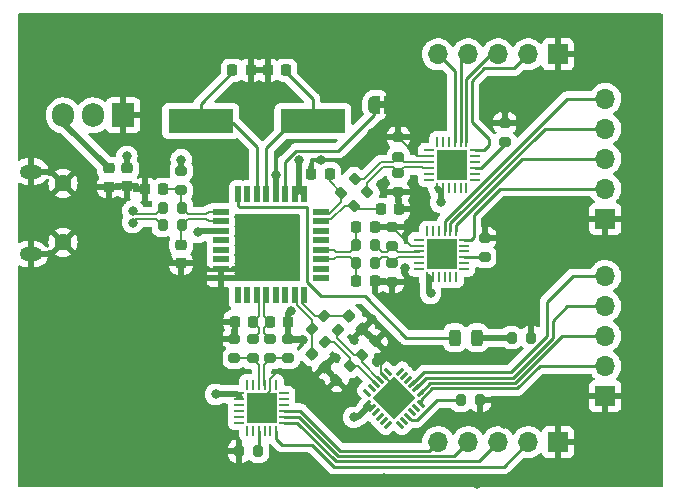
<source format=gbr>
%TF.GenerationSoftware,KiCad,Pcbnew,6.0.7-f9a2dced07~116~ubuntu22.04.1*%
%TF.CreationDate,2022-08-22T18:57:46+02:00*%
%TF.ProjectId,First,46697273-742e-46b6-9963-61645f706362,rev?*%
%TF.SameCoordinates,Original*%
%TF.FileFunction,Copper,L1,Top*%
%TF.FilePolarity,Positive*%
%FSLAX46Y46*%
G04 Gerber Fmt 4.6, Leading zero omitted, Abs format (unit mm)*
G04 Created by KiCad (PCBNEW 6.0.7-f9a2dced07~116~ubuntu22.04.1) date 2022-08-22 18:57:46*
%MOMM*%
%LPD*%
G01*
G04 APERTURE LIST*
G04 Aperture macros list*
%AMRoundRect*
0 Rectangle with rounded corners*
0 $1 Rounding radius*
0 $2 $3 $4 $5 $6 $7 $8 $9 X,Y pos of 4 corners*
0 Add a 4 corners polygon primitive as box body*
4,1,4,$2,$3,$4,$5,$6,$7,$8,$9,$2,$3,0*
0 Add four circle primitives for the rounded corners*
1,1,$1+$1,$2,$3*
1,1,$1+$1,$4,$5*
1,1,$1+$1,$6,$7*
1,1,$1+$1,$8,$9*
0 Add four rect primitives between the rounded corners*
20,1,$1+$1,$2,$3,$4,$5,0*
20,1,$1+$1,$4,$5,$6,$7,0*
20,1,$1+$1,$6,$7,$8,$9,0*
20,1,$1+$1,$8,$9,$2,$3,0*%
%AMRotRect*
0 Rectangle, with rotation*
0 The origin of the aperture is its center*
0 $1 length*
0 $2 width*
0 $3 Rotation angle, in degrees counterclockwise*
0 Add horizontal line*
21,1,$1,$2,0,0,$3*%
%AMFreePoly0*
4,1,22,0.500000,-0.750000,0.000000,-0.750000,0.000000,-0.745033,-0.079941,-0.743568,-0.215256,-0.701293,-0.333266,-0.622738,-0.424486,-0.514219,-0.481581,-0.384460,-0.499164,-0.250000,-0.500000,-0.250000,-0.500000,0.250000,-0.499164,0.250000,-0.499963,0.256109,-0.478152,0.396186,-0.417904,0.524511,-0.324060,0.630769,-0.204165,0.706417,-0.067858,0.745374,0.000000,0.744959,0.000000,0.750000,
0.500000,0.750000,0.500000,-0.750000,0.500000,-0.750000,$1*%
%AMFreePoly1*
4,1,20,0.000000,0.744959,0.073905,0.744508,0.209726,0.703889,0.328688,0.626782,0.421226,0.519385,0.479903,0.390333,0.500000,0.250000,0.500000,-0.250000,0.499851,-0.262216,0.476331,-0.402017,0.414519,-0.529596,0.319384,-0.634700,0.198574,-0.708877,0.061801,-0.746166,0.000000,-0.745033,0.000000,-0.750000,-0.500000,-0.750000,-0.500000,0.750000,0.000000,0.750000,0.000000,0.744959,
0.000000,0.744959,$1*%
G04 Aperture macros list end*
%TA.AperFunction,SMDPad,CuDef*%
%ADD10RoundRect,0.200000X-0.053033X0.335876X-0.335876X0.053033X0.053033X-0.335876X0.335876X-0.053033X0*%
%TD*%
%TA.AperFunction,SMDPad,CuDef*%
%ADD11RoundRect,0.200000X0.275000X-0.200000X0.275000X0.200000X-0.275000X0.200000X-0.275000X-0.200000X0*%
%TD*%
%TA.AperFunction,SMDPad,CuDef*%
%ADD12RoundRect,0.200000X0.053033X-0.335876X0.335876X-0.053033X-0.053033X0.335876X-0.335876X0.053033X0*%
%TD*%
%TA.AperFunction,SMDPad,CuDef*%
%ADD13RoundRect,0.200000X0.200000X0.275000X-0.200000X0.275000X-0.200000X-0.275000X0.200000X-0.275000X0*%
%TD*%
%TA.AperFunction,SMDPad,CuDef*%
%ADD14RoundRect,0.225000X-0.225000X-0.250000X0.225000X-0.250000X0.225000X0.250000X-0.225000X0.250000X0*%
%TD*%
%TA.AperFunction,ComponentPad*%
%ADD15R,1.700000X1.700000*%
%TD*%
%TA.AperFunction,ComponentPad*%
%ADD16O,1.700000X1.700000*%
%TD*%
%TA.AperFunction,SMDPad,CuDef*%
%ADD17RoundRect,0.200000X-0.200000X-0.275000X0.200000X-0.275000X0.200000X0.275000X-0.200000X0.275000X0*%
%TD*%
%TA.AperFunction,SMDPad,CuDef*%
%ADD18RoundRect,0.200000X-0.275000X0.200000X-0.275000X-0.200000X0.275000X-0.200000X0.275000X0.200000X0*%
%TD*%
%TA.AperFunction,SMDPad,CuDef*%
%ADD19RoundRect,0.225000X0.225000X0.250000X-0.225000X0.250000X-0.225000X-0.250000X0.225000X-0.250000X0*%
%TD*%
%TA.AperFunction,SMDPad,CuDef*%
%ADD20R,5.500000X2.000000*%
%TD*%
%TA.AperFunction,SMDPad,CuDef*%
%ADD21RoundRect,0.225000X-0.250000X0.225000X-0.250000X-0.225000X0.250000X-0.225000X0.250000X0.225000X0*%
%TD*%
%TA.AperFunction,ComponentPad*%
%ADD22R,1.905000X2.000000*%
%TD*%
%TA.AperFunction,ComponentPad*%
%ADD23O,1.905000X2.000000*%
%TD*%
%TA.AperFunction,SMDPad,CuDef*%
%ADD24RoundRect,0.225000X-0.335876X-0.017678X-0.017678X-0.335876X0.335876X0.017678X0.017678X0.335876X0*%
%TD*%
%TA.AperFunction,SMDPad,CuDef*%
%ADD25RoundRect,0.062500X-0.350000X-0.062500X0.350000X-0.062500X0.350000X0.062500X-0.350000X0.062500X0*%
%TD*%
%TA.AperFunction,SMDPad,CuDef*%
%ADD26RoundRect,0.062500X-0.062500X-0.350000X0.062500X-0.350000X0.062500X0.350000X-0.062500X0.350000X0*%
%TD*%
%TA.AperFunction,SMDPad,CuDef*%
%ADD27R,2.600000X2.600000*%
%TD*%
%TA.AperFunction,SMDPad,CuDef*%
%ADD28RoundRect,0.062500X-0.062500X0.350000X-0.062500X-0.350000X0.062500X-0.350000X0.062500X0.350000X0*%
%TD*%
%TA.AperFunction,SMDPad,CuDef*%
%ADD29RoundRect,0.062500X-0.350000X0.062500X-0.350000X-0.062500X0.350000X-0.062500X0.350000X0.062500X0*%
%TD*%
%TA.AperFunction,SMDPad,CuDef*%
%ADD30RoundRect,0.062500X-0.291682X0.203293X0.203293X-0.291682X0.291682X-0.203293X-0.203293X0.291682X0*%
%TD*%
%TA.AperFunction,SMDPad,CuDef*%
%ADD31RoundRect,0.062500X-0.291682X-0.203293X-0.203293X-0.291682X0.291682X0.203293X0.203293X0.291682X0*%
%TD*%
%TA.AperFunction,SMDPad,CuDef*%
%ADD32RotRect,2.600000X2.600000X315.000000*%
%TD*%
%TA.AperFunction,SMDPad,CuDef*%
%ADD33R,1.358900X0.508000*%
%TD*%
%TA.AperFunction,SMDPad,CuDef*%
%ADD34R,0.508000X1.358900*%
%TD*%
%TA.AperFunction,SMDPad,CuDef*%
%ADD35RoundRect,0.200000X0.335876X0.053033X0.053033X0.335876X-0.335876X-0.053033X-0.053033X-0.335876X0*%
%TD*%
%TA.AperFunction,SMDPad,CuDef*%
%ADD36RoundRect,0.243750X0.243750X0.456250X-0.243750X0.456250X-0.243750X-0.456250X0.243750X-0.456250X0*%
%TD*%
%TA.AperFunction,SMDPad,CuDef*%
%ADD37FreePoly0,0.000000*%
%TD*%
%TA.AperFunction,SMDPad,CuDef*%
%ADD38FreePoly1,0.000000*%
%TD*%
%TA.AperFunction,ComponentPad*%
%ADD39C,1.450000*%
%TD*%
%TA.AperFunction,ComponentPad*%
%ADD40O,1.900000X1.200000*%
%TD*%
%TA.AperFunction,ViaPad*%
%ADD41C,0.800000*%
%TD*%
%TA.AperFunction,Conductor*%
%ADD42C,0.250000*%
%TD*%
%TA.AperFunction,Conductor*%
%ADD43C,0.500000*%
%TD*%
%TA.AperFunction,Conductor*%
%ADD44C,0.200000*%
%TD*%
G04 APERTURE END LIST*
%TO.C,JP1*%
G36*
X126340000Y-45630000D02*
G01*
X125840000Y-45630000D01*
X125840000Y-45030000D01*
X126340000Y-45030000D01*
X126340000Y-45630000D01*
G37*
%TD*%
D10*
%TO.P,R12,1*%
%TO.N,GND*%
X125533363Y-65326637D03*
%TO.P,R12,2*%
%TO.N,/U1_OUT+*%
X124366637Y-66493363D03*
%TD*%
D11*
%TO.P,R16,1*%
%TO.N,GND*%
X127490000Y-52755000D03*
%TO.P,R16,2*%
%TO.N,/U3_OUT-*%
X127490000Y-51105000D03*
%TD*%
D12*
%TO.P,R8,1*%
%TO.N,GND*%
X122236637Y-68613363D03*
%TO.P,R8,2*%
%TO.N,/U1_OUT-*%
X123403363Y-67446637D03*
%TD*%
D11*
%TO.P,R2,1*%
%TO.N,/U0_OUT-*%
X115150000Y-66815000D03*
%TO.P,R2,2*%
%TO.N,/D-0*%
X115150000Y-65165000D03*
%TD*%
D13*
%TO.P,R22,1*%
%TO.N,GND*%
X134425000Y-70358000D03*
%TO.P,R22,2*%
%TO.N,Net-(U3-Pad15)*%
X132775000Y-70358000D03*
%TD*%
D14*
%TO.P,C10,1*%
%TO.N,/D-3*%
X125975000Y-54200000D03*
%TO.P,C10,2*%
%TO.N,GND*%
X127525000Y-54200000D03*
%TD*%
D15*
%TO.P,J2,1,Pin_1*%
%TO.N,GND*%
X145000000Y-70000000D03*
D16*
%TO.P,J2,2,Pin_2*%
%TO.N,/CTS_1*%
X145000000Y-67460000D03*
%TO.P,J2,3,Pin_3*%
%TO.N,/RTS_1*%
X145000000Y-64920000D03*
%TO.P,J2,4,Pin_4*%
%TO.N,/RX_1*%
X145000000Y-62380000D03*
%TO.P,J2,5,Pin_5*%
%TO.N,/TX_1*%
X145000000Y-59840000D03*
%TD*%
D13*
%TO.P,R11,1*%
%TO.N,/U2_OUT-*%
X125525000Y-58750000D03*
%TO.P,R11,2*%
%TO.N,/D-2*%
X123875000Y-58750000D03*
%TD*%
D14*
%TO.P,C8,1*%
%TO.N,/D+2*%
X123915000Y-55720000D03*
%TO.P,C8,2*%
%TO.N,GND*%
X125465000Y-55720000D03*
%TD*%
%TO.P,C12,1*%
%TO.N,Net-(C12-Pad1)*%
X113425000Y-42400000D03*
%TO.P,C12,2*%
%TO.N,GND*%
X114975000Y-42400000D03*
%TD*%
D17*
%TO.P,R21,1*%
%TO.N,GND*%
X113983000Y-74676000D03*
%TO.P,R21,2*%
%TO.N,Net-(U1-Pad15)*%
X115633000Y-74676000D03*
%TD*%
D18*
%TO.P,R18,1*%
%TO.N,GND*%
X127490000Y-48075000D03*
%TO.P,R18,2*%
%TO.N,/U3_OUT+*%
X127490000Y-49725000D03*
%TD*%
%TO.P,R1,1*%
%TO.N,GND*%
X113590000Y-65145000D03*
%TO.P,R1,2*%
%TO.N,/U0_OUT-*%
X113590000Y-66795000D03*
%TD*%
D15*
%TO.P,J5,1,Pin_1*%
%TO.N,GND*%
X141000000Y-41070000D03*
D16*
%TO.P,J5,2,Pin_2*%
%TO.N,/CTS_3*%
X138460000Y-41070000D03*
%TO.P,J5,3,Pin_3*%
%TO.N,/RTS_3*%
X135920000Y-41070000D03*
%TO.P,J5,4,Pin_4*%
%TO.N,/RX_3*%
X133380000Y-41070000D03*
%TO.P,J5,5,Pin_5*%
%TO.N,/TX_3*%
X130840000Y-41070000D03*
%TD*%
D19*
%TO.P,C11,1*%
%TO.N,/D+3*%
X121655000Y-51170000D03*
%TO.P,C11,2*%
%TO.N,GND*%
X120105000Y-51170000D03*
%TD*%
D18*
%TO.P,R7,1*%
%TO.N,+3V3*%
X109090000Y-50925000D03*
%TO.P,R7,2*%
%TO.N,/USB_D+*%
X109090000Y-52575000D03*
%TD*%
D20*
%TO.P,Y1,1*%
%TO.N,Net-(C12-Pad1)*%
X110750000Y-46700000D03*
%TO.P,Y1,2*%
%TO.N,Net-(C13-Pad1)*%
X120250000Y-46700000D03*
%TD*%
D21*
%TO.P,C9,1*%
%TO.N,+3V3*%
X104520000Y-50695000D03*
%TO.P,C9,2*%
%TO.N,GND*%
X104520000Y-52245000D03*
%TD*%
D19*
%TO.P,C13,1*%
%TO.N,Net-(C13-Pad1)*%
X117975000Y-42400000D03*
%TO.P,C13,2*%
%TO.N,GND*%
X116425000Y-42400000D03*
%TD*%
D21*
%TO.P,C2,1*%
%TO.N,VBUS*%
X102950000Y-50705000D03*
%TO.P,C2,2*%
%TO.N,GND*%
X102950000Y-52255000D03*
%TD*%
D18*
%TO.P,R24,1*%
%TO.N,GND*%
X136500000Y-46875000D03*
%TO.P,R24,2*%
%TO.N,Net-(U6-Pad15)*%
X136500000Y-48525000D03*
%TD*%
D11*
%TO.P,R9,1*%
%TO.N,GND*%
X126960000Y-60345000D03*
%TO.P,R9,2*%
%TO.N,/U2_OUT-*%
X126960000Y-58695000D03*
%TD*%
D22*
%TO.P,U5,1,ADJ/GND*%
%TO.N,GND*%
X104170000Y-46225000D03*
D23*
%TO.P,U5,2,OUT*%
%TO.N,+3V3*%
X101630000Y-46225000D03*
%TO.P,U5,3,IN*%
%TO.N,VBUS*%
X99090000Y-46225000D03*
%TD*%
D13*
%TO.P,R15,1*%
%TO.N,/U2_OUT+*%
X125525000Y-57240000D03*
%TO.P,R15,2*%
%TO.N,/D+2*%
X123875000Y-57240000D03*
%TD*%
D24*
%TO.P,C7,1*%
%TO.N,/D+1*%
X123341992Y-63231992D03*
%TO.P,C7,2*%
%TO.N,GND*%
X124438008Y-64328008D03*
%TD*%
D13*
%TO.P,R5,1*%
%TO.N,/USB_D+*%
X109165000Y-54050000D03*
%TO.P,R5,2*%
%TO.N,/USB_IN+*%
X107515000Y-54050000D03*
%TD*%
D25*
%TO.P,U4,1,RI/CLK*%
%TO.N,unconnected-(U4-Pad1)*%
X129202500Y-56750000D03*
%TO.P,U4,2,GND*%
%TO.N,GND*%
X129202500Y-57250000D03*
%TO.P,U4,3,D+*%
%TO.N,/U2_OUT+*%
X129202500Y-57750000D03*
%TO.P,U4,4,D-*%
%TO.N,/U2_OUT-*%
X129202500Y-58250000D03*
%TO.P,U4,5,VIO*%
%TO.N,unconnected-(U4-Pad5)*%
X129202500Y-58750000D03*
%TO.P,U4,6,VDD*%
%TO.N,unconnected-(U4-Pad6)*%
X129202500Y-59250000D03*
D26*
%TO.P,U4,7,REGIN*%
%TO.N,VBUS*%
X129890000Y-59937500D03*
%TO.P,U4,8,VBUS*%
X130390000Y-59937500D03*
%TO.P,U4,9,~{RSTb}*%
%TO.N,unconnected-(U4-Pad9)*%
X130890000Y-59937500D03*
%TO.P,U4,10,NC*%
%TO.N,unconnected-(U4-Pad10)*%
X131390000Y-59937500D03*
%TO.P,U4,11,GPIO.3*%
%TO.N,unconnected-(U4-Pad11)*%
X131890000Y-59937500D03*
%TO.P,U4,12,GPIO.2*%
%TO.N,unconnected-(U4-Pad12)*%
X132390000Y-59937500D03*
D25*
%TO.P,U4,13,GPIO.1*%
%TO.N,unconnected-(U4-Pad13)*%
X133077500Y-59250000D03*
%TO.P,U4,14,GPIO.0*%
%TO.N,unconnected-(U4-Pad14)*%
X133077500Y-58750000D03*
%TO.P,U4,15,~{SUSPENDb}*%
%TO.N,Net-(U4-Pad15)*%
X133077500Y-58250000D03*
%TO.P,U4,16,NC*%
%TO.N,unconnected-(U4-Pad16)*%
X133077500Y-57750000D03*
%TO.P,U4,17,SUSPEND*%
%TO.N,unconnected-(U4-Pad17)*%
X133077500Y-57250000D03*
%TO.P,U4,18,CTS*%
%TO.N,/CTS_2*%
X133077500Y-56750000D03*
D26*
%TO.P,U4,19,RTS*%
%TO.N,/RTS_2*%
X132390000Y-56062500D03*
%TO.P,U4,20,RXD*%
%TO.N,/RX_2*%
X131890000Y-56062500D03*
%TO.P,U4,21,TXD*%
%TO.N,/TX_2*%
X131390000Y-56062500D03*
%TO.P,U4,22,DSR*%
%TO.N,unconnected-(U4-Pad22)*%
X130890000Y-56062500D03*
%TO.P,U4,23,DTR*%
%TO.N,unconnected-(U4-Pad23)*%
X130390000Y-56062500D03*
%TO.P,U4,24,DCD*%
%TO.N,unconnected-(U4-Pad24)*%
X129890000Y-56062500D03*
D27*
%TO.P,U4,25,GND*%
%TO.N,GND*%
X131140000Y-58000000D03*
%TD*%
D28*
%TO.P,U1,1,RI/CLK*%
%TO.N,unconnected-(U1-Pad1)*%
X117150000Y-69062500D03*
%TO.P,U1,2,GND*%
%TO.N,GND*%
X116650000Y-69062500D03*
%TO.P,U1,3,D+*%
%TO.N,/U0_OUT+*%
X116150000Y-69062500D03*
%TO.P,U1,4,D-*%
%TO.N,/U0_OUT-*%
X115650000Y-69062500D03*
%TO.P,U1,5,VIO*%
%TO.N,unconnected-(U1-Pad5)*%
X115150000Y-69062500D03*
%TO.P,U1,6,VDD*%
%TO.N,unconnected-(U1-Pad6)*%
X114650000Y-69062500D03*
D29*
%TO.P,U1,7,REGIN*%
%TO.N,VBUS*%
X113962500Y-69750000D03*
%TO.P,U1,8,VBUS*%
X113962500Y-70250000D03*
%TO.P,U1,9,~{RSTb}*%
%TO.N,unconnected-(U1-Pad9)*%
X113962500Y-70750000D03*
%TO.P,U1,10,NC*%
%TO.N,unconnected-(U1-Pad10)*%
X113962500Y-71250000D03*
%TO.P,U1,11,GPIO.3*%
%TO.N,unconnected-(U1-Pad11)*%
X113962500Y-71750000D03*
%TO.P,U1,12,GPIO.2*%
%TO.N,unconnected-(U1-Pad12)*%
X113962500Y-72250000D03*
D28*
%TO.P,U1,13,GPIO.1*%
%TO.N,unconnected-(U1-Pad13)*%
X114650000Y-72937500D03*
%TO.P,U1,14,GPIO.0*%
%TO.N,unconnected-(U1-Pad14)*%
X115150000Y-72937500D03*
%TO.P,U1,15,~{SUSPENDb}*%
%TO.N,Net-(U1-Pad15)*%
X115650000Y-72937500D03*
%TO.P,U1,16,NC*%
%TO.N,unconnected-(U1-Pad16)*%
X116150000Y-72937500D03*
%TO.P,U1,17,SUSPEND*%
%TO.N,unconnected-(U1-Pad17)*%
X116650000Y-72937500D03*
%TO.P,U1,18,CTS*%
%TO.N,/CTS_0*%
X117150000Y-72937500D03*
D29*
%TO.P,U1,19,RTS*%
%TO.N,/RTS_0*%
X117837500Y-72250000D03*
%TO.P,U1,20,RXD*%
%TO.N,/RX_0*%
X117837500Y-71750000D03*
%TO.P,U1,21,TXD*%
%TO.N,/TX_0*%
X117837500Y-71250000D03*
%TO.P,U1,22,DSR*%
%TO.N,unconnected-(U1-Pad22)*%
X117837500Y-70750000D03*
%TO.P,U1,23,DTR*%
%TO.N,unconnected-(U1-Pad23)*%
X117837500Y-70250000D03*
%TO.P,U1,24,DCD*%
%TO.N,unconnected-(U1-Pad24)*%
X117837500Y-69750000D03*
D27*
%TO.P,U1,25,GND*%
%TO.N,GND*%
X115900000Y-71000000D03*
%TD*%
D18*
%TO.P,R3,1*%
%TO.N,GND*%
X118170000Y-65145000D03*
%TO.P,R3,2*%
%TO.N,/U0_OUT+*%
X118170000Y-66795000D03*
%TD*%
D30*
%TO.P,U3,1,RI/CLK*%
%TO.N,unconnected-(U3-Pad1)*%
X126623864Y-67936097D03*
%TO.P,U3,2,GND*%
%TO.N,GND*%
X126270311Y-68289651D03*
%TO.P,U3,3,D+*%
%TO.N,/U1_OUT+*%
X125916757Y-68643204D03*
%TO.P,U3,4,D-*%
%TO.N,/U1_OUT-*%
X125563204Y-68996757D03*
%TO.P,U3,5,VIO*%
%TO.N,unconnected-(U3-Pad5)*%
X125209651Y-69350311D03*
%TO.P,U3,6,VDD*%
%TO.N,unconnected-(U3-Pad6)*%
X124856097Y-69703864D03*
D31*
%TO.P,U3,7,REGIN*%
%TO.N,VBUS*%
X124856097Y-70676136D03*
%TO.P,U3,8,VBUS*%
X125209651Y-71029689D03*
%TO.P,U3,9,~{RSTb}*%
%TO.N,unconnected-(U3-Pad9)*%
X125563204Y-71383243D03*
%TO.P,U3,10,NC*%
%TO.N,unconnected-(U3-Pad10)*%
X125916757Y-71736796D03*
%TO.P,U3,11,GPIO.3*%
%TO.N,unconnected-(U3-Pad11)*%
X126270311Y-72090349D03*
%TO.P,U3,12,GPIO.2*%
%TO.N,unconnected-(U3-Pad12)*%
X126623864Y-72443903D03*
D30*
%TO.P,U3,13,GPIO.1*%
%TO.N,unconnected-(U3-Pad13)*%
X127596136Y-72443903D03*
%TO.P,U3,14,GPIO.0*%
%TO.N,unconnected-(U3-Pad14)*%
X127949689Y-72090349D03*
%TO.P,U3,15,~{SUSPENDb}*%
%TO.N,Net-(U3-Pad15)*%
X128303243Y-71736796D03*
%TO.P,U3,16,NC*%
%TO.N,unconnected-(U3-Pad16)*%
X128656796Y-71383243D03*
%TO.P,U3,17,SUSPEND*%
%TO.N,unconnected-(U3-Pad17)*%
X129010349Y-71029689D03*
%TO.P,U3,18,CTS*%
%TO.N,/CTS_1*%
X129363903Y-70676136D03*
D31*
%TO.P,U3,19,RTS*%
%TO.N,/RTS_1*%
X129363903Y-69703864D03*
%TO.P,U3,20,RXD*%
%TO.N,/RX_1*%
X129010349Y-69350311D03*
%TO.P,U3,21,TXD*%
%TO.N,/TX_1*%
X128656796Y-68996757D03*
%TO.P,U3,22,DSR*%
%TO.N,unconnected-(U3-Pad22)*%
X128303243Y-68643204D03*
%TO.P,U3,23,DTR*%
%TO.N,unconnected-(U3-Pad23)*%
X127949689Y-68289651D03*
%TO.P,U3,24,DCD*%
%TO.N,unconnected-(U3-Pad24)*%
X127596136Y-67936097D03*
D32*
%TO.P,U3,25,GND*%
%TO.N,GND*%
X127110000Y-70190000D03*
%TD*%
D18*
%TO.P,R23,1*%
%TO.N,GND*%
X134800000Y-56575000D03*
%TO.P,R23,2*%
%TO.N,Net-(U4-Pad15)*%
X134800000Y-58225000D03*
%TD*%
%TO.P,R13,1*%
%TO.N,GND*%
X126960000Y-55645000D03*
%TO.P,R13,2*%
%TO.N,/U2_OUT+*%
X126960000Y-57295000D03*
%TD*%
D11*
%TO.P,R4,1*%
%TO.N,/U0_OUT+*%
X116650000Y-66815000D03*
%TO.P,R4,2*%
%TO.N,/D+0*%
X116650000Y-65165000D03*
%TD*%
D33*
%TO.P,U2,1,DP0*%
%TO.N,/USB_D+*%
X112426450Y-54400001D03*
%TO.P,U2,2,DM0*%
%TO.N,/USB_D-*%
X112426450Y-55199999D03*
%TO.P,U2,3,VCC*%
%TO.N,+3V3*%
X112426450Y-56000000D03*
%TO.P,U2,4,\u002ARESET*%
%TO.N,unconnected-(U2-Pad4)*%
X112426450Y-56800001D03*
%TO.P,U2,5,EECLK*%
%TO.N,unconnected-(U2-Pad5)*%
X112426450Y-57599999D03*
%TO.P,U2,6,EEDATA/GANGED*%
%TO.N,unconnected-(U2-Pad6)*%
X112426450Y-58400000D03*
%TO.P,U2,7,GND*%
%TO.N,GND*%
X112426450Y-59199999D03*
%TO.P,U2,8,BUSPWR*%
X112426450Y-59999999D03*
D34*
%TO.P,U2,9,\u002APWRON1*%
%TO.N,unconnected-(U2-Pad9)*%
X113900001Y-61473550D03*
%TO.P,U2,10,\u002AOVRCUR1*%
%TO.N,unconnected-(U2-Pad10)*%
X114699999Y-61473550D03*
%TO.P,U2,11,DM1*%
%TO.N,/D-0*%
X115500000Y-61473550D03*
%TO.P,U2,12,DP1*%
%TO.N,/D+0*%
X116300001Y-61473550D03*
%TO.P,U2,13,\u002APWRON2*%
%TO.N,unconnected-(U2-Pad13)*%
X117099999Y-61473550D03*
%TO.P,U2,14,\u002AOVRCUR2*%
%TO.N,unconnected-(U2-Pad14)*%
X117900000Y-61473550D03*
%TO.P,U2,15,DM2*%
%TO.N,/D-1*%
X118699999Y-61473550D03*
%TO.P,U2,16,DP2*%
%TO.N,/D+1*%
X119499999Y-61473550D03*
D33*
%TO.P,U2,17,\u002APWRON3*%
%TO.N,unconnected-(U2-Pad17)*%
X120973550Y-59999999D03*
%TO.P,U2,18,\u002AOVRCUR3*%
%TO.N,unconnected-(U2-Pad18)*%
X120973550Y-59200001D03*
%TO.P,U2,19,DM3*%
%TO.N,/D-2*%
X120973550Y-58400000D03*
%TO.P,U2,20,DP3*%
%TO.N,/D+2*%
X120973550Y-57599999D03*
%TO.P,U2,21,\u002APWRON4*%
%TO.N,unconnected-(U2-Pad21)*%
X120973550Y-56800001D03*
%TO.P,U2,22,\u002AOVRCUR4*%
%TO.N,unconnected-(U2-Pad22)*%
X120973550Y-56000000D03*
%TO.P,U2,23,DM4*%
%TO.N,/D-3*%
X120973550Y-55200001D03*
%TO.P,U2,24,DP4*%
%TO.N,/D+3*%
X120973550Y-54400001D03*
D34*
%TO.P,U2,25,VCC*%
%TO.N,+3V3*%
X119499999Y-52926450D03*
%TO.P,U2,26,\u002AEXTMEM*%
X118700001Y-52926450D03*
%TO.P,U2,27,TSTPLL/48MCLK*%
%TO.N,Net-(JP1-Pad1)*%
X117900000Y-52926450D03*
%TO.P,U2,28,GND*%
%TO.N,GND*%
X117099999Y-52926450D03*
%TO.P,U2,29,XTAL2*%
%TO.N,Net-(C13-Pad1)*%
X116300001Y-52926450D03*
%TO.P,U2,30,XTAL1*%
%TO.N,Net-(C12-Pad1)*%
X115500000Y-52926450D03*
%TO.P,U2,31,TSTMODE*%
%TO.N,unconnected-(U2-Pad31)*%
X114700001Y-52926450D03*
%TO.P,U2,32,SUSPEND*%
%TO.N,/STATUS_LED*%
X113900001Y-52926450D03*
%TD*%
D19*
%TO.P,C18,1*%
%TO.N,/USB_D+*%
X107585000Y-52490000D03*
%TO.P,C18,2*%
%TO.N,GND*%
X106035000Y-52490000D03*
%TD*%
D25*
%TO.P,U6,1,RI/CLK*%
%TO.N,unconnected-(U6-Pad1)*%
X130062500Y-49170000D03*
%TO.P,U6,2,GND*%
%TO.N,GND*%
X130062500Y-49670000D03*
%TO.P,U6,3,D+*%
%TO.N,/U3_OUT+*%
X130062500Y-50170000D03*
%TO.P,U6,4,D-*%
%TO.N,/U3_OUT-*%
X130062500Y-50670000D03*
%TO.P,U6,5,VIO*%
%TO.N,unconnected-(U6-Pad5)*%
X130062500Y-51170000D03*
%TO.P,U6,6,VDD*%
%TO.N,unconnected-(U6-Pad6)*%
X130062500Y-51670000D03*
D26*
%TO.P,U6,7,REGIN*%
%TO.N,VBUS*%
X130750000Y-52357500D03*
%TO.P,U6,8,VBUS*%
X131250000Y-52357500D03*
%TO.P,U6,9,~{RSTb}*%
%TO.N,unconnected-(U6-Pad9)*%
X131750000Y-52357500D03*
%TO.P,U6,10,NC*%
%TO.N,unconnected-(U6-Pad10)*%
X132250000Y-52357500D03*
%TO.P,U6,11,GPIO.3*%
%TO.N,unconnected-(U6-Pad11)*%
X132750000Y-52357500D03*
%TO.P,U6,12,GPIO.2*%
%TO.N,unconnected-(U6-Pad12)*%
X133250000Y-52357500D03*
D25*
%TO.P,U6,13,GPIO.1*%
%TO.N,unconnected-(U6-Pad13)*%
X133937500Y-51670000D03*
%TO.P,U6,14,GPIO.0*%
%TO.N,unconnected-(U6-Pad14)*%
X133937500Y-51170000D03*
%TO.P,U6,15,~{SUSPENDb}*%
%TO.N,Net-(U6-Pad15)*%
X133937500Y-50670000D03*
%TO.P,U6,16,NC*%
%TO.N,unconnected-(U6-Pad16)*%
X133937500Y-50170000D03*
%TO.P,U6,17,SUSPEND*%
%TO.N,unconnected-(U6-Pad17)*%
X133937500Y-49670000D03*
%TO.P,U6,18,CTS*%
%TO.N,/CTS_3*%
X133937500Y-49170000D03*
D26*
%TO.P,U6,19,RTS*%
%TO.N,/RTS_3*%
X133250000Y-48482500D03*
%TO.P,U6,20,RXD*%
%TO.N,/RX_3*%
X132750000Y-48482500D03*
%TO.P,U6,21,TXD*%
%TO.N,/TX_3*%
X132250000Y-48482500D03*
%TO.P,U6,22,DSR*%
%TO.N,unconnected-(U6-Pad22)*%
X131750000Y-48482500D03*
%TO.P,U6,23,DTR*%
%TO.N,unconnected-(U6-Pad23)*%
X131250000Y-48482500D03*
%TO.P,U6,24,DCD*%
%TO.N,unconnected-(U6-Pad24)*%
X130750000Y-48482500D03*
D27*
%TO.P,U6,25,GND*%
%TO.N,GND*%
X132000000Y-50420000D03*
%TD*%
D35*
%TO.P,R10,1*%
%TO.N,/U1_OUT-*%
X121303363Y-65443363D03*
%TO.P,R10,2*%
%TO.N,/D-1*%
X120136637Y-64276637D03*
%TD*%
D17*
%TO.P,R6,1*%
%TO.N,/USB_IN-*%
X107515000Y-55550000D03*
%TO.P,R6,2*%
%TO.N,/USB_D-*%
X109165000Y-55550000D03*
%TD*%
D15*
%TO.P,J4,1,Pin_1*%
%TO.N,GND*%
X145000000Y-55000000D03*
D16*
%TO.P,J4,2,Pin_2*%
%TO.N,/CTS_2*%
X145000000Y-52460000D03*
%TO.P,J4,3,Pin_3*%
%TO.N,/RTS_2*%
X145000000Y-49920000D03*
%TO.P,J4,4,Pin_4*%
%TO.N,/RX_2*%
X145000000Y-47380000D03*
%TO.P,J4,5,Pin_5*%
%TO.N,/TX_2*%
X145000000Y-44840000D03*
%TD*%
D35*
%TO.P,R14,1*%
%TO.N,/U1_OUT+*%
X122363363Y-64393363D03*
%TO.P,R14,2*%
%TO.N,/D+1*%
X121196637Y-63226637D03*
%TD*%
D14*
%TO.P,C6,1*%
%TO.N,/D-2*%
X123925000Y-60270000D03*
%TO.P,C6,2*%
%TO.N,GND*%
X125475000Y-60270000D03*
%TD*%
D10*
%TO.P,R19,1*%
%TO.N,/U3_OUT+*%
X123783363Y-51616637D03*
%TO.P,R19,2*%
%TO.N,/D+3*%
X122616637Y-52783363D03*
%TD*%
D15*
%TO.P,J1,1,Pin_1*%
%TO.N,GND*%
X141000000Y-73900000D03*
D16*
%TO.P,J1,2,Pin_2*%
%TO.N,/CTS_0*%
X138460000Y-73900000D03*
%TO.P,J1,3,Pin_3*%
%TO.N,/RTS_0*%
X135920000Y-73900000D03*
%TO.P,J1,4,Pin_4*%
%TO.N,/RX_0*%
X133380000Y-73900000D03*
%TO.P,J1,5,Pin_5*%
%TO.N,/TX_0*%
X130840000Y-73900000D03*
%TD*%
D36*
%TO.P,D1,1,K*%
%TO.N,Net-(D1-Pad1)*%
X134137500Y-65060000D03*
%TO.P,D1,2,A*%
%TO.N,/STATUS_LED*%
X132262500Y-65060000D03*
%TD*%
D24*
%TO.P,C1,1*%
%TO.N,/D-1*%
X120131992Y-66411992D03*
%TO.P,C1,2*%
%TO.N,GND*%
X121228008Y-67508008D03*
%TD*%
D19*
%TO.P,C3,1*%
%TO.N,/D-0*%
X115175000Y-63700000D03*
%TO.P,C3,2*%
%TO.N,GND*%
X113625000Y-63700000D03*
%TD*%
D37*
%TO.P,JP1,1,A*%
%TO.N,Net-(JP1-Pad1)*%
X125440000Y-45330000D03*
D38*
%TO.P,JP1,2,B*%
%TO.N,GND*%
X126740000Y-45330000D03*
%TD*%
D10*
%TO.P,R17,1*%
%TO.N,/U3_OUT-*%
X124863363Y-52706637D03*
%TO.P,R17,2*%
%TO.N,/D-3*%
X123696637Y-53873363D03*
%TD*%
D21*
%TO.P,C4,1*%
%TO.N,/USB_D-*%
X109080000Y-57205000D03*
%TO.P,C4,2*%
%TO.N,GND*%
X109080000Y-58755000D03*
%TD*%
D13*
%TO.P,R20,1*%
%TO.N,GND*%
X138725000Y-65040000D03*
%TO.P,R20,2*%
%TO.N,Net-(D1-Pad1)*%
X137075000Y-65040000D03*
%TD*%
D14*
%TO.P,C5,1*%
%TO.N,/D+0*%
X116625000Y-63700000D03*
%TO.P,C5,2*%
%TO.N,GND*%
X118175000Y-63700000D03*
%TD*%
D39*
%TO.P,J3,6,Shield*%
%TO.N,GND*%
X99080500Y-51985100D03*
X99080500Y-56985100D03*
D40*
X96380500Y-50985100D03*
X96380500Y-57985100D03*
%TD*%
D41*
%TO.N,GND*%
X126238000Y-76962000D03*
X134112000Y-77470000D03*
X136144000Y-57150000D03*
X115062000Y-58928000D03*
X117094000Y-51308000D03*
X129794000Y-45466000D03*
X136398000Y-72390000D03*
X105156000Y-62738000D03*
X135890000Y-66802000D03*
X111760000Y-51816000D03*
X112776000Y-39370000D03*
X139954000Y-54610000D03*
X125984000Y-52070000D03*
X137922000Y-38100000D03*
X134500000Y-61200000D03*
X122174000Y-66802000D03*
X131064000Y-57912000D03*
X99822000Y-42418000D03*
X128016000Y-59182000D03*
X148844000Y-56134000D03*
X136500000Y-45800000D03*
X128778000Y-52578000D03*
X139446000Y-43434000D03*
X119380000Y-65278000D03*
X141986000Y-69850000D03*
X106172000Y-48768000D03*
X112014000Y-48768000D03*
X130302000Y-63246000D03*
X139446000Y-58166000D03*
X129794000Y-54102000D03*
X110490000Y-68326000D03*
X125222000Y-47752000D03*
X103886000Y-66548000D03*
X127254000Y-42926000D03*
X123444000Y-69342000D03*
X106172000Y-39370000D03*
X148082000Y-76454000D03*
X125200000Y-73400000D03*
X118364000Y-57912000D03*
X115824000Y-71120000D03*
X117856000Y-39624000D03*
X123952000Y-50038000D03*
X122174000Y-42672000D03*
X148082000Y-64770000D03*
X110744000Y-61468000D03*
X132080000Y-50546000D03*
X116078000Y-46736000D03*
X99822000Y-74422000D03*
X125476000Y-39370000D03*
X118356327Y-62752538D03*
X111200000Y-74800000D03*
X128270000Y-55626000D03*
X123698000Y-65278000D03*
X135636000Y-43942000D03*
X125222000Y-63500000D03*
X99314000Y-64008000D03*
X137922000Y-62230000D03*
X99822000Y-69342000D03*
X104648000Y-71882000D03*
X127762000Y-46482000D03*
X119380000Y-68326000D03*
X121158000Y-70358000D03*
X103124000Y-57912000D03*
X107950000Y-43942000D03*
X127000000Y-66294000D03*
X127000000Y-70358000D03*
X127508000Y-61976000D03*
X128900000Y-73300000D03*
X107950000Y-58420000D03*
X117348000Y-76200000D03*
X107950000Y-77216000D03*
X130810000Y-66802000D03*
X131900000Y-71900000D03*
X117348000Y-44450000D03*
X120904000Y-50038000D03*
X113284000Y-44704000D03*
X115824000Y-56134000D03*
X147574000Y-41910000D03*
%TO.N,VBUS*%
X130214000Y-61302000D03*
X131064000Y-53594000D03*
X123698000Y-71794000D03*
X112014000Y-69850000D03*
%TO.N,+3V3*%
X110490000Y-56134000D03*
X109090000Y-49970000D03*
X119100000Y-49970000D03*
X104500000Y-49700000D03*
%TO.N,/USB_IN-*%
X105000000Y-55309438D03*
%TO.N,/USB_IN+*%
X105000000Y-54309935D03*
%TD*%
D42*
%TO.N,Net-(U3-Pad15)*%
X129020597Y-72062425D02*
X130725022Y-70358000D01*
X130725022Y-70358000D02*
X132775000Y-70358000D01*
D43*
%TO.N,GND*%
X118175000Y-65140000D02*
X118170000Y-65145000D01*
D44*
X129085000Y-49670000D02*
X127490000Y-48075000D01*
D43*
X117099999Y-51313999D02*
X117094000Y-51308000D01*
D44*
X128565000Y-57250000D02*
X126960000Y-55645000D01*
X126270311Y-68289651D02*
X127000000Y-69019340D01*
D43*
X119380000Y-65278000D02*
X118303000Y-65278000D01*
X136500000Y-45800000D02*
X136500000Y-46875000D01*
X118175000Y-62933865D02*
X118356327Y-62752538D01*
D44*
X127000000Y-69019340D02*
X127000000Y-70358000D01*
X129202500Y-57250000D02*
X128565000Y-57250000D01*
X116650000Y-69062500D02*
X116650000Y-68516000D01*
X125969683Y-67989023D02*
X126270311Y-68289651D01*
X116650000Y-69062500D02*
X116650000Y-69532000D01*
D43*
X117099999Y-52926450D02*
X117099999Y-51313999D01*
D44*
X115900000Y-70282000D02*
X115900000Y-71000000D01*
D43*
X118303000Y-65278000D02*
X118170000Y-65145000D01*
D44*
X119126000Y-68072000D02*
X119380000Y-68326000D01*
D43*
X118175000Y-63700000D02*
X118175000Y-62933865D01*
D44*
X125969683Y-67324317D02*
X125969683Y-67989023D01*
D43*
X118175000Y-63700000D02*
X118175000Y-65140000D01*
D44*
X127000000Y-66294000D02*
X125969683Y-67324317D01*
X116650000Y-68516000D02*
X117094000Y-68072000D01*
X116650000Y-69532000D02*
X115900000Y-70282000D01*
X130062500Y-49670000D02*
X129085000Y-49670000D01*
X117094000Y-68072000D02*
X119126000Y-68072000D01*
%TO.N,/D-1*%
X120136637Y-63544836D02*
X120136637Y-64276637D01*
X120131992Y-64281282D02*
X120136637Y-64276637D01*
X118699999Y-61473550D02*
X118699999Y-61899000D01*
X118874999Y-62074000D02*
X118874999Y-62283198D01*
X118699999Y-61899000D02*
X118874999Y-62074000D01*
X118874999Y-62283198D02*
X120136637Y-63544836D01*
X120131992Y-66411992D02*
X120131992Y-64281282D01*
D43*
%TO.N,VBUS*%
X124040000Y-71794000D02*
X124968000Y-70866000D01*
X130048000Y-61136000D02*
X130048000Y-59944000D01*
D44*
X131250000Y-52357500D02*
X131250000Y-52485500D01*
D43*
X102950000Y-50705000D02*
X99090000Y-46845000D01*
X131064000Y-53594000D02*
X131064000Y-52671500D01*
X99090000Y-46845000D02*
X99090000Y-46225000D01*
X112014000Y-69850000D02*
X113792000Y-69850000D01*
X123698000Y-71794000D02*
X124040000Y-71794000D01*
X130214000Y-61302000D02*
X130048000Y-61136000D01*
X113792000Y-69850000D02*
X114046000Y-70104000D01*
X131064000Y-52671500D02*
X130750000Y-52357500D01*
D44*
X131250000Y-52485500D02*
X131064000Y-52671500D01*
%TO.N,/D-0*%
X115175000Y-63700000D02*
X115674999Y-63200001D01*
X115674999Y-64199999D02*
X115175000Y-63700000D01*
X115150000Y-65165000D02*
X115674999Y-64640001D01*
X115675001Y-62074001D02*
X115500000Y-61899000D01*
X115500000Y-61899000D02*
X115500000Y-61473550D01*
X115674999Y-64640001D02*
X115674999Y-64199999D01*
X115674999Y-63200001D02*
X115675001Y-62074001D01*
%TO.N,/USB_D-*%
X109080000Y-55635000D02*
X109165000Y-55550000D01*
X109080000Y-57205000D02*
X109080000Y-55635000D01*
X112426450Y-55199999D02*
X111407274Y-55199999D01*
X111407274Y-55199999D02*
X111232275Y-55025000D01*
X111232275Y-55025000D02*
X109660688Y-55025000D01*
X109165000Y-55550000D02*
X109689999Y-55025001D01*
%TO.N,/D+0*%
X116625000Y-63700000D02*
X116125001Y-63200001D01*
X116125001Y-64640001D02*
X116125001Y-64199999D01*
X116125000Y-62074001D02*
X116300001Y-61899000D01*
X116125001Y-63200001D02*
X116125000Y-62074001D01*
X116300001Y-61899000D02*
X116300001Y-61473550D01*
X116125001Y-64199999D02*
X116625000Y-63700000D01*
X116650000Y-65165000D02*
X116125001Y-64640001D01*
%TO.N,/D-2*%
X121992726Y-58400000D02*
X122167727Y-58224999D01*
X123875000Y-58750000D02*
X123875000Y-60220000D01*
X122167727Y-58224999D02*
X123371701Y-58224999D01*
X123875000Y-60220000D02*
X123925000Y-60270000D01*
X123875000Y-58750000D02*
X123345001Y-58220001D01*
X120973550Y-58400000D02*
X121992726Y-58400000D01*
%TO.N,/D+1*%
X120454836Y-63226637D02*
X121196637Y-63226637D01*
X119499999Y-61899000D02*
X119324999Y-62074000D01*
X123336637Y-63226637D02*
X123341992Y-63231992D01*
X121196637Y-63226637D02*
X123336637Y-63226637D01*
X119499999Y-61473550D02*
X119499999Y-61899000D01*
X119324999Y-62096800D02*
X120454836Y-63226637D01*
X119324999Y-62074000D02*
X119324999Y-62096800D01*
%TO.N,/D+2*%
X121992726Y-57599999D02*
X122167727Y-57775000D01*
X122167727Y-57775000D02*
X123371701Y-57774999D01*
X123875000Y-57240000D02*
X123875000Y-55760000D01*
X123875000Y-57240000D02*
X123345001Y-57769999D01*
X120973550Y-57599999D02*
X121992726Y-57599999D01*
X123875000Y-55760000D02*
X123915000Y-55720000D01*
D43*
%TO.N,+3V3*%
X119100000Y-52526451D02*
X118700001Y-52926450D01*
X104520000Y-50695000D02*
X104520000Y-49720000D01*
X110624000Y-56000000D02*
X110490000Y-56134000D01*
X109090000Y-50925000D02*
X109090000Y-49970000D01*
X119100000Y-52526451D02*
X119499999Y-52926450D01*
X104520000Y-49720000D02*
X104500000Y-49700000D01*
X119100000Y-51970000D02*
X119100000Y-52526451D01*
X119100000Y-49970000D02*
X119100000Y-51970000D01*
X112426450Y-56000000D02*
X110624000Y-56000000D01*
D44*
%TO.N,/D-3*%
X125975000Y-54200000D02*
X124023274Y-54200000D01*
X122934836Y-53873363D02*
X123696637Y-53873363D01*
X124023274Y-54200000D02*
X123696637Y-53873363D01*
X120973550Y-55200001D02*
X121399000Y-55200001D01*
X121399000Y-55200001D02*
X121574000Y-55025001D01*
X121783198Y-55025001D02*
X122934836Y-53873363D01*
X121574000Y-55025001D02*
X121783198Y-55025001D01*
%TO.N,/D+3*%
X120973550Y-54400001D02*
X121399000Y-54400001D01*
X121655000Y-51170000D02*
X121655000Y-51821726D01*
X122616637Y-53555164D02*
X122616637Y-52783363D01*
X121655000Y-51821726D02*
X122616637Y-52783363D01*
X121574000Y-54575001D02*
X121596800Y-54575001D01*
X121596800Y-54575001D02*
X122616637Y-53555164D01*
X121399000Y-54400001D02*
X121574000Y-54575001D01*
D42*
%TO.N,Net-(C12-Pad1)*%
X115500000Y-48900000D02*
X113500000Y-46900000D01*
X113500000Y-46900000D02*
X110750000Y-46900000D01*
X113425000Y-42600000D02*
X110750000Y-45275000D01*
X115500000Y-52926450D02*
X115500000Y-48900000D01*
X110750000Y-45275000D02*
X110750000Y-46900000D01*
%TO.N,Net-(C13-Pad1)*%
X116300000Y-49000000D02*
X118400000Y-46900000D01*
X117975000Y-42600000D02*
X120250000Y-44875000D01*
X120250000Y-44875000D02*
X120250000Y-46900000D01*
X116300001Y-52926450D02*
X116300000Y-49000000D01*
X118400000Y-46900000D02*
X120250000Y-46900000D01*
D43*
%TO.N,Net-(D1-Pad1)*%
X137055000Y-65060000D02*
X137075000Y-65040000D01*
X134137500Y-65060000D02*
X137055000Y-65060000D01*
D42*
%TO.N,/STATUS_LED*%
X128160000Y-65060000D02*
X132262500Y-65060000D01*
X114014101Y-53970000D02*
X119770000Y-53970000D01*
X120950000Y-61530000D02*
X124630000Y-61530000D01*
X113900001Y-53855900D02*
X114014101Y-53970000D01*
X113900001Y-52926450D02*
X113900001Y-53855900D01*
X119770000Y-60350000D02*
X120950000Y-61530000D01*
X124630000Y-61530000D02*
X128160000Y-65060000D01*
X119770000Y-53970000D02*
X119770000Y-60350000D01*
D44*
%TO.N,/USB_D+*%
X109090000Y-53975000D02*
X109165000Y-54050000D01*
X112426450Y-54400001D02*
X111407274Y-54400001D01*
X107585000Y-52490000D02*
X109005000Y-52490000D01*
X111407274Y-54400001D02*
X111232275Y-54575000D01*
X111232275Y-54575000D02*
X109660688Y-54575000D01*
X109165000Y-54050000D02*
X109689999Y-54574999D01*
X109090000Y-52575000D02*
X109090000Y-53975000D01*
X109005000Y-52490000D02*
X109090000Y-52575000D01*
D42*
%TO.N,/CTS_0*%
X117150000Y-73620000D02*
X117670000Y-74140000D01*
X136385000Y-75975000D02*
X138460000Y-73900000D01*
X120160812Y-74140000D02*
X121995812Y-75975000D01*
X121995812Y-75975000D02*
X136385000Y-75975000D01*
X117670000Y-74140000D02*
X120160812Y-74140000D01*
X117150000Y-72937500D02*
X117150000Y-73620000D01*
%TO.N,/RTS_0*%
X118907208Y-72250000D02*
X122182208Y-75525000D01*
X117837500Y-72250000D02*
X118907208Y-72250000D01*
X134295000Y-75525000D02*
X135920000Y-73900000D01*
X122182208Y-75525000D02*
X134295000Y-75525000D01*
%TO.N,/RX_0*%
X117837500Y-71750000D02*
X119043604Y-71750000D01*
X122368604Y-75075000D02*
X132205000Y-75075000D01*
X119043604Y-71750000D02*
X122368604Y-75075000D01*
X132205000Y-75075000D02*
X133380000Y-73900000D01*
%TO.N,/TX_0*%
X119180000Y-71250000D02*
X122555000Y-74625000D01*
X130115000Y-74625000D02*
X129800000Y-74625000D01*
X122555000Y-74625000D02*
X129716000Y-74625000D01*
X117837500Y-71250000D02*
X119180000Y-71250000D01*
X130840000Y-73900000D02*
X130115000Y-74625000D01*
%TO.N,/CTS_1*%
X129363903Y-70340261D02*
X130364163Y-69340000D01*
X130364163Y-69340000D02*
X132300000Y-69340000D01*
X137551650Y-69340000D02*
X139431650Y-67460000D01*
X139431650Y-67460000D02*
X145000000Y-67460000D01*
X132120000Y-69340000D02*
X137551650Y-69340000D01*
X129363903Y-70676136D02*
X129363903Y-70340261D01*
%TO.N,/RTS_1*%
X129363903Y-69703864D02*
X130177767Y-68890000D01*
X141335254Y-64920000D02*
X145000000Y-64920000D01*
X137365254Y-68890000D02*
X141335254Y-64920000D01*
X130177767Y-68890000D02*
X137365254Y-68890000D01*
%TO.N,/RX_1*%
X140550000Y-63630000D02*
X141800000Y-62380000D01*
X140550000Y-65068858D02*
X140550000Y-63630000D01*
X129010349Y-69350311D02*
X129010349Y-69279600D01*
X141800000Y-62380000D02*
X145000000Y-62380000D01*
X137178858Y-68440000D02*
X140550000Y-65068858D01*
X129849949Y-68440000D02*
X137178858Y-68440000D01*
X129010349Y-69279600D02*
X129849949Y-68440000D01*
%TO.N,/TX_1*%
X136992462Y-67990000D02*
X140100000Y-64882462D01*
X140100000Y-62000000D02*
X142260000Y-59840000D01*
X128656796Y-68996757D02*
X129663553Y-67990000D01*
X142260000Y-59840000D02*
X145000000Y-59840000D01*
X129663553Y-67990000D02*
X136992462Y-67990000D01*
X140100000Y-64882462D02*
X140100000Y-62000000D01*
%TO.N,/CTS_2*%
X133670000Y-56750000D02*
X133860000Y-56560000D01*
X133860000Y-54649188D02*
X136049188Y-52460000D01*
X136049188Y-52460000D02*
X145000000Y-52460000D01*
X133077500Y-56750000D02*
X133670000Y-56750000D01*
X133860000Y-56560000D02*
X133860000Y-54649188D01*
%TO.N,/RTS_2*%
X132390000Y-56062500D02*
X132390000Y-55482792D01*
X132390000Y-55482792D02*
X137952792Y-49920000D01*
X137952792Y-49920000D02*
X145000000Y-49920000D01*
%TO.N,/RX_2*%
X131890000Y-56062500D02*
X131890000Y-55346396D01*
X139856396Y-47380000D02*
X145000000Y-47380000D01*
X131890000Y-55346396D02*
X139856396Y-47380000D01*
%TO.N,/TX_2*%
X131390000Y-56062500D02*
X131390000Y-55210000D01*
X131390000Y-55210000D02*
X141760000Y-44840000D01*
X141760000Y-44840000D02*
X145000000Y-44840000D01*
%TO.N,/CTS_3*%
X137285000Y-42245000D02*
X138460000Y-41070000D01*
X134726000Y-49170000D02*
X133937500Y-49170000D01*
X135128000Y-48260000D02*
X135128000Y-48768000D01*
X133700000Y-43296396D02*
X134751396Y-42245000D01*
X135128000Y-48768000D02*
X134726000Y-49170000D01*
X134751396Y-42245000D02*
X137285000Y-42245000D01*
X133700000Y-43296396D02*
X133700000Y-46832000D01*
X133700000Y-46832000D02*
X135128000Y-48260000D01*
%TO.N,/RTS_3*%
X133250000Y-43110000D02*
X135290000Y-41070000D01*
X133250000Y-48482500D02*
X133250000Y-43110000D01*
X135290000Y-41070000D02*
X135920000Y-41070000D01*
%TO.N,/RX_3*%
X132750000Y-48482500D02*
X132750000Y-41700000D01*
X132750000Y-41700000D02*
X133380000Y-41070000D01*
%TO.N,/TX_3*%
X132250000Y-42480000D02*
X130840000Y-41070000D01*
X132250000Y-48482500D02*
X132250000Y-42480000D01*
%TO.N,Net-(JP1-Pad1)*%
X117900000Y-52926450D02*
X117900000Y-50144695D01*
X118824695Y-49220000D02*
X122400000Y-49220000D01*
X122400000Y-49220000D02*
X125440000Y-46180000D01*
X117900000Y-50144695D02*
X118824695Y-49220000D01*
X125440000Y-46180000D02*
X125440000Y-45330000D01*
%TO.N,Net-(U6-Pad15)*%
X136500000Y-48525000D02*
X136500000Y-48668008D01*
X134498008Y-50670000D02*
X133937500Y-50670000D01*
X136500000Y-48668008D02*
X134498008Y-50670000D01*
D44*
%TO.N,/USB_IN-*%
X105000000Y-55309438D02*
X105274718Y-55034720D01*
X107515000Y-55550000D02*
X106990001Y-55025001D01*
X105274718Y-55034720D02*
X106954109Y-55034719D01*
%TO.N,/USB_IN+*%
X105274718Y-54584718D02*
X106954109Y-54584719D01*
X105000000Y-54310000D02*
X105274718Y-54584718D01*
X107515000Y-54050000D02*
X106990001Y-54574999D01*
%TO.N,/U0_OUT-*%
X113590000Y-66795000D02*
X115130000Y-66795000D01*
X115674999Y-69037501D02*
X115650000Y-69062500D01*
X115130000Y-66795000D02*
X115150000Y-66815000D01*
X115674999Y-67339999D02*
X115674999Y-69037501D01*
X115150000Y-66815000D02*
X115674999Y-67339999D01*
%TO.N,/U0_OUT+*%
X116125001Y-69037501D02*
X116150000Y-69062500D01*
X116125001Y-67339999D02*
X116125001Y-69037501D01*
X118170000Y-66795000D02*
X116670000Y-66795000D01*
X116670000Y-66795000D02*
X116650000Y-66815000D01*
X116650000Y-66815000D02*
X116125001Y-67339999D01*
%TO.N,/U1_OUT-*%
X122035164Y-65443363D02*
X123403363Y-66811562D01*
X123403363Y-67446637D02*
X124048438Y-67446637D01*
X125563204Y-68961403D02*
X125563204Y-68996757D01*
X124048438Y-67446637D02*
X125563204Y-68961403D01*
X123403363Y-66811562D02*
X123403363Y-67446637D01*
X121303363Y-65443363D02*
X122035164Y-65443363D01*
%TO.N,/U1_OUT+*%
X122363363Y-64393363D02*
X122309100Y-64447626D01*
X124366637Y-66493363D02*
X123721562Y-66493363D01*
X124366637Y-67128438D02*
X125881403Y-68643204D01*
X123721562Y-66493363D02*
X122309100Y-65080900D01*
X125881403Y-68643204D02*
X125916757Y-68643204D01*
X124366637Y-66493363D02*
X124366637Y-67128438D01*
X122309100Y-64447626D02*
X122309100Y-65080900D01*
%TO.N,/U2_OUT-*%
X127434999Y-58220001D02*
X129250000Y-58220000D01*
X125525000Y-58750000D02*
X126054999Y-58220001D01*
X126054999Y-58220001D02*
X126485001Y-58220001D01*
X126485001Y-58220001D02*
X126960000Y-58695000D01*
X126960000Y-58695000D02*
X127434999Y-58220001D01*
%TO.N,/U2_OUT+*%
X126054999Y-57769999D02*
X126485001Y-57769999D01*
X125525000Y-57240000D02*
X126054999Y-57769999D01*
X127434999Y-57769999D02*
X129250000Y-57770000D01*
X126960000Y-57295000D02*
X127434999Y-57769999D01*
X126485001Y-57769999D02*
X126960000Y-57295000D01*
%TO.N,/U3_OUT-*%
X127954999Y-50640001D02*
X129575136Y-50640000D01*
X124863363Y-51934836D02*
X126158198Y-50640001D01*
X126158198Y-50640001D02*
X127025001Y-50640001D01*
X127025001Y-50640001D02*
X127490000Y-51105000D01*
X124863363Y-52706637D02*
X124863363Y-51934836D01*
X127490000Y-51105000D02*
X127954999Y-50640001D01*
X130062500Y-50670000D02*
X129605136Y-50670000D01*
%TO.N,/U3_OUT+*%
X125971802Y-50189999D02*
X127025001Y-50189999D01*
X123783363Y-51616637D02*
X124545164Y-51616637D01*
X127025001Y-50189999D02*
X127490000Y-49725000D01*
X130062500Y-50170000D02*
X129595136Y-50170000D01*
X124545164Y-51616637D02*
X125971802Y-50189999D01*
X127490000Y-49725000D02*
X127954999Y-50189999D01*
X127954999Y-50189999D02*
X129575136Y-50190000D01*
D42*
%TO.N,Net-(U1-Pad15)*%
X115650000Y-74525000D02*
X115700000Y-74575000D01*
X115650000Y-72937500D02*
X115650000Y-74525000D01*
%TO.N,Net-(U3-Pad15)*%
X128628872Y-72062425D02*
X128303243Y-71736796D01*
X129020597Y-72062425D02*
X128628872Y-72062425D01*
%TO.N,Net-(U4-Pad15)*%
X134775000Y-58250000D02*
X134800000Y-58225000D01*
X133077500Y-58250000D02*
X134775000Y-58250000D01*
%TD*%
%TA.AperFunction,Conductor*%
%TO.N,GND*%
G36*
X149801621Y-37612502D02*
G01*
X149848114Y-37666158D01*
X149859500Y-37718500D01*
X149859500Y-77597500D01*
X149839498Y-77665621D01*
X149785842Y-77712114D01*
X149733500Y-77723500D01*
X95376500Y-77723500D01*
X95308379Y-77703498D01*
X95261886Y-77649842D01*
X95250500Y-77597500D01*
X95250500Y-75004705D01*
X113075001Y-75004705D01*
X113075264Y-75010454D01*
X113081132Y-75074315D01*
X113083743Y-75087351D01*
X113130715Y-75237243D01*
X113136921Y-75250988D01*
X113217824Y-75384574D01*
X113227131Y-75396443D01*
X113337557Y-75506869D01*
X113349426Y-75516176D01*
X113483012Y-75597079D01*
X113496757Y-75603285D01*
X113646644Y-75650256D01*
X113659694Y-75652869D01*
X113714586Y-75657913D01*
X113726124Y-75654525D01*
X113727329Y-75653135D01*
X113729000Y-75645452D01*
X113729000Y-74948115D01*
X113724525Y-74932876D01*
X113723135Y-74931671D01*
X113715452Y-74930000D01*
X113093116Y-74930000D01*
X113077877Y-74934475D01*
X113076672Y-74935865D01*
X113075001Y-74943548D01*
X113075001Y-75004705D01*
X95250500Y-75004705D01*
X95250500Y-74403885D01*
X113075000Y-74403885D01*
X113079475Y-74419124D01*
X113080865Y-74420329D01*
X113088548Y-74422000D01*
X113710885Y-74422000D01*
X113726124Y-74417525D01*
X113727329Y-74416135D01*
X113729000Y-74408452D01*
X113729000Y-73711116D01*
X113724525Y-73695877D01*
X113723135Y-73694672D01*
X113718706Y-73693709D01*
X113659685Y-73699132D01*
X113646649Y-73701743D01*
X113496757Y-73748715D01*
X113483012Y-73754921D01*
X113349426Y-73835824D01*
X113337557Y-73845131D01*
X113227131Y-73955557D01*
X113217824Y-73967426D01*
X113136921Y-74101012D01*
X113130715Y-74114757D01*
X113083744Y-74264644D01*
X113081131Y-74277694D01*
X113075266Y-74341521D01*
X113075000Y-74347309D01*
X113075000Y-74403885D01*
X95250500Y-74403885D01*
X95250500Y-64876586D01*
X112608087Y-64876586D01*
X112611475Y-64888124D01*
X112612865Y-64889329D01*
X112620548Y-64891000D01*
X113317885Y-64891000D01*
X113333124Y-64886525D01*
X113334329Y-64885135D01*
X113336000Y-64877452D01*
X113336000Y-64276594D01*
X113356002Y-64208473D01*
X113366776Y-64194082D01*
X113369328Y-64191136D01*
X113371000Y-64183452D01*
X113371000Y-63972115D01*
X113366525Y-63956876D01*
X113365135Y-63955671D01*
X113357452Y-63954000D01*
X112685115Y-63954000D01*
X112669876Y-63958475D01*
X112668671Y-63959865D01*
X112667000Y-63967548D01*
X112667000Y-63995438D01*
X112667337Y-64001953D01*
X112676894Y-64094057D01*
X112679788Y-64107456D01*
X112729381Y-64256107D01*
X112735555Y-64269286D01*
X112780088Y-64341251D01*
X112798926Y-64409703D01*
X112777765Y-64477473D01*
X112762039Y-64496649D01*
X112759131Y-64499557D01*
X112749824Y-64511426D01*
X112668921Y-64645012D01*
X112662715Y-64658757D01*
X112615744Y-64808644D01*
X112613131Y-64821694D01*
X112608087Y-64876586D01*
X95250500Y-64876586D01*
X95250500Y-60298668D01*
X111239001Y-60298668D01*
X111239371Y-60305489D01*
X111244895Y-60356351D01*
X111248521Y-60371603D01*
X111293676Y-60492053D01*
X111302214Y-60507648D01*
X111378715Y-60609723D01*
X111391276Y-60622284D01*
X111493351Y-60698785D01*
X111508946Y-60707323D01*
X111629394Y-60752477D01*
X111644649Y-60756104D01*
X111695514Y-60761630D01*
X111702328Y-60761999D01*
X112154335Y-60761999D01*
X112169574Y-60757524D01*
X112170779Y-60756134D01*
X112172450Y-60748451D01*
X112172450Y-60272114D01*
X112167975Y-60256875D01*
X112166585Y-60255670D01*
X112158902Y-60253999D01*
X111257116Y-60253999D01*
X111241877Y-60258474D01*
X111240672Y-60259864D01*
X111239001Y-60267547D01*
X111239001Y-60298668D01*
X95250500Y-60298668D01*
X95250500Y-59727884D01*
X111239000Y-59727884D01*
X111243475Y-59743123D01*
X111244865Y-59744328D01*
X111252548Y-59745999D01*
X112154335Y-59745999D01*
X112169574Y-59741524D01*
X112170779Y-59740134D01*
X112172450Y-59732451D01*
X112172450Y-59727884D01*
X112680450Y-59727884D01*
X112684925Y-59743123D01*
X112686315Y-59744328D01*
X112693998Y-59745999D01*
X113595784Y-59745999D01*
X113611023Y-59741524D01*
X113612228Y-59740134D01*
X113613899Y-59732451D01*
X113613899Y-59701330D01*
X113613529Y-59694509D01*
X113608005Y-59643645D01*
X113604557Y-59629142D01*
X113604558Y-59570852D01*
X113608005Y-59556356D01*
X113613531Y-59505485D01*
X113613900Y-59498671D01*
X113613900Y-59472114D01*
X113609425Y-59456875D01*
X113608035Y-59455670D01*
X113600352Y-59453999D01*
X112698565Y-59453999D01*
X112683326Y-59458474D01*
X112682121Y-59459864D01*
X112680450Y-59467547D01*
X112680450Y-59727884D01*
X112172450Y-59727884D01*
X112172450Y-59472114D01*
X112167975Y-59456875D01*
X112166585Y-59455670D01*
X112158902Y-59453999D01*
X111257116Y-59453999D01*
X111241877Y-59458474D01*
X111240672Y-59459864D01*
X111239001Y-59467547D01*
X111239001Y-59498668D01*
X111239371Y-59505489D01*
X111244895Y-59556353D01*
X111248343Y-59570856D01*
X111248342Y-59629146D01*
X111244895Y-59643642D01*
X111239369Y-59694513D01*
X111239000Y-59701327D01*
X111239000Y-59727884D01*
X95250500Y-59727884D01*
X95250500Y-59031712D01*
X95270502Y-58963591D01*
X95324158Y-58917098D01*
X95394432Y-58906994D01*
X95444848Y-58925860D01*
X95513241Y-58970021D01*
X95523845Y-58975517D01*
X95708812Y-59050061D01*
X95720270Y-59053455D01*
X95917428Y-59091957D01*
X95926291Y-59093034D01*
X95929000Y-59093100D01*
X96108385Y-59093100D01*
X96123624Y-59088625D01*
X96124829Y-59087235D01*
X96126500Y-59079552D01*
X96126500Y-59074985D01*
X96634500Y-59074985D01*
X96638975Y-59090224D01*
X96640365Y-59091429D01*
X96648048Y-59093100D01*
X96780332Y-59093100D01*
X96786308Y-59092815D01*
X96934994Y-59078629D01*
X96946728Y-59076370D01*
X97120340Y-59025438D01*
X108097000Y-59025438D01*
X108097337Y-59031953D01*
X108106894Y-59124057D01*
X108109788Y-59137456D01*
X108159381Y-59286107D01*
X108165555Y-59299286D01*
X108247788Y-59432173D01*
X108256824Y-59443574D01*
X108367429Y-59553986D01*
X108378840Y-59562998D01*
X108511880Y-59645004D01*
X108525061Y-59651151D01*
X108673814Y-59700491D01*
X108687190Y-59703358D01*
X108778097Y-59712672D01*
X108784513Y-59713000D01*
X108807885Y-59713000D01*
X108823124Y-59708525D01*
X108824329Y-59707135D01*
X108826000Y-59699452D01*
X108826000Y-59694885D01*
X109334000Y-59694885D01*
X109338475Y-59710124D01*
X109339865Y-59711329D01*
X109347548Y-59713000D01*
X109375438Y-59713000D01*
X109381953Y-59712663D01*
X109474057Y-59703106D01*
X109487456Y-59700212D01*
X109636107Y-59650619D01*
X109649286Y-59644445D01*
X109782173Y-59562212D01*
X109793574Y-59553176D01*
X109903986Y-59442571D01*
X109912998Y-59431160D01*
X109995004Y-59298120D01*
X110001151Y-59284939D01*
X110050491Y-59136186D01*
X110053358Y-59122810D01*
X110062672Y-59031903D01*
X110062929Y-59026874D01*
X110058525Y-59011876D01*
X110057135Y-59010671D01*
X110049452Y-59009000D01*
X109352115Y-59009000D01*
X109336876Y-59013475D01*
X109335671Y-59014865D01*
X109334000Y-59022548D01*
X109334000Y-59694885D01*
X108826000Y-59694885D01*
X108826000Y-59027115D01*
X108821525Y-59011876D01*
X108820135Y-59010671D01*
X108812452Y-59009000D01*
X108115115Y-59009000D01*
X108099876Y-59013475D01*
X108098671Y-59014865D01*
X108097000Y-59022548D01*
X108097000Y-59025438D01*
X97120340Y-59025438D01*
X97138099Y-59020228D01*
X97149175Y-59015798D01*
X97326478Y-58924481D01*
X97336524Y-58918031D01*
X97493357Y-58794838D01*
X97502006Y-58786601D01*
X97632712Y-58635977D01*
X97639647Y-58626253D01*
X97739510Y-58453633D01*
X97744484Y-58442769D01*
X97809907Y-58254373D01*
X97810148Y-58253384D01*
X97808680Y-58243092D01*
X97795115Y-58239100D01*
X96652615Y-58239100D01*
X96637376Y-58243575D01*
X96636171Y-58244965D01*
X96634500Y-58252648D01*
X96634500Y-59074985D01*
X96126500Y-59074985D01*
X96126500Y-58017311D01*
X98412844Y-58017311D01*
X98422140Y-58029326D01*
X98457137Y-58053831D01*
X98466632Y-58059314D01*
X98652196Y-58145844D01*
X98662488Y-58149590D01*
X98860259Y-58202582D01*
X98871054Y-58204485D01*
X99075025Y-58222331D01*
X99085975Y-58222331D01*
X99289946Y-58204485D01*
X99300741Y-58202582D01*
X99498512Y-58149590D01*
X99508804Y-58145844D01*
X99694368Y-58059314D01*
X99703863Y-58053831D01*
X99739697Y-58028740D01*
X99748073Y-58018261D01*
X99741005Y-58004815D01*
X99093312Y-57357122D01*
X99079368Y-57349508D01*
X99077535Y-57349639D01*
X99070920Y-57353890D01*
X98419274Y-58005536D01*
X98412844Y-58017311D01*
X96126500Y-58017311D01*
X96126500Y-57712985D01*
X96634500Y-57712985D01*
X96638975Y-57728224D01*
X96640365Y-57729429D01*
X96648048Y-57731100D01*
X97790902Y-57731100D01*
X97804432Y-57727127D01*
X97808596Y-57698162D01*
X97838089Y-57633581D01*
X97897815Y-57595197D01*
X97968812Y-57595197D01*
X98028538Y-57633580D01*
X98036525Y-57643820D01*
X98036858Y-57644295D01*
X98047339Y-57652673D01*
X98060785Y-57645605D01*
X98708478Y-56997912D01*
X98714856Y-56986232D01*
X99444908Y-56986232D01*
X99445039Y-56988065D01*
X99449290Y-56994680D01*
X100100936Y-57646326D01*
X100112711Y-57652756D01*
X100124726Y-57643460D01*
X100149231Y-57608463D01*
X100154714Y-57598968D01*
X100241244Y-57413404D01*
X100244990Y-57403112D01*
X100297982Y-57205341D01*
X100299885Y-57194546D01*
X100317731Y-56990575D01*
X100317731Y-56979625D01*
X100299885Y-56775654D01*
X100297982Y-56764859D01*
X100244990Y-56567088D01*
X100241244Y-56556796D01*
X100154714Y-56371232D01*
X100149231Y-56361737D01*
X100124140Y-56325903D01*
X100113661Y-56317527D01*
X100100215Y-56324595D01*
X99452522Y-56972288D01*
X99444908Y-56986232D01*
X98714856Y-56986232D01*
X98716092Y-56983968D01*
X98715961Y-56982135D01*
X98711710Y-56975520D01*
X98060064Y-56323874D01*
X98048289Y-56317444D01*
X98036274Y-56326740D01*
X98011769Y-56361737D01*
X98006286Y-56371232D01*
X97919756Y-56556796D01*
X97916010Y-56567088D01*
X97863018Y-56764859D01*
X97861115Y-56775654D01*
X97843269Y-56979625D01*
X97843269Y-56990575D01*
X97861115Y-57194546D01*
X97863018Y-57205338D01*
X97879927Y-57268444D01*
X97878237Y-57339421D01*
X97838443Y-57398217D01*
X97773179Y-57426165D01*
X97703165Y-57414392D01*
X97655451Y-57373956D01*
X97576538Y-57262710D01*
X97568739Y-57253675D01*
X97424669Y-57115758D01*
X97415304Y-57108362D01*
X97247759Y-57000179D01*
X97237155Y-56994683D01*
X97052188Y-56920139D01*
X97040730Y-56916745D01*
X96843572Y-56878243D01*
X96834709Y-56877166D01*
X96832000Y-56877100D01*
X96652615Y-56877100D01*
X96637376Y-56881575D01*
X96636171Y-56882965D01*
X96634500Y-56890648D01*
X96634500Y-57712985D01*
X96126500Y-57712985D01*
X96126500Y-56895215D01*
X96122025Y-56879976D01*
X96120635Y-56878771D01*
X96112952Y-56877100D01*
X95980668Y-56877100D01*
X95974692Y-56877385D01*
X95826006Y-56891571D01*
X95814272Y-56893830D01*
X95622901Y-56949972D01*
X95611825Y-56954402D01*
X95434192Y-57045889D01*
X95364473Y-57059298D01*
X95298573Y-57032885D01*
X95257414Y-56975036D01*
X95250500Y-56933873D01*
X95250500Y-55951939D01*
X98412927Y-55951939D01*
X98419995Y-55965385D01*
X99067688Y-56613078D01*
X99081632Y-56620692D01*
X99083465Y-56620561D01*
X99090080Y-56616310D01*
X99741726Y-55964664D01*
X99748156Y-55952889D01*
X99738860Y-55940874D01*
X99703863Y-55916369D01*
X99694368Y-55910886D01*
X99508804Y-55824356D01*
X99498512Y-55820610D01*
X99300741Y-55767618D01*
X99289946Y-55765715D01*
X99085975Y-55747869D01*
X99075025Y-55747869D01*
X98871054Y-55765715D01*
X98860259Y-55767618D01*
X98662488Y-55820610D01*
X98652196Y-55824356D01*
X98466632Y-55910886D01*
X98457137Y-55916369D01*
X98421303Y-55941460D01*
X98412927Y-55951939D01*
X95250500Y-55951939D01*
X95250500Y-55309438D01*
X104086496Y-55309438D01*
X104087186Y-55316003D01*
X104097914Y-55418070D01*
X104106458Y-55499366D01*
X104165473Y-55680994D01*
X104260960Y-55846382D01*
X104265378Y-55851289D01*
X104265379Y-55851290D01*
X104356004Y-55951939D01*
X104388747Y-55988304D01*
X104435101Y-56021982D01*
X104526041Y-56088054D01*
X104543248Y-56100556D01*
X104549276Y-56103240D01*
X104549278Y-56103241D01*
X104711681Y-56175547D01*
X104717712Y-56178232D01*
X104811112Y-56198085D01*
X104898056Y-56216566D01*
X104898061Y-56216566D01*
X104904513Y-56217938D01*
X105095487Y-56217938D01*
X105101939Y-56216566D01*
X105101944Y-56216566D01*
X105188888Y-56198085D01*
X105282288Y-56178232D01*
X105288319Y-56175547D01*
X105450722Y-56103241D01*
X105450724Y-56103240D01*
X105456752Y-56100556D01*
X105473960Y-56088054D01*
X105564899Y-56021982D01*
X105611253Y-55988304D01*
X105643996Y-55951939D01*
X105734621Y-55851290D01*
X105734622Y-55851289D01*
X105739040Y-55846382D01*
X105806856Y-55728921D01*
X105819963Y-55706220D01*
X105871346Y-55657227D01*
X105929082Y-55643220D01*
X106146919Y-55643220D01*
X106480502Y-55643219D01*
X106548622Y-55663221D01*
X106595115Y-55716877D01*
X106606501Y-55769219D01*
X106606501Y-55881634D01*
X106606764Y-55884492D01*
X106606764Y-55884501D01*
X106609188Y-55910886D01*
X106613247Y-55955062D01*
X106615246Y-55961440D01*
X106615246Y-55961441D01*
X106659812Y-56103649D01*
X106664528Y-56118699D01*
X106753361Y-56265381D01*
X106874619Y-56386639D01*
X107021301Y-56475472D01*
X107028548Y-56477743D01*
X107028550Y-56477744D01*
X107092763Y-56497867D01*
X107184938Y-56526753D01*
X107258365Y-56533500D01*
X107261263Y-56533500D01*
X107515665Y-56533499D01*
X107771634Y-56533499D01*
X107774492Y-56533236D01*
X107774501Y-56533236D01*
X107810004Y-56529974D01*
X107845062Y-56526753D01*
X108008699Y-56475472D01*
X108011384Y-56473846D01*
X108079814Y-56464305D01*
X108144268Y-56494073D01*
X108182397Y-56553962D01*
X108182095Y-56624958D01*
X108168613Y-56655058D01*
X108164538Y-56661669D01*
X108160698Y-56667899D01*
X108106851Y-56830243D01*
X108106151Y-56837080D01*
X108106150Y-56837082D01*
X108103955Y-56858503D01*
X108096500Y-56931268D01*
X108096500Y-57478732D01*
X108096837Y-57481978D01*
X108096837Y-57481982D01*
X108098707Y-57500000D01*
X108107113Y-57581019D01*
X108109295Y-57587559D01*
X108158537Y-57735153D01*
X108161244Y-57743268D01*
X108251248Y-57888713D01*
X108256430Y-57893886D01*
X108260977Y-57899623D01*
X108259170Y-57901055D01*
X108287902Y-57953575D01*
X108282892Y-58024395D01*
X108259501Y-58060853D01*
X108260552Y-58061683D01*
X108247002Y-58078840D01*
X108164996Y-58211880D01*
X108158849Y-58225061D01*
X108109509Y-58373814D01*
X108106642Y-58387190D01*
X108097328Y-58478097D01*
X108097071Y-58483126D01*
X108101475Y-58498124D01*
X108102865Y-58499329D01*
X108110548Y-58501000D01*
X110044885Y-58501000D01*
X110060124Y-58496525D01*
X110061329Y-58495135D01*
X110063000Y-58487452D01*
X110063000Y-58484562D01*
X110062663Y-58478047D01*
X110053106Y-58385943D01*
X110050212Y-58372544D01*
X110000619Y-58223893D01*
X109994445Y-58210714D01*
X109912212Y-58077827D01*
X109898629Y-58060689D01*
X109900559Y-58059159D01*
X109872097Y-58007120D01*
X109877113Y-57936301D01*
X109900799Y-57899383D01*
X109899843Y-57898628D01*
X109904381Y-57892882D01*
X109909552Y-57887702D01*
X109932839Y-57849924D01*
X109995462Y-57748331D01*
X109995463Y-57748329D01*
X109999302Y-57742101D01*
X110053149Y-57579757D01*
X110063500Y-57478732D01*
X110063500Y-57127738D01*
X110083502Y-57059617D01*
X110137158Y-57013124D01*
X110207432Y-57003020D01*
X110215689Y-57004490D01*
X110256311Y-57013124D01*
X110388056Y-57041128D01*
X110388061Y-57041128D01*
X110394513Y-57042500D01*
X110585487Y-57042500D01*
X110591939Y-57041128D01*
X110591944Y-57041128D01*
X110678888Y-57022647D01*
X110772288Y-57002794D01*
X110778319Y-57000109D01*
X110940722Y-56927803D01*
X110940724Y-56927802D01*
X110946752Y-56925118D01*
X110958277Y-56916745D01*
X111004770Y-56882965D01*
X111038440Y-56858503D01*
X111105306Y-56834645D01*
X111174458Y-56850725D01*
X111223938Y-56901639D01*
X111238500Y-56960439D01*
X111238500Y-57102135D01*
X111245255Y-57164317D01*
X111247823Y-57171167D01*
X111247823Y-57228833D01*
X111245255Y-57235683D01*
X111238500Y-57297865D01*
X111238500Y-57902133D01*
X111245255Y-57964315D01*
X111247824Y-57971168D01*
X111247823Y-58028834D01*
X111245255Y-58035684D01*
X111238500Y-58097866D01*
X111238500Y-58702134D01*
X111245255Y-58764316D01*
X111248028Y-58771713D01*
X111248083Y-58771944D01*
X111248083Y-58830234D01*
X111244895Y-58843643D01*
X111239369Y-58894513D01*
X111239000Y-58901327D01*
X111239000Y-58927884D01*
X111243475Y-58943123D01*
X111244865Y-58944328D01*
X111252548Y-58945999D01*
X111267304Y-58945999D01*
X111335425Y-58966001D01*
X111368130Y-58996434D01*
X111383739Y-59017261D01*
X111500295Y-59104615D01*
X111636684Y-59155745D01*
X111698866Y-59162500D01*
X113154034Y-59162500D01*
X113216216Y-59155745D01*
X113352605Y-59104615D01*
X113469161Y-59017261D01*
X113484770Y-58996434D01*
X113541629Y-58953919D01*
X113585596Y-58945999D01*
X113595784Y-58945999D01*
X113611023Y-58941524D01*
X113612228Y-58940134D01*
X113613899Y-58932451D01*
X113613899Y-58901330D01*
X113613529Y-58894509D01*
X113608006Y-58843652D01*
X113604816Y-58830237D01*
X113604817Y-58771942D01*
X113604871Y-58771717D01*
X113607645Y-58764316D01*
X113614400Y-58702134D01*
X113614400Y-58097866D01*
X113607645Y-58035684D01*
X113605076Y-58028831D01*
X113605077Y-57971165D01*
X113607645Y-57964315D01*
X113614400Y-57902133D01*
X113614400Y-57297865D01*
X113607645Y-57235683D01*
X113605077Y-57228833D01*
X113605077Y-57171167D01*
X113607645Y-57164317D01*
X113614400Y-57102135D01*
X113614400Y-56497867D01*
X113607645Y-56435685D01*
X113605076Y-56428832D01*
X113605077Y-56371166D01*
X113607645Y-56364316D01*
X113614400Y-56302134D01*
X113614400Y-55697866D01*
X113610932Y-55665944D01*
X113608498Y-55643535D01*
X113608498Y-55643534D01*
X113607645Y-55635684D01*
X113605076Y-55628831D01*
X113605077Y-55571165D01*
X113607645Y-55564315D01*
X113614400Y-55502133D01*
X113614400Y-54897865D01*
X113607645Y-54835683D01*
X113605077Y-54828833D01*
X113605077Y-54771167D01*
X113607645Y-54764317D01*
X113614400Y-54702135D01*
X113614400Y-54682843D01*
X113634402Y-54614722D01*
X113688058Y-54568229D01*
X113758332Y-54558125D01*
X113778821Y-54563574D01*
X113779041Y-54563695D01*
X113785826Y-54565437D01*
X113798663Y-54568733D01*
X113817368Y-54575137D01*
X113835956Y-54583181D01*
X113843779Y-54584420D01*
X113843789Y-54584423D01*
X113879625Y-54590099D01*
X113891245Y-54592505D01*
X113919492Y-54599757D01*
X113934071Y-54603500D01*
X113954325Y-54603500D01*
X113974035Y-54605051D01*
X113994044Y-54608220D01*
X114001936Y-54607474D01*
X114038062Y-54604059D01*
X114049920Y-54603500D01*
X119010500Y-54603500D01*
X119078621Y-54623502D01*
X119125114Y-54677158D01*
X119136500Y-54729500D01*
X119136500Y-60160053D01*
X119116498Y-60228174D01*
X119062842Y-60274667D01*
X119004024Y-60285805D01*
X119002133Y-60285600D01*
X118397865Y-60285600D01*
X118335683Y-60292355D01*
X118328830Y-60294924D01*
X118271166Y-60294923D01*
X118264316Y-60292355D01*
X118202134Y-60285600D01*
X117597866Y-60285600D01*
X117535684Y-60292355D01*
X117528834Y-60294923D01*
X117471168Y-60294924D01*
X117464315Y-60292355D01*
X117456465Y-60291502D01*
X117456464Y-60291502D01*
X117405530Y-60285969D01*
X117402133Y-60285600D01*
X116797865Y-60285600D01*
X116735683Y-60292355D01*
X116728833Y-60294923D01*
X116671167Y-60294923D01*
X116664317Y-60292355D01*
X116602135Y-60285600D01*
X115997867Y-60285600D01*
X115935685Y-60292355D01*
X115928835Y-60294923D01*
X115871169Y-60294924D01*
X115864316Y-60292355D01*
X115856466Y-60291502D01*
X115856465Y-60291502D01*
X115805531Y-60285969D01*
X115802134Y-60285600D01*
X115197866Y-60285600D01*
X115135684Y-60292355D01*
X115128834Y-60294923D01*
X115071168Y-60294924D01*
X115064315Y-60292355D01*
X115056465Y-60291502D01*
X115056464Y-60291502D01*
X115005530Y-60285969D01*
X115002133Y-60285600D01*
X114397865Y-60285600D01*
X114335683Y-60292355D01*
X114328833Y-60294923D01*
X114271167Y-60294923D01*
X114264317Y-60292355D01*
X114202135Y-60285600D01*
X113689571Y-60285600D01*
X113621450Y-60265598D01*
X113608251Y-60255717D01*
X113600352Y-60253999D01*
X112698565Y-60253999D01*
X112683326Y-60258474D01*
X112682121Y-60259864D01*
X112680450Y-60267547D01*
X112680450Y-60743883D01*
X112684925Y-60759122D01*
X112686315Y-60760327D01*
X112693998Y-60761998D01*
X113011501Y-60761998D01*
X113079622Y-60782000D01*
X113126115Y-60835656D01*
X113137501Y-60887998D01*
X113137501Y-62201134D01*
X113144256Y-62263316D01*
X113195386Y-62399705D01*
X113282740Y-62516261D01*
X113289920Y-62521642D01*
X113290026Y-62521748D01*
X113324052Y-62584060D01*
X113318987Y-62654875D01*
X113276440Y-62711711D01*
X113240807Y-62730367D01*
X113093893Y-62779381D01*
X113080714Y-62785555D01*
X112947827Y-62867788D01*
X112936426Y-62876824D01*
X112826014Y-62987429D01*
X112817002Y-62998840D01*
X112734996Y-63131880D01*
X112728849Y-63145061D01*
X112679509Y-63293814D01*
X112676642Y-63307190D01*
X112667328Y-63398097D01*
X112667000Y-63404514D01*
X112667000Y-63427885D01*
X112671475Y-63443124D01*
X112672865Y-63444329D01*
X112680548Y-63446000D01*
X113753000Y-63446000D01*
X113821121Y-63466002D01*
X113867614Y-63519658D01*
X113879000Y-63572000D01*
X113879000Y-64643406D01*
X113858998Y-64711527D01*
X113848224Y-64725918D01*
X113845672Y-64728864D01*
X113844000Y-64736548D01*
X113844000Y-65273000D01*
X113823998Y-65341121D01*
X113770342Y-65387614D01*
X113718000Y-65399000D01*
X112625116Y-65399000D01*
X112609877Y-65403475D01*
X112608672Y-65404865D01*
X112607709Y-65409294D01*
X112613132Y-65468315D01*
X112615743Y-65481351D01*
X112662715Y-65631243D01*
X112668921Y-65644988D01*
X112749824Y-65778574D01*
X112759131Y-65790443D01*
X112849239Y-65880551D01*
X112883265Y-65942863D01*
X112878200Y-66013678D01*
X112849239Y-66058741D01*
X112753361Y-66154619D01*
X112664528Y-66301301D01*
X112662257Y-66308548D01*
X112662256Y-66308550D01*
X112641483Y-66374836D01*
X112613247Y-66464938D01*
X112606500Y-66538365D01*
X112606501Y-67051634D01*
X112606764Y-67054492D01*
X112606764Y-67054501D01*
X112609753Y-67087035D01*
X112613247Y-67125062D01*
X112615246Y-67131440D01*
X112615246Y-67131441D01*
X112648440Y-67237361D01*
X112664528Y-67288699D01*
X112753361Y-67435381D01*
X112874619Y-67556639D01*
X113021301Y-67645472D01*
X113028548Y-67647743D01*
X113028550Y-67647744D01*
X113092371Y-67667744D01*
X113184938Y-67696753D01*
X113258365Y-67703500D01*
X113261263Y-67703500D01*
X113590860Y-67703499D01*
X113921634Y-67703499D01*
X113924492Y-67703236D01*
X113924501Y-67703236D01*
X113960004Y-67699974D01*
X113995062Y-67696753D01*
X114001447Y-67694752D01*
X114151450Y-67647744D01*
X114151452Y-67647743D01*
X114158699Y-67645472D01*
X114290254Y-67565800D01*
X114358884Y-67547621D01*
X114426447Y-67569432D01*
X114430039Y-67572059D01*
X114434619Y-67576639D01*
X114581301Y-67665472D01*
X114588548Y-67667743D01*
X114588550Y-67667744D01*
X114654836Y-67688517D01*
X114744938Y-67716753D01*
X114818365Y-67723500D01*
X114940499Y-67723500D01*
X115008620Y-67743502D01*
X115055113Y-67797158D01*
X115066499Y-67849500D01*
X115066499Y-68028839D01*
X115046497Y-68096960D01*
X114992841Y-68143453D01*
X114956944Y-68153761D01*
X114938439Y-68156197D01*
X114931974Y-68158875D01*
X114868026Y-68158875D01*
X114861561Y-68156197D01*
X114764760Y-68143453D01*
X114754012Y-68142038D01*
X114754011Y-68142038D01*
X114749925Y-68141500D01*
X114650013Y-68141500D01*
X114550076Y-68141501D01*
X114545991Y-68142039D01*
X114545987Y-68142039D01*
X114446626Y-68155119D01*
X114446624Y-68155120D01*
X114438439Y-68156197D01*
X114299536Y-68213733D01*
X114292985Y-68218760D01*
X114186811Y-68300230D01*
X114180258Y-68305258D01*
X114088733Y-68424537D01*
X114031197Y-68563439D01*
X114030120Y-68571623D01*
X114030119Y-68571625D01*
X114025469Y-68606948D01*
X114016500Y-68675075D01*
X114016501Y-68870239D01*
X114016501Y-68966205D01*
X113996499Y-69034325D01*
X113942844Y-69080818D01*
X113882699Y-69091963D01*
X113875236Y-69091500D01*
X113875238Y-69091464D01*
X113871245Y-69091225D01*
X113867053Y-69090851D01*
X113859885Y-69089360D01*
X113793675Y-69091151D01*
X113782479Y-69091454D01*
X113779072Y-69091500D01*
X112556587Y-69091500D01*
X112482528Y-69067437D01*
X112476098Y-69062765D01*
X112476091Y-69062761D01*
X112470752Y-69058882D01*
X112464724Y-69056198D01*
X112464722Y-69056197D01*
X112302319Y-68983891D01*
X112302318Y-68983891D01*
X112296288Y-68981206D01*
X112188807Y-68958360D01*
X112115944Y-68942872D01*
X112115939Y-68942872D01*
X112109487Y-68941500D01*
X111918513Y-68941500D01*
X111912061Y-68942872D01*
X111912056Y-68942872D01*
X111839193Y-68958360D01*
X111731712Y-68981206D01*
X111725682Y-68983891D01*
X111725681Y-68983891D01*
X111563278Y-69056197D01*
X111563276Y-69056198D01*
X111557248Y-69058882D01*
X111551907Y-69062762D01*
X111551906Y-69062763D01*
X111551581Y-69062999D01*
X111402747Y-69171134D01*
X111398326Y-69176044D01*
X111398325Y-69176045D01*
X111309019Y-69275230D01*
X111274960Y-69313056D01*
X111271659Y-69318774D01*
X111196141Y-69449575D01*
X111179473Y-69478444D01*
X111120458Y-69660072D01*
X111100496Y-69850000D01*
X111101186Y-69856565D01*
X111119033Y-70026366D01*
X111120458Y-70039928D01*
X111179473Y-70221556D01*
X111182776Y-70227278D01*
X111182777Y-70227279D01*
X111208663Y-70272115D01*
X111274960Y-70386944D01*
X111279378Y-70391851D01*
X111279379Y-70391852D01*
X111398325Y-70523955D01*
X111402747Y-70528866D01*
X111479893Y-70584916D01*
X111551904Y-70637235D01*
X111557248Y-70641118D01*
X111563276Y-70643802D01*
X111563278Y-70643803D01*
X111718251Y-70712801D01*
X111731712Y-70718794D01*
X111805598Y-70734499D01*
X111912056Y-70757128D01*
X111912061Y-70757128D01*
X111918513Y-70758500D01*
X112109487Y-70758500D01*
X112115939Y-70757128D01*
X112115944Y-70757128D01*
X112222402Y-70734499D01*
X112296288Y-70718794D01*
X112309749Y-70712801D01*
X112464722Y-70643803D01*
X112464724Y-70643802D01*
X112470752Y-70641118D01*
X112476091Y-70637239D01*
X112476098Y-70637235D01*
X112482528Y-70632563D01*
X112556587Y-70608500D01*
X112915500Y-70608500D01*
X112983621Y-70628502D01*
X113030114Y-70682158D01*
X113041500Y-70734499D01*
X113041501Y-70793602D01*
X113041501Y-70849924D01*
X113056197Y-70961561D01*
X113058875Y-70968026D01*
X113058875Y-71031974D01*
X113056197Y-71038439D01*
X113041500Y-71150075D01*
X113041501Y-71349924D01*
X113042039Y-71354009D01*
X113042039Y-71354013D01*
X113042564Y-71357999D01*
X113056197Y-71461561D01*
X113058875Y-71468026D01*
X113058875Y-71531974D01*
X113056197Y-71538439D01*
X113041500Y-71650075D01*
X113041501Y-71849924D01*
X113056197Y-71961561D01*
X113058875Y-71968026D01*
X113058875Y-72031974D01*
X113056197Y-72038439D01*
X113041500Y-72150075D01*
X113041501Y-72349924D01*
X113042039Y-72354009D01*
X113042039Y-72354013D01*
X113047645Y-72396595D01*
X113056197Y-72461561D01*
X113113733Y-72600464D01*
X113152245Y-72650654D01*
X113189193Y-72698805D01*
X113205258Y-72719742D01*
X113324537Y-72811267D01*
X113463439Y-72868803D01*
X113471623Y-72869880D01*
X113471625Y-72869881D01*
X113570988Y-72882962D01*
X113575075Y-72883500D01*
X113589058Y-72883500D01*
X113890501Y-72883499D01*
X113958620Y-72903501D01*
X114005113Y-72957156D01*
X114016500Y-73009499D01*
X114016501Y-73165805D01*
X114016501Y-73324924D01*
X114017039Y-73329008D01*
X114017039Y-73329014D01*
X114030119Y-73428374D01*
X114031197Y-73436561D01*
X114088733Y-73575464D01*
X114093760Y-73582015D01*
X114145702Y-73649707D01*
X114180258Y-73694742D01*
X114186811Y-73699770D01*
X114187706Y-73700457D01*
X114188269Y-73701228D01*
X114192649Y-73705608D01*
X114191966Y-73706291D01*
X114229572Y-73757796D01*
X114237000Y-73800418D01*
X114237000Y-75640884D01*
X114241475Y-75656123D01*
X114242865Y-75657328D01*
X114247294Y-75658291D01*
X114306315Y-75652868D01*
X114319351Y-75650257D01*
X114469243Y-75603285D01*
X114482988Y-75597079D01*
X114616574Y-75516176D01*
X114628443Y-75506869D01*
X114718551Y-75416761D01*
X114780863Y-75382735D01*
X114851678Y-75387800D01*
X114896741Y-75416761D01*
X114992619Y-75512639D01*
X115139301Y-75601472D01*
X115146548Y-75603743D01*
X115146550Y-75603744D01*
X115212836Y-75624517D01*
X115302938Y-75652753D01*
X115376365Y-75659500D01*
X115379263Y-75659500D01*
X115633665Y-75659499D01*
X115889634Y-75659499D01*
X115892492Y-75659236D01*
X115892501Y-75659236D01*
X115928004Y-75655974D01*
X115963062Y-75652753D01*
X115971030Y-75650256D01*
X116119450Y-75603744D01*
X116119452Y-75603743D01*
X116126699Y-75601472D01*
X116273381Y-75512639D01*
X116394639Y-75391381D01*
X116483472Y-75244699D01*
X116487489Y-75231883D01*
X116532752Y-75087446D01*
X116534753Y-75081062D01*
X116541500Y-75007635D01*
X116541499Y-74344366D01*
X116534753Y-74270938D01*
X116519154Y-74221162D01*
X116517870Y-74150177D01*
X116555166Y-74089767D01*
X116619203Y-74059110D01*
X116689648Y-74067941D01*
X116728484Y-74094388D01*
X117166353Y-74532258D01*
X117173887Y-74540537D01*
X117178000Y-74547018D01*
X117227651Y-74593643D01*
X117230493Y-74596398D01*
X117250230Y-74616135D01*
X117253427Y-74618615D01*
X117262447Y-74626318D01*
X117294679Y-74656586D01*
X117301625Y-74660405D01*
X117301628Y-74660407D01*
X117312434Y-74666348D01*
X117328953Y-74677199D01*
X117344959Y-74689614D01*
X117352228Y-74692759D01*
X117352232Y-74692762D01*
X117385537Y-74707174D01*
X117396187Y-74712391D01*
X117434940Y-74733695D01*
X117442615Y-74735666D01*
X117442616Y-74735666D01*
X117454562Y-74738733D01*
X117473267Y-74745137D01*
X117491855Y-74753181D01*
X117499678Y-74754420D01*
X117499688Y-74754423D01*
X117535524Y-74760099D01*
X117547144Y-74762505D01*
X117582289Y-74771528D01*
X117589970Y-74773500D01*
X117610224Y-74773500D01*
X117629934Y-74775051D01*
X117649943Y-74778220D01*
X117657835Y-74777474D01*
X117693961Y-74774059D01*
X117705819Y-74773500D01*
X119846218Y-74773500D01*
X119914339Y-74793502D01*
X119935313Y-74810405D01*
X121492160Y-76367253D01*
X121499700Y-76375539D01*
X121503812Y-76382018D01*
X121509589Y-76387443D01*
X121553463Y-76428643D01*
X121556305Y-76431398D01*
X121576042Y-76451135D01*
X121579239Y-76453615D01*
X121588259Y-76461318D01*
X121620491Y-76491586D01*
X121627437Y-76495405D01*
X121627440Y-76495407D01*
X121638246Y-76501348D01*
X121654765Y-76512199D01*
X121670771Y-76524614D01*
X121678040Y-76527759D01*
X121678044Y-76527762D01*
X121711349Y-76542174D01*
X121721999Y-76547391D01*
X121760752Y-76568695D01*
X121768427Y-76570666D01*
X121768428Y-76570666D01*
X121780374Y-76573733D01*
X121799079Y-76580137D01*
X121817667Y-76588181D01*
X121825490Y-76589420D01*
X121825500Y-76589423D01*
X121861336Y-76595099D01*
X121872956Y-76597505D01*
X121904771Y-76605673D01*
X121915782Y-76608500D01*
X121936036Y-76608500D01*
X121955746Y-76610051D01*
X121975755Y-76613220D01*
X121983647Y-76612474D01*
X122002392Y-76610702D01*
X122019774Y-76609059D01*
X122031631Y-76608500D01*
X136306233Y-76608500D01*
X136317416Y-76609027D01*
X136324909Y-76610702D01*
X136332835Y-76610453D01*
X136332836Y-76610453D01*
X136392986Y-76608562D01*
X136396945Y-76608500D01*
X136424856Y-76608500D01*
X136428791Y-76608003D01*
X136428856Y-76607995D01*
X136440693Y-76607062D01*
X136472951Y-76606048D01*
X136476970Y-76605922D01*
X136484889Y-76605673D01*
X136504343Y-76600021D01*
X136523700Y-76596013D01*
X136535930Y-76594468D01*
X136535931Y-76594468D01*
X136543797Y-76593474D01*
X136551168Y-76590555D01*
X136551170Y-76590555D01*
X136584912Y-76577196D01*
X136596142Y-76573351D01*
X136630983Y-76563229D01*
X136630984Y-76563229D01*
X136638593Y-76561018D01*
X136645412Y-76556985D01*
X136645417Y-76556983D01*
X136656028Y-76550707D01*
X136673776Y-76542012D01*
X136692617Y-76534552D01*
X136728387Y-76508564D01*
X136738307Y-76502048D01*
X136769535Y-76483580D01*
X136769538Y-76483578D01*
X136776362Y-76479542D01*
X136790683Y-76465221D01*
X136805717Y-76452380D01*
X136815694Y-76445131D01*
X136822107Y-76440472D01*
X136850298Y-76406395D01*
X136858288Y-76397616D01*
X138004549Y-75251355D01*
X138066861Y-75217329D01*
X138118762Y-75216979D01*
X138298597Y-75253567D01*
X138303772Y-75253757D01*
X138303774Y-75253757D01*
X138516673Y-75261564D01*
X138516677Y-75261564D01*
X138521837Y-75261753D01*
X138526957Y-75261097D01*
X138526959Y-75261097D01*
X138738288Y-75234025D01*
X138738289Y-75234025D01*
X138743416Y-75233368D01*
X138782434Y-75221662D01*
X138952429Y-75170661D01*
X138952434Y-75170659D01*
X138957384Y-75169174D01*
X139157994Y-75070896D01*
X139339860Y-74941173D01*
X139346582Y-74934475D01*
X139448479Y-74832933D01*
X139510851Y-74799017D01*
X139581658Y-74804205D01*
X139638419Y-74846851D01*
X139655401Y-74877954D01*
X139696676Y-74988054D01*
X139705214Y-75003649D01*
X139781715Y-75105724D01*
X139794276Y-75118285D01*
X139896351Y-75194786D01*
X139911946Y-75203324D01*
X140032394Y-75248478D01*
X140047649Y-75252105D01*
X140098514Y-75257631D01*
X140105328Y-75258000D01*
X140727885Y-75258000D01*
X140743124Y-75253525D01*
X140744329Y-75252135D01*
X140746000Y-75244452D01*
X140746000Y-75239884D01*
X141254000Y-75239884D01*
X141258475Y-75255123D01*
X141259865Y-75256328D01*
X141267548Y-75257999D01*
X141894669Y-75257999D01*
X141901490Y-75257629D01*
X141952352Y-75252105D01*
X141967604Y-75248479D01*
X142088054Y-75203324D01*
X142103649Y-75194786D01*
X142205724Y-75118285D01*
X142218285Y-75105724D01*
X142294786Y-75003649D01*
X142303324Y-74988054D01*
X142348478Y-74867606D01*
X142352105Y-74852351D01*
X142357631Y-74801486D01*
X142358000Y-74794672D01*
X142358000Y-74172115D01*
X142353525Y-74156876D01*
X142352135Y-74155671D01*
X142344452Y-74154000D01*
X141272115Y-74154000D01*
X141256876Y-74158475D01*
X141255671Y-74159865D01*
X141254000Y-74167548D01*
X141254000Y-75239884D01*
X140746000Y-75239884D01*
X140746000Y-73627885D01*
X141254000Y-73627885D01*
X141258475Y-73643124D01*
X141259865Y-73644329D01*
X141267548Y-73646000D01*
X142339884Y-73646000D01*
X142355123Y-73641525D01*
X142356328Y-73640135D01*
X142357999Y-73632452D01*
X142357999Y-73005331D01*
X142357629Y-72998510D01*
X142352105Y-72947648D01*
X142348479Y-72932396D01*
X142303324Y-72811946D01*
X142294786Y-72796351D01*
X142218285Y-72694276D01*
X142205724Y-72681715D01*
X142103649Y-72605214D01*
X142088054Y-72596676D01*
X141967606Y-72551522D01*
X141952351Y-72547895D01*
X141901486Y-72542369D01*
X141894672Y-72542000D01*
X141272115Y-72542000D01*
X141256876Y-72546475D01*
X141255671Y-72547865D01*
X141254000Y-72555548D01*
X141254000Y-73627885D01*
X140746000Y-73627885D01*
X140746000Y-72560116D01*
X140741525Y-72544877D01*
X140740135Y-72543672D01*
X140732452Y-72542001D01*
X140105331Y-72542001D01*
X140098510Y-72542371D01*
X140047648Y-72547895D01*
X140032396Y-72551521D01*
X139911946Y-72596676D01*
X139896351Y-72605214D01*
X139794276Y-72681715D01*
X139781715Y-72694276D01*
X139705214Y-72796351D01*
X139696676Y-72811946D01*
X139655297Y-72922322D01*
X139612655Y-72979087D01*
X139546093Y-73003786D01*
X139476744Y-72988578D01*
X139444121Y-72962891D01*
X139393151Y-72906876D01*
X139393145Y-72906870D01*
X139389670Y-72903051D01*
X139385619Y-72899852D01*
X139385615Y-72899848D01*
X139218414Y-72767800D01*
X139218410Y-72767798D01*
X139214359Y-72764598D01*
X139018789Y-72656638D01*
X139013920Y-72654914D01*
X139013916Y-72654912D01*
X138813087Y-72583795D01*
X138813083Y-72583794D01*
X138808212Y-72582069D01*
X138803119Y-72581162D01*
X138803116Y-72581161D01*
X138593373Y-72543800D01*
X138593367Y-72543799D01*
X138588284Y-72542894D01*
X138514452Y-72541992D01*
X138370081Y-72540228D01*
X138370079Y-72540228D01*
X138364911Y-72540165D01*
X138144091Y-72573955D01*
X137931756Y-72643357D01*
X137895108Y-72662435D01*
X137818144Y-72702500D01*
X137733607Y-72746507D01*
X137729474Y-72749610D01*
X137729471Y-72749612D01*
X137561443Y-72875771D01*
X137554965Y-72880635D01*
X137528107Y-72908740D01*
X137420622Y-73021217D01*
X137400629Y-73042138D01*
X137293201Y-73199621D01*
X137238293Y-73244621D01*
X137167768Y-73252792D01*
X137104021Y-73221538D01*
X137083324Y-73197054D01*
X137002822Y-73072617D01*
X137002820Y-73072614D01*
X137000014Y-73068277D01*
X136849670Y-72903051D01*
X136845619Y-72899852D01*
X136845615Y-72899848D01*
X136678414Y-72767800D01*
X136678410Y-72767798D01*
X136674359Y-72764598D01*
X136478789Y-72656638D01*
X136473920Y-72654914D01*
X136473916Y-72654912D01*
X136273087Y-72583795D01*
X136273083Y-72583794D01*
X136268212Y-72582069D01*
X136263119Y-72581162D01*
X136263116Y-72581161D01*
X136053373Y-72543800D01*
X136053367Y-72543799D01*
X136048284Y-72542894D01*
X135974452Y-72541992D01*
X135830081Y-72540228D01*
X135830079Y-72540228D01*
X135824911Y-72540165D01*
X135604091Y-72573955D01*
X135391756Y-72643357D01*
X135355108Y-72662435D01*
X135278144Y-72702500D01*
X135193607Y-72746507D01*
X135189474Y-72749610D01*
X135189471Y-72749612D01*
X135021443Y-72875771D01*
X135014965Y-72880635D01*
X134988107Y-72908740D01*
X134880622Y-73021217D01*
X134860629Y-73042138D01*
X134753201Y-73199621D01*
X134698293Y-73244621D01*
X134627768Y-73252792D01*
X134564021Y-73221538D01*
X134543324Y-73197054D01*
X134462822Y-73072617D01*
X134462820Y-73072614D01*
X134460014Y-73068277D01*
X134309670Y-72903051D01*
X134305619Y-72899852D01*
X134305615Y-72899848D01*
X134138414Y-72767800D01*
X134138410Y-72767798D01*
X134134359Y-72764598D01*
X133938789Y-72656638D01*
X133933920Y-72654914D01*
X133933916Y-72654912D01*
X133733087Y-72583795D01*
X133733083Y-72583794D01*
X133728212Y-72582069D01*
X133723119Y-72581162D01*
X133723116Y-72581161D01*
X133513373Y-72543800D01*
X133513367Y-72543799D01*
X133508284Y-72542894D01*
X133434452Y-72541992D01*
X133290081Y-72540228D01*
X133290079Y-72540228D01*
X133284911Y-72540165D01*
X133064091Y-72573955D01*
X132851756Y-72643357D01*
X132815108Y-72662435D01*
X132738144Y-72702500D01*
X132653607Y-72746507D01*
X132649474Y-72749610D01*
X132649471Y-72749612D01*
X132481443Y-72875771D01*
X132474965Y-72880635D01*
X132448107Y-72908740D01*
X132340622Y-73021217D01*
X132320629Y-73042138D01*
X132213201Y-73199621D01*
X132158293Y-73244621D01*
X132087768Y-73252792D01*
X132024021Y-73221538D01*
X132003324Y-73197054D01*
X131922822Y-73072617D01*
X131922820Y-73072614D01*
X131920014Y-73068277D01*
X131769670Y-72903051D01*
X131765619Y-72899852D01*
X131765615Y-72899848D01*
X131598414Y-72767800D01*
X131598410Y-72767798D01*
X131594359Y-72764598D01*
X131398789Y-72656638D01*
X131393920Y-72654914D01*
X131393916Y-72654912D01*
X131193087Y-72583795D01*
X131193083Y-72583794D01*
X131188212Y-72582069D01*
X131183119Y-72581162D01*
X131183116Y-72581161D01*
X130973373Y-72543800D01*
X130973367Y-72543799D01*
X130968284Y-72542894D01*
X130894452Y-72541992D01*
X130750081Y-72540228D01*
X130750079Y-72540228D01*
X130744911Y-72540165D01*
X130524091Y-72573955D01*
X130311756Y-72643357D01*
X130275108Y-72662435D01*
X130198144Y-72702500D01*
X130113607Y-72746507D01*
X130109474Y-72749610D01*
X130109471Y-72749612D01*
X129941443Y-72875771D01*
X129934965Y-72880635D01*
X129908107Y-72908740D01*
X129800622Y-73021217D01*
X129780629Y-73042138D01*
X129654743Y-73226680D01*
X129611054Y-73320801D01*
X129562904Y-73424532D01*
X129560688Y-73429305D01*
X129500989Y-73644570D01*
X129500440Y-73649707D01*
X129478127Y-73858500D01*
X129477251Y-73866695D01*
X129477401Y-73869288D01*
X129455968Y-73936190D01*
X129401193Y-73981358D01*
X129351666Y-73991500D01*
X122869594Y-73991500D01*
X122801473Y-73971498D01*
X122780499Y-73954595D01*
X119683652Y-70857747D01*
X119676112Y-70849461D01*
X119672000Y-70842982D01*
X119622348Y-70796356D01*
X119619507Y-70793602D01*
X119599770Y-70773865D01*
X119596573Y-70771385D01*
X119587551Y-70763680D01*
X119580085Y-70756669D01*
X119555321Y-70733414D01*
X119548375Y-70729595D01*
X119548372Y-70729593D01*
X119537566Y-70723652D01*
X119521047Y-70712801D01*
X119520583Y-70712441D01*
X119505041Y-70700386D01*
X119497772Y-70697241D01*
X119497768Y-70697238D01*
X119464463Y-70682826D01*
X119453813Y-70677609D01*
X119415060Y-70656305D01*
X119395437Y-70651267D01*
X119376734Y-70644863D01*
X119365420Y-70639967D01*
X119365419Y-70639967D01*
X119358145Y-70636819D01*
X119350322Y-70635580D01*
X119350312Y-70635577D01*
X119314476Y-70629901D01*
X119302856Y-70627495D01*
X119267711Y-70618472D01*
X119267710Y-70618472D01*
X119260030Y-70616500D01*
X119239776Y-70616500D01*
X119220065Y-70614949D01*
X119207886Y-70613020D01*
X119200057Y-70611780D01*
X119192165Y-70612526D01*
X119156039Y-70615941D01*
X119144181Y-70616500D01*
X118865378Y-70616500D01*
X118797257Y-70596498D01*
X118750764Y-70542842D01*
X118740660Y-70472568D01*
X118742049Y-70465795D01*
X118743803Y-70461561D01*
X118758500Y-70349925D01*
X118758499Y-70150076D01*
X118753933Y-70115386D01*
X118744881Y-70046629D01*
X118743803Y-70038439D01*
X118741125Y-70031974D01*
X118741125Y-69968026D01*
X118743803Y-69961561D01*
X118758500Y-69849925D01*
X118758499Y-69650076D01*
X118753603Y-69612880D01*
X118744881Y-69546626D01*
X118744880Y-69546624D01*
X118743803Y-69538439D01*
X118701434Y-69436152D01*
X121779388Y-69436152D01*
X121779519Y-69437985D01*
X121783770Y-69444600D01*
X121827012Y-69487842D01*
X121831264Y-69491722D01*
X121880570Y-69532731D01*
X121891634Y-69540103D01*
X122030842Y-69612880D01*
X122044946Y-69618209D01*
X122196615Y-69655462D01*
X122211580Y-69657273D01*
X122367760Y-69657273D01*
X122382725Y-69655462D01*
X122534394Y-69618209D01*
X122548498Y-69612880D01*
X122687700Y-69540105D01*
X122698776Y-69532726D01*
X122741155Y-69497480D01*
X122746920Y-69486922D01*
X122746789Y-69485089D01*
X122742538Y-69478474D01*
X122249449Y-68985385D01*
X122235505Y-68977771D01*
X122233672Y-68977902D01*
X122227057Y-68982153D01*
X121787002Y-69422208D01*
X121779388Y-69436152D01*
X118701434Y-69436152D01*
X118686267Y-69399536D01*
X118594742Y-69280258D01*
X118475463Y-69188733D01*
X118336561Y-69131197D01*
X118328377Y-69130120D01*
X118328375Y-69130119D01*
X118229012Y-69117038D01*
X118229011Y-69117038D01*
X118224925Y-69116500D01*
X118210942Y-69116500D01*
X117909499Y-69116501D01*
X117841380Y-69096499D01*
X117794887Y-69042844D01*
X117783500Y-68990501D01*
X117783499Y-68679199D01*
X117783499Y-68675076D01*
X117777824Y-68631962D01*
X117769881Y-68571626D01*
X117769880Y-68571624D01*
X117768803Y-68563439D01*
X117711267Y-68424536D01*
X117680033Y-68383831D01*
X120717725Y-68383831D01*
X120717856Y-68385664D01*
X120722107Y-68392279D01*
X120724141Y-68394313D01*
X120729003Y-68398697D01*
X120800882Y-68457061D01*
X120812401Y-68464489D01*
X120952580Y-68534532D01*
X120966262Y-68539486D01*
X121103773Y-68571865D01*
X121165496Y-68606948D01*
X121197257Y-68664456D01*
X121231791Y-68805054D01*
X121237120Y-68819158D01*
X121309895Y-68958360D01*
X121317274Y-68969436D01*
X121358256Y-69018712D01*
X121362173Y-69023005D01*
X121402167Y-69062999D01*
X121416111Y-69070613D01*
X121417944Y-69070482D01*
X121424559Y-69066231D01*
X121864615Y-68626175D01*
X121872229Y-68612231D01*
X121872098Y-68610398D01*
X121867847Y-68603783D01*
X121410798Y-68146734D01*
X121376772Y-68084422D01*
X121379100Y-68051875D01*
X121376696Y-68018270D01*
X121372445Y-68011655D01*
X121240820Y-67880030D01*
X121226876Y-67872416D01*
X121225043Y-67872547D01*
X121218428Y-67876798D01*
X120725339Y-68369887D01*
X120717725Y-68383831D01*
X117680033Y-68383831D01*
X117626017Y-68313436D01*
X117624769Y-68311809D01*
X117624768Y-68311808D01*
X117619742Y-68305258D01*
X117500463Y-68213733D01*
X117361561Y-68156197D01*
X117353377Y-68155120D01*
X117353375Y-68155119D01*
X117254012Y-68142038D01*
X117254011Y-68142038D01*
X117249925Y-68141500D01*
X117150013Y-68141500D01*
X117050076Y-68141501D01*
X117045991Y-68142039D01*
X117045987Y-68142039D01*
X117010324Y-68146734D01*
X116938439Y-68156197D01*
X116931344Y-68159136D01*
X116866418Y-68159136D01*
X116853244Y-68155606D01*
X116843055Y-68154265D01*
X116778128Y-68125543D01*
X116739036Y-68066278D01*
X116733501Y-68029343D01*
X116733501Y-67849499D01*
X116753503Y-67781378D01*
X116807159Y-67734885D01*
X116859501Y-67723499D01*
X116981634Y-67723499D01*
X116984492Y-67723236D01*
X116984501Y-67723236D01*
X117020004Y-67719974D01*
X117055062Y-67716753D01*
X117088912Y-67706145D01*
X117211450Y-67667744D01*
X117211452Y-67667743D01*
X117218699Y-67665472D01*
X117361242Y-67579146D01*
X117429871Y-67560967D01*
X117491783Y-67579146D01*
X117601301Y-67645472D01*
X117608548Y-67647743D01*
X117608550Y-67647744D01*
X117672371Y-67667744D01*
X117764938Y-67696753D01*
X117838365Y-67703500D01*
X117841263Y-67703500D01*
X118170860Y-67703499D01*
X118501634Y-67703499D01*
X118504492Y-67703236D01*
X118504501Y-67703236D01*
X118540004Y-67699974D01*
X118575062Y-67696753D01*
X118581447Y-67694752D01*
X118731450Y-67647744D01*
X118731452Y-67647743D01*
X118738699Y-67645472D01*
X118885381Y-67556639D01*
X119006639Y-67435381D01*
X119095472Y-67288699D01*
X119111561Y-67237361D01*
X119138726Y-67150675D01*
X119146753Y-67125062D01*
X119148040Y-67111052D01*
X119174189Y-67045049D01*
X119231872Y-67003659D01*
X119302776Y-67000026D01*
X119362606Y-67033485D01*
X119630110Y-67300989D01*
X119653024Y-67319595D01*
X119701649Y-67359078D01*
X119709943Y-67365813D01*
X119716107Y-67368893D01*
X119727216Y-67374444D01*
X119862946Y-67442264D01*
X119924025Y-67456646D01*
X120022310Y-67479789D01*
X120022314Y-67479789D01*
X120029434Y-67481466D01*
X120036752Y-67481460D01*
X120044025Y-67482301D01*
X120043760Y-67484591D01*
X120101211Y-67501409D01*
X120147748Y-67555026D01*
X120156994Y-67597352D01*
X120158321Y-67597196D01*
X120160871Y-67618906D01*
X120196959Y-67770971D01*
X120201932Y-67784636D01*
X120272229Y-67924709D01*
X120279659Y-67936195D01*
X120337354Y-68007063D01*
X120340727Y-68010798D01*
X120354449Y-68018291D01*
X120356282Y-68018160D01*
X120362897Y-68013909D01*
X121730677Y-66646129D01*
X121738291Y-66632185D01*
X121738160Y-66630352D01*
X121733909Y-66623737D01*
X121731875Y-66621703D01*
X121727022Y-66617327D01*
X121657351Y-66560755D01*
X121617077Y-66502287D01*
X121614806Y-66431326D01*
X121656206Y-66366066D01*
X121709044Y-66322121D01*
X121709048Y-66322118D01*
X121711268Y-66320271D01*
X121713315Y-66318224D01*
X121713327Y-66318213D01*
X121792301Y-66239239D01*
X121854613Y-66205213D01*
X121925428Y-66210278D01*
X121970491Y-66239239D01*
X122507588Y-66776336D01*
X122541614Y-66838648D01*
X122536549Y-66909463D01*
X122515366Y-66946001D01*
X122511505Y-66950643D01*
X122483581Y-66984215D01*
X122483578Y-66984220D01*
X122479305Y-66989357D01*
X122476207Y-66995283D01*
X122416376Y-67109730D01*
X122367090Y-67160832D01*
X122298000Y-67177176D01*
X122231042Y-67153573D01*
X122192100Y-67107870D01*
X122183790Y-67091310D01*
X122176357Y-67079821D01*
X122118662Y-67008953D01*
X122115289Y-67005218D01*
X122101567Y-66997725D01*
X122099734Y-66997856D01*
X122093119Y-67002107D01*
X121600030Y-67495196D01*
X121592416Y-67509140D01*
X121592547Y-67510973D01*
X121596798Y-67517588D01*
X122036171Y-67956960D01*
X122070196Y-68019273D01*
X122067868Y-68051822D01*
X122070272Y-68085425D01*
X122074523Y-68092039D01*
X123098515Y-69116031D01*
X123112459Y-69123645D01*
X123114292Y-69123514D01*
X123118105Y-69121064D01*
X123156005Y-69075496D01*
X123163377Y-69064432D01*
X123236154Y-68925224D01*
X123241483Y-68911120D01*
X123278736Y-68759451D01*
X123280547Y-68744486D01*
X123280547Y-68617048D01*
X123300549Y-68548927D01*
X123354205Y-68502434D01*
X123406547Y-68491048D01*
X123542138Y-68491048D01*
X123680505Y-68457061D01*
X123701297Y-68451954D01*
X123701299Y-68451953D01*
X123708673Y-68450142D01*
X123860643Y-68370695D01*
X123909460Y-68330094D01*
X123974624Y-68301913D01*
X124044680Y-68313436D01*
X124079125Y-68337873D01*
X124419698Y-68678446D01*
X124453724Y-68740758D01*
X124448659Y-68811573D01*
X124430564Y-68844247D01*
X124419202Y-68859054D01*
X124416524Y-68865519D01*
X124371303Y-68910738D01*
X124364840Y-68913415D01*
X124275509Y-68981961D01*
X124134195Y-69123276D01*
X124065648Y-69212607D01*
X124062488Y-69220236D01*
X124011272Y-69343883D01*
X124011271Y-69343887D01*
X124008113Y-69351511D01*
X124007036Y-69359691D01*
X124007035Y-69359695D01*
X123998805Y-69422208D01*
X123988488Y-69500571D01*
X124008113Y-69649632D01*
X124065648Y-69788534D01*
X124134194Y-69877865D01*
X124137112Y-69880783D01*
X124137119Y-69880791D01*
X124357234Y-70100906D01*
X124391260Y-70163218D01*
X124386195Y-70234033D01*
X124357234Y-70279096D01*
X124134195Y-70502135D01*
X124131685Y-70505406D01*
X124076847Y-70576872D01*
X124065648Y-70591466D01*
X124008113Y-70730369D01*
X124008052Y-70730834D01*
X123977404Y-70783915D01*
X123909761Y-70851558D01*
X123847449Y-70885584D01*
X123806711Y-70885671D01*
X123806512Y-70887564D01*
X123799953Y-70886875D01*
X123793487Y-70885500D01*
X123602513Y-70885500D01*
X123596061Y-70886872D01*
X123596056Y-70886872D01*
X123534611Y-70899933D01*
X123415712Y-70925206D01*
X123409682Y-70927891D01*
X123409681Y-70927891D01*
X123247278Y-71000197D01*
X123247276Y-71000198D01*
X123241248Y-71002882D01*
X123235907Y-71006762D01*
X123235906Y-71006763D01*
X123224716Y-71014893D01*
X123086747Y-71115134D01*
X123082326Y-71120044D01*
X123082325Y-71120045D01*
X122993870Y-71218285D01*
X122958960Y-71257056D01*
X122863473Y-71422444D01*
X122804458Y-71604072D01*
X122803768Y-71610633D01*
X122803768Y-71610635D01*
X122799623Y-71650075D01*
X122784496Y-71794000D01*
X122785186Y-71800565D01*
X122790804Y-71854013D01*
X122804458Y-71983928D01*
X122863473Y-72165556D01*
X122958960Y-72330944D01*
X122963378Y-72335851D01*
X122963379Y-72335852D01*
X123054286Y-72436814D01*
X123086747Y-72472866D01*
X123180453Y-72540948D01*
X123235802Y-72581161D01*
X123241248Y-72585118D01*
X123247276Y-72587802D01*
X123247278Y-72587803D01*
X123401885Y-72656638D01*
X123415712Y-72662794D01*
X123500889Y-72680899D01*
X123596056Y-72701128D01*
X123596061Y-72701128D01*
X123602513Y-72702500D01*
X123793487Y-72702500D01*
X123799939Y-72701128D01*
X123799944Y-72701128D01*
X123895111Y-72680899D01*
X123980288Y-72662794D01*
X123994115Y-72656638D01*
X124148724Y-72587802D01*
X124148725Y-72587801D01*
X124154752Y-72585118D01*
X124160089Y-72581241D01*
X124160095Y-72581237D01*
X124211402Y-72543960D01*
X124242470Y-72527458D01*
X124258082Y-72521791D01*
X124284315Y-72512269D01*
X124288435Y-72510854D01*
X124303720Y-72505903D01*
X124350937Y-72490607D01*
X124350942Y-72490605D01*
X124357899Y-72488351D01*
X124364153Y-72484556D01*
X124369628Y-72482049D01*
X124375058Y-72479330D01*
X124381937Y-72476833D01*
X124395478Y-72467955D01*
X124442976Y-72436814D01*
X124446680Y-72434477D01*
X124509107Y-72396595D01*
X124517484Y-72389197D01*
X124517508Y-72389224D01*
X124520500Y-72386571D01*
X124523733Y-72383868D01*
X124529852Y-72379856D01*
X124583128Y-72323617D01*
X124585506Y-72321175D01*
X124802981Y-72103700D01*
X124865293Y-72069674D01*
X124936108Y-72074739D01*
X124975902Y-72100314D01*
X124976604Y-72099513D01*
X124979696Y-72102225D01*
X124982616Y-72105145D01*
X125071947Y-72173692D01*
X125078412Y-72176370D01*
X125123631Y-72221590D01*
X125126308Y-72228053D01*
X125194854Y-72317384D01*
X125336169Y-72458698D01*
X125425500Y-72527245D01*
X125431965Y-72529923D01*
X125477185Y-72575143D01*
X125479862Y-72581606D01*
X125548408Y-72670937D01*
X125689723Y-72812251D01*
X125692997Y-72814763D01*
X125764827Y-72869881D01*
X125779054Y-72880798D01*
X125785519Y-72883476D01*
X125830738Y-72928697D01*
X125833415Y-72935160D01*
X125901961Y-73024491D01*
X126043276Y-73165805D01*
X126132607Y-73234352D01*
X126140234Y-73237511D01*
X126140236Y-73237512D01*
X126263883Y-73288728D01*
X126263887Y-73288729D01*
X126271511Y-73291887D01*
X126279691Y-73292964D01*
X126279695Y-73292965D01*
X126412383Y-73310434D01*
X126420571Y-73311512D01*
X126569632Y-73291887D01*
X126708534Y-73234352D01*
X126797865Y-73165806D01*
X126800785Y-73162886D01*
X126800791Y-73162881D01*
X127020906Y-72942766D01*
X127083218Y-72908740D01*
X127154033Y-72913805D01*
X127199096Y-72942766D01*
X127422135Y-73165805D01*
X127511466Y-73234352D01*
X127650369Y-73291887D01*
X127799429Y-73311512D01*
X127948490Y-73291887D01*
X128087393Y-73234352D01*
X128176724Y-73165806D01*
X128318038Y-73024491D01*
X128369707Y-72957156D01*
X128381557Y-72941713D01*
X128381558Y-72941711D01*
X128386585Y-72935160D01*
X128389263Y-72928695D01*
X128434483Y-72883475D01*
X128440946Y-72880798D01*
X128530277Y-72812252D01*
X128609699Y-72732830D01*
X128672010Y-72698805D01*
X128698794Y-72695925D01*
X128941830Y-72695925D01*
X128953013Y-72696452D01*
X128960506Y-72698127D01*
X128968432Y-72697878D01*
X128968433Y-72697878D01*
X129028583Y-72695987D01*
X129032542Y-72695925D01*
X129060453Y-72695925D01*
X129064388Y-72695428D01*
X129064453Y-72695420D01*
X129076290Y-72694487D01*
X129108548Y-72693473D01*
X129112567Y-72693347D01*
X129120486Y-72693098D01*
X129139940Y-72687446D01*
X129159297Y-72683438D01*
X129171527Y-72681893D01*
X129171528Y-72681893D01*
X129179394Y-72680899D01*
X129186765Y-72677980D01*
X129186767Y-72677980D01*
X129220509Y-72664621D01*
X129231739Y-72660776D01*
X129266580Y-72650654D01*
X129266581Y-72650654D01*
X129274190Y-72648443D01*
X129281009Y-72644410D01*
X129281014Y-72644408D01*
X129291625Y-72638132D01*
X129309373Y-72629437D01*
X129328214Y-72621977D01*
X129363984Y-72595989D01*
X129373904Y-72589473D01*
X129405132Y-72571005D01*
X129405135Y-72571003D01*
X129411959Y-72566967D01*
X129426280Y-72552646D01*
X129441314Y-72539805D01*
X129451291Y-72532556D01*
X129457704Y-72527897D01*
X129485895Y-72493820D01*
X129493885Y-72485041D01*
X130950522Y-71028405D01*
X131012834Y-70994379D01*
X131039617Y-70991500D01*
X131892775Y-70991500D01*
X131960896Y-71011502D01*
X132000551Y-71052229D01*
X132013361Y-71073381D01*
X132134619Y-71194639D01*
X132281301Y-71283472D01*
X132288548Y-71285743D01*
X132288550Y-71285744D01*
X132344648Y-71303324D01*
X132444938Y-71334753D01*
X132518365Y-71341500D01*
X132521263Y-71341500D01*
X132775665Y-71341499D01*
X133031634Y-71341499D01*
X133034492Y-71341236D01*
X133034501Y-71341236D01*
X133070004Y-71337974D01*
X133105062Y-71334753D01*
X133113030Y-71332256D01*
X133261450Y-71285744D01*
X133261452Y-71285743D01*
X133268699Y-71283472D01*
X133415381Y-71194639D01*
X133511259Y-71098761D01*
X133573571Y-71064735D01*
X133644386Y-71069800D01*
X133689449Y-71098761D01*
X133779557Y-71188869D01*
X133791426Y-71198176D01*
X133925012Y-71279079D01*
X133938757Y-71285285D01*
X134088644Y-71332256D01*
X134101694Y-71334869D01*
X134156586Y-71339913D01*
X134168124Y-71336525D01*
X134169329Y-71335135D01*
X134171000Y-71327452D01*
X134171000Y-71322884D01*
X134679000Y-71322884D01*
X134683475Y-71338123D01*
X134684865Y-71339328D01*
X134689294Y-71340291D01*
X134748315Y-71334868D01*
X134761351Y-71332257D01*
X134911243Y-71285285D01*
X134924988Y-71279079D01*
X135058574Y-71198176D01*
X135070443Y-71188869D01*
X135180869Y-71078443D01*
X135190176Y-71066574D01*
X135271079Y-70932988D01*
X135277285Y-70919243D01*
X135284986Y-70894669D01*
X143642001Y-70894669D01*
X143642371Y-70901490D01*
X143647895Y-70952352D01*
X143651521Y-70967604D01*
X143696676Y-71088054D01*
X143705214Y-71103649D01*
X143781715Y-71205724D01*
X143794276Y-71218285D01*
X143896351Y-71294786D01*
X143911946Y-71303324D01*
X144032394Y-71348478D01*
X144047649Y-71352105D01*
X144098514Y-71357631D01*
X144105328Y-71358000D01*
X144727885Y-71358000D01*
X144743124Y-71353525D01*
X144744329Y-71352135D01*
X144746000Y-71344452D01*
X144746000Y-71339884D01*
X145254000Y-71339884D01*
X145258475Y-71355123D01*
X145259865Y-71356328D01*
X145267548Y-71357999D01*
X145894669Y-71357999D01*
X145901490Y-71357629D01*
X145952352Y-71352105D01*
X145967604Y-71348479D01*
X146088054Y-71303324D01*
X146103649Y-71294786D01*
X146205724Y-71218285D01*
X146218285Y-71205724D01*
X146294786Y-71103649D01*
X146303324Y-71088054D01*
X146348478Y-70967606D01*
X146352105Y-70952351D01*
X146357631Y-70901486D01*
X146358000Y-70894672D01*
X146358000Y-70272115D01*
X146353525Y-70256876D01*
X146352135Y-70255671D01*
X146344452Y-70254000D01*
X145272115Y-70254000D01*
X145256876Y-70258475D01*
X145255671Y-70259865D01*
X145254000Y-70267548D01*
X145254000Y-71339884D01*
X144746000Y-71339884D01*
X144746000Y-70272115D01*
X144741525Y-70256876D01*
X144740135Y-70255671D01*
X144732452Y-70254000D01*
X143660116Y-70254000D01*
X143644877Y-70258475D01*
X143643672Y-70259865D01*
X143642001Y-70267548D01*
X143642001Y-70894669D01*
X135284986Y-70894669D01*
X135324256Y-70769356D01*
X135326869Y-70756306D01*
X135332734Y-70692479D01*
X135333000Y-70686691D01*
X135333000Y-70630115D01*
X135328525Y-70614876D01*
X135327135Y-70613671D01*
X135319452Y-70612000D01*
X134697115Y-70612000D01*
X134681876Y-70616475D01*
X134680671Y-70617865D01*
X134679000Y-70625548D01*
X134679000Y-71322884D01*
X134171000Y-71322884D01*
X134171000Y-70230000D01*
X134191002Y-70161879D01*
X134244658Y-70115386D01*
X134297000Y-70104000D01*
X135314884Y-70104000D01*
X135330123Y-70099525D01*
X135331328Y-70098135D01*
X135335878Y-70077217D01*
X135339322Y-70077966D01*
X135353001Y-70031379D01*
X135406657Y-69984886D01*
X135458999Y-69973500D01*
X137472883Y-69973500D01*
X137484066Y-69974027D01*
X137491559Y-69975702D01*
X137499485Y-69975453D01*
X137499486Y-69975453D01*
X137559636Y-69973562D01*
X137563595Y-69973500D01*
X137591506Y-69973500D01*
X137595441Y-69973003D01*
X137595506Y-69972995D01*
X137607343Y-69972062D01*
X137639601Y-69971048D01*
X137643620Y-69970922D01*
X137651539Y-69970673D01*
X137670993Y-69965021D01*
X137690350Y-69961013D01*
X137702580Y-69959468D01*
X137702581Y-69959468D01*
X137710447Y-69958474D01*
X137717818Y-69955555D01*
X137717820Y-69955555D01*
X137751562Y-69942196D01*
X137762792Y-69938351D01*
X137797633Y-69928229D01*
X137797634Y-69928229D01*
X137805243Y-69926018D01*
X137812062Y-69921985D01*
X137812067Y-69921983D01*
X137822678Y-69915707D01*
X137840426Y-69907012D01*
X137859267Y-69899552D01*
X137895037Y-69873564D01*
X137904957Y-69867048D01*
X137936185Y-69848580D01*
X137936188Y-69848578D01*
X137943012Y-69844542D01*
X137957333Y-69830221D01*
X137972367Y-69817380D01*
X137982344Y-69810131D01*
X137988757Y-69805472D01*
X138016948Y-69771395D01*
X138024938Y-69762616D01*
X139657149Y-68130405D01*
X139719461Y-68096379D01*
X139746244Y-68093500D01*
X143724274Y-68093500D01*
X143792395Y-68113502D01*
X143831707Y-68153665D01*
X143835195Y-68159357D01*
X143899987Y-68265088D01*
X144046250Y-68433938D01*
X144050225Y-68437238D01*
X144050231Y-68437244D01*
X144055425Y-68441556D01*
X144095059Y-68500460D01*
X144096555Y-68571441D01*
X144059439Y-68631962D01*
X144019168Y-68656480D01*
X143911946Y-68696676D01*
X143896351Y-68705214D01*
X143794276Y-68781715D01*
X143781715Y-68794276D01*
X143705214Y-68896351D01*
X143696676Y-68911946D01*
X143651522Y-69032394D01*
X143647895Y-69047649D01*
X143642369Y-69098514D01*
X143642000Y-69105328D01*
X143642000Y-69727885D01*
X143646475Y-69743124D01*
X143647865Y-69744329D01*
X143655548Y-69746000D01*
X146339884Y-69746000D01*
X146355123Y-69741525D01*
X146356328Y-69740135D01*
X146357999Y-69732452D01*
X146357999Y-69105331D01*
X146357629Y-69098510D01*
X146352105Y-69047648D01*
X146348479Y-69032396D01*
X146303324Y-68911946D01*
X146294786Y-68896351D01*
X146218285Y-68794276D01*
X146205724Y-68781715D01*
X146103649Y-68705214D01*
X146088054Y-68696676D01*
X145977813Y-68655348D01*
X145921049Y-68612706D01*
X145896349Y-68546145D01*
X145911557Y-68476796D01*
X145933104Y-68448115D01*
X146034430Y-68347144D01*
X146034440Y-68347132D01*
X146038096Y-68343489D01*
X146042132Y-68337873D01*
X146165435Y-68166277D01*
X146168453Y-68162077D01*
X146172611Y-68153665D01*
X146265136Y-67966453D01*
X146265137Y-67966451D01*
X146267430Y-67961811D01*
X146332370Y-67748069D01*
X146361529Y-67526590D01*
X146361912Y-67510921D01*
X146363074Y-67463365D01*
X146363074Y-67463361D01*
X146363156Y-67460000D01*
X146344852Y-67237361D01*
X146290431Y-67020702D01*
X146201354Y-66815840D01*
X146160599Y-66752842D01*
X146082822Y-66632617D01*
X146082820Y-66632614D01*
X146080014Y-66628277D01*
X145929670Y-66463051D01*
X145925619Y-66459852D01*
X145925615Y-66459848D01*
X145758414Y-66327800D01*
X145758410Y-66327798D01*
X145754359Y-66324598D01*
X145713053Y-66301796D01*
X145663084Y-66251364D01*
X145648312Y-66181921D01*
X145673428Y-66115516D01*
X145700780Y-66088909D01*
X145750616Y-66053361D01*
X145879860Y-65961173D01*
X145901752Y-65939358D01*
X146010917Y-65830573D01*
X146038096Y-65803489D01*
X146047471Y-65790443D01*
X146165435Y-65626277D01*
X146168453Y-65622077D01*
X146172611Y-65613665D01*
X146265136Y-65426453D01*
X146265137Y-65426451D01*
X146267430Y-65421811D01*
X146332370Y-65208069D01*
X146361529Y-64986590D01*
X146362124Y-64962229D01*
X146363074Y-64923365D01*
X146363074Y-64923361D01*
X146363156Y-64920000D01*
X146344852Y-64697361D01*
X146290431Y-64480702D01*
X146201354Y-64275840D01*
X146142655Y-64185105D01*
X146082822Y-64092617D01*
X146082820Y-64092614D01*
X146080014Y-64088277D01*
X145929670Y-63923051D01*
X145925619Y-63919852D01*
X145925615Y-63919848D01*
X145758414Y-63787800D01*
X145758410Y-63787798D01*
X145754359Y-63784598D01*
X145713053Y-63761796D01*
X145663084Y-63711364D01*
X145648312Y-63641921D01*
X145673428Y-63575516D01*
X145700780Y-63548909D01*
X145763910Y-63503879D01*
X145879860Y-63421173D01*
X145896578Y-63404514D01*
X146034435Y-63267137D01*
X146038096Y-63263489D01*
X146168453Y-63082077D01*
X146172611Y-63073665D01*
X146265136Y-62886453D01*
X146265137Y-62886451D01*
X146267430Y-62881811D01*
X146313442Y-62730367D01*
X146330865Y-62673023D01*
X146330865Y-62673021D01*
X146332370Y-62668069D01*
X146361529Y-62446590D01*
X146363156Y-62380000D01*
X146344852Y-62157361D01*
X146290431Y-61940702D01*
X146201354Y-61735840D01*
X146105790Y-61588120D01*
X146082822Y-61552617D01*
X146082820Y-61552614D01*
X146080014Y-61548277D01*
X145929670Y-61383051D01*
X145925619Y-61379852D01*
X145925615Y-61379848D01*
X145758414Y-61247800D01*
X145758410Y-61247798D01*
X145754359Y-61244598D01*
X145713053Y-61221796D01*
X145663084Y-61171364D01*
X145648312Y-61101921D01*
X145673428Y-61035516D01*
X145700780Y-61008909D01*
X145768693Y-60960467D01*
X145879860Y-60881173D01*
X145884552Y-60876498D01*
X146008915Y-60752568D01*
X146038096Y-60723489D01*
X146049713Y-60707323D01*
X146165435Y-60546277D01*
X146168453Y-60542077D01*
X146172611Y-60533665D01*
X146265136Y-60346453D01*
X146265137Y-60346451D01*
X146267430Y-60341811D01*
X146301956Y-60228174D01*
X146330865Y-60133023D01*
X146330865Y-60133021D01*
X146332370Y-60128069D01*
X146361529Y-59906590D01*
X146362106Y-59882962D01*
X146363074Y-59843365D01*
X146363074Y-59843361D01*
X146363156Y-59840000D01*
X146344852Y-59617361D01*
X146290431Y-59400702D01*
X146201354Y-59195840D01*
X146155365Y-59124752D01*
X146082822Y-59012617D01*
X146082820Y-59012614D01*
X146080014Y-59008277D01*
X145929670Y-58843051D01*
X145925619Y-58839852D01*
X145925615Y-58839848D01*
X145758414Y-58707800D01*
X145758410Y-58707798D01*
X145754359Y-58704598D01*
X145558789Y-58596638D01*
X145553920Y-58594914D01*
X145553916Y-58594912D01*
X145353087Y-58523795D01*
X145353083Y-58523794D01*
X145348212Y-58522069D01*
X145343119Y-58521162D01*
X145343116Y-58521161D01*
X145133373Y-58483800D01*
X145133367Y-58483799D01*
X145128284Y-58482894D01*
X145054452Y-58481992D01*
X144910081Y-58480228D01*
X144910079Y-58480228D01*
X144904911Y-58480165D01*
X144684091Y-58513955D01*
X144471756Y-58583357D01*
X144273607Y-58686507D01*
X144269474Y-58689610D01*
X144269471Y-58689612D01*
X144159818Y-58771942D01*
X144094965Y-58820635D01*
X144058805Y-58858474D01*
X143954723Y-58967390D01*
X143940629Y-58982138D01*
X143937715Y-58986410D01*
X143937714Y-58986411D01*
X143825095Y-59151504D01*
X143770184Y-59196507D01*
X143721007Y-59206500D01*
X142338767Y-59206500D01*
X142327584Y-59205973D01*
X142320091Y-59204298D01*
X142312165Y-59204547D01*
X142312164Y-59204547D01*
X142252014Y-59206438D01*
X142248055Y-59206500D01*
X142220144Y-59206500D01*
X142216210Y-59206997D01*
X142216209Y-59206997D01*
X142216144Y-59207005D01*
X142204307Y-59207938D01*
X142172490Y-59208938D01*
X142168029Y-59209078D01*
X142160110Y-59209327D01*
X142142454Y-59214456D01*
X142140658Y-59214978D01*
X142121306Y-59218986D01*
X142114235Y-59219880D01*
X142101203Y-59221526D01*
X142093834Y-59224443D01*
X142093832Y-59224444D01*
X142060097Y-59237800D01*
X142048869Y-59241645D01*
X142006407Y-59253982D01*
X141999585Y-59258016D01*
X141999579Y-59258019D01*
X141988968Y-59264294D01*
X141971218Y-59272990D01*
X141959756Y-59277528D01*
X141959751Y-59277531D01*
X141952383Y-59280448D01*
X141945968Y-59285109D01*
X141916625Y-59306427D01*
X141906707Y-59312943D01*
X141896975Y-59318699D01*
X141868637Y-59335458D01*
X141854313Y-59349782D01*
X141839281Y-59362621D01*
X141822893Y-59374528D01*
X141805168Y-59395954D01*
X141794712Y-59408593D01*
X141786722Y-59417373D01*
X139707747Y-61496348D01*
X139699461Y-61503888D01*
X139692982Y-61508000D01*
X139687557Y-61513777D01*
X139646357Y-61557651D01*
X139643602Y-61560493D01*
X139623865Y-61580230D01*
X139621385Y-61583427D01*
X139613682Y-61592447D01*
X139583414Y-61624679D01*
X139579595Y-61631625D01*
X139579593Y-61631628D01*
X139573652Y-61642434D01*
X139562801Y-61658953D01*
X139550386Y-61674959D01*
X139547241Y-61682228D01*
X139547238Y-61682232D01*
X139532826Y-61715537D01*
X139527609Y-61726187D01*
X139506305Y-61764940D01*
X139504334Y-61772615D01*
X139504334Y-61772616D01*
X139501267Y-61784562D01*
X139494863Y-61803266D01*
X139486819Y-61821855D01*
X139485580Y-61829678D01*
X139485577Y-61829688D01*
X139479901Y-61865524D01*
X139477495Y-61877144D01*
X139468472Y-61912289D01*
X139466500Y-61919970D01*
X139466500Y-61940224D01*
X139464949Y-61959934D01*
X139461780Y-61979943D01*
X139462526Y-61987835D01*
X139465941Y-62023961D01*
X139466500Y-62035819D01*
X139466500Y-64041572D01*
X139446498Y-64109693D01*
X139392842Y-64156186D01*
X139322568Y-64166290D01*
X139275228Y-64149348D01*
X139224987Y-64118921D01*
X139211243Y-64112715D01*
X139061356Y-64065744D01*
X139048306Y-64063131D01*
X138993414Y-64058087D01*
X138981876Y-64061475D01*
X138980671Y-64062865D01*
X138979000Y-64070548D01*
X138979000Y-65055367D01*
X138958998Y-65123488D01*
X138942095Y-65144462D01*
X138829462Y-65257095D01*
X138767150Y-65291121D01*
X138740367Y-65294000D01*
X138597000Y-65294000D01*
X138528879Y-65273998D01*
X138482386Y-65220342D01*
X138471000Y-65168000D01*
X138471000Y-64075116D01*
X138466525Y-64059877D01*
X138465135Y-64058672D01*
X138460706Y-64057709D01*
X138401685Y-64063132D01*
X138388649Y-64065743D01*
X138238757Y-64112715D01*
X138225012Y-64118921D01*
X138091426Y-64199824D01*
X138079557Y-64209131D01*
X137989449Y-64299239D01*
X137927137Y-64333265D01*
X137856322Y-64328200D01*
X137811259Y-64299239D01*
X137715381Y-64203361D01*
X137568699Y-64114528D01*
X137561452Y-64112257D01*
X137561450Y-64112256D01*
X137472743Y-64084457D01*
X137405062Y-64063247D01*
X137331635Y-64056500D01*
X137328737Y-64056500D01*
X137074335Y-64056501D01*
X136818366Y-64056501D01*
X136815508Y-64056764D01*
X136815499Y-64056764D01*
X136781619Y-64059877D01*
X136744938Y-64063247D01*
X136738560Y-64065246D01*
X136738559Y-64065246D01*
X136588550Y-64112256D01*
X136588548Y-64112257D01*
X136581301Y-64114528D01*
X136434619Y-64203361D01*
X136373385Y-64264595D01*
X136311073Y-64298621D01*
X136284290Y-64301500D01*
X135149078Y-64301500D01*
X135080957Y-64281498D01*
X135041934Y-64241803D01*
X134991622Y-64160500D01*
X134974797Y-64133311D01*
X134850653Y-64009383D01*
X134701329Y-63917339D01*
X134694380Y-63915034D01*
X134541366Y-63864281D01*
X134541364Y-63864281D01*
X134534835Y-63862115D01*
X134431231Y-63851500D01*
X134139766Y-63851500D01*
X133843770Y-63851501D01*
X133738871Y-63862384D01*
X133732340Y-63864563D01*
X133732335Y-63864564D01*
X133592230Y-63911307D01*
X133572474Y-63917898D01*
X133423311Y-64010203D01*
X133299383Y-64134347D01*
X133297581Y-64137270D01*
X133240971Y-64177408D01*
X133170048Y-64180642D01*
X133108636Y-64145018D01*
X133103084Y-64138622D01*
X133099797Y-64133311D01*
X132975653Y-64009383D01*
X132826329Y-63917339D01*
X132819380Y-63915034D01*
X132666366Y-63864281D01*
X132666364Y-63864281D01*
X132659835Y-63862115D01*
X132556231Y-63851500D01*
X132264766Y-63851500D01*
X131968770Y-63851501D01*
X131863871Y-63862384D01*
X131857340Y-63864563D01*
X131857335Y-63864564D01*
X131717230Y-63911307D01*
X131697474Y-63917898D01*
X131548311Y-64010203D01*
X131424383Y-64134347D01*
X131332339Y-64283671D01*
X131319945Y-64321037D01*
X131313599Y-64340169D01*
X131273167Y-64398528D01*
X131207603Y-64425764D01*
X131194006Y-64426500D01*
X128474594Y-64426500D01*
X128406473Y-64406498D01*
X128385499Y-64389595D01*
X125257905Y-61262000D01*
X125243099Y-61234885D01*
X125729000Y-61234885D01*
X125733475Y-61250124D01*
X125734865Y-61251329D01*
X125742548Y-61253000D01*
X125745438Y-61253000D01*
X125751953Y-61252663D01*
X125844057Y-61243106D01*
X125857456Y-61240212D01*
X126006107Y-61190619D01*
X126019285Y-61184445D01*
X126129166Y-61116449D01*
X126197618Y-61097611D01*
X126260741Y-61115817D01*
X126385013Y-61191079D01*
X126398757Y-61197285D01*
X126548644Y-61244256D01*
X126561694Y-61246869D01*
X126625521Y-61252734D01*
X126631309Y-61253000D01*
X126687885Y-61253000D01*
X126703124Y-61248525D01*
X126704329Y-61247135D01*
X126706000Y-61239452D01*
X126706000Y-61234884D01*
X127214000Y-61234884D01*
X127218475Y-61250123D01*
X127219865Y-61251328D01*
X127227548Y-61252999D01*
X127288705Y-61252999D01*
X127294454Y-61252736D01*
X127358315Y-61246868D01*
X127371351Y-61244257D01*
X127521243Y-61197285D01*
X127534988Y-61191079D01*
X127668574Y-61110176D01*
X127680443Y-61100869D01*
X127790869Y-60990443D01*
X127800176Y-60978574D01*
X127881079Y-60844988D01*
X127887285Y-60831243D01*
X127934256Y-60681356D01*
X127936869Y-60668306D01*
X127941913Y-60613414D01*
X127938525Y-60601876D01*
X127937135Y-60600671D01*
X127929452Y-60599000D01*
X127232115Y-60599000D01*
X127216876Y-60603475D01*
X127215671Y-60604865D01*
X127214000Y-60612548D01*
X127214000Y-61234884D01*
X126706000Y-61234884D01*
X126706000Y-60617115D01*
X126701525Y-60601876D01*
X126700135Y-60600671D01*
X126692452Y-60599000D01*
X126048025Y-60599000D01*
X125979904Y-60578998D01*
X125941414Y-60534578D01*
X125931135Y-60525671D01*
X125923452Y-60524000D01*
X125747115Y-60524000D01*
X125731876Y-60528475D01*
X125730671Y-60529865D01*
X125729000Y-60537548D01*
X125729000Y-61234885D01*
X125243099Y-61234885D01*
X125223879Y-61199688D01*
X125221000Y-61172905D01*
X125221000Y-60142000D01*
X125241002Y-60073879D01*
X125294658Y-60027386D01*
X125347000Y-60016000D01*
X126361975Y-60016000D01*
X126430096Y-60036002D01*
X126468586Y-60080422D01*
X126478865Y-60089329D01*
X126486548Y-60091000D01*
X127924884Y-60091000D01*
X127940123Y-60086525D01*
X127941328Y-60085135D01*
X127942291Y-60080706D01*
X127936868Y-60021685D01*
X127934257Y-60008649D01*
X127887285Y-59858757D01*
X127881079Y-59845012D01*
X127800176Y-59711426D01*
X127790869Y-59699557D01*
X127700761Y-59609449D01*
X127666735Y-59547137D01*
X127671800Y-59476322D01*
X127700761Y-59431259D01*
X127796639Y-59335381D01*
X127885472Y-59188699D01*
X127892373Y-59166680D01*
X127921756Y-59072918D01*
X127936753Y-59025062D01*
X127942180Y-58966001D01*
X127943235Y-58954522D01*
X127943235Y-58954516D01*
X127943500Y-58951635D01*
X127943500Y-58948733D01*
X127966600Y-58881599D01*
X128022327Y-58837611D01*
X128069368Y-58828501D01*
X128168181Y-58828501D01*
X128236302Y-58848503D01*
X128282795Y-58902159D01*
X128293103Y-58938056D01*
X128296197Y-58961561D01*
X128298875Y-58968026D01*
X128298875Y-59031974D01*
X128296197Y-59038439D01*
X128284925Y-59124057D01*
X128283329Y-59136186D01*
X128281500Y-59150075D01*
X128281501Y-59349924D01*
X128282039Y-59354009D01*
X128282039Y-59354013D01*
X128284740Y-59374528D01*
X128296197Y-59461561D01*
X128353733Y-59600464D01*
X128386786Y-59643539D01*
X128440230Y-59713189D01*
X128445258Y-59719742D01*
X128564537Y-59811267D01*
X128703439Y-59868803D01*
X128711623Y-59869880D01*
X128711625Y-59869881D01*
X128810988Y-59882962D01*
X128815075Y-59883500D01*
X128829058Y-59883500D01*
X129130501Y-59883499D01*
X129198620Y-59903501D01*
X129245113Y-59957156D01*
X129256500Y-60009499D01*
X129256501Y-60228174D01*
X129256501Y-60324924D01*
X129257039Y-60329008D01*
X129257039Y-60329014D01*
X129258724Y-60341811D01*
X129271197Y-60436561D01*
X129274358Y-60444192D01*
X129279908Y-60457592D01*
X129289500Y-60505811D01*
X129289500Y-61068930D01*
X129288067Y-61087880D01*
X129286587Y-61097611D01*
X129284801Y-61109349D01*
X129285394Y-61116641D01*
X129285394Y-61116644D01*
X129289085Y-61162018D01*
X129289500Y-61172233D01*
X129289500Y-61180293D01*
X129291049Y-61193583D01*
X129292789Y-61208507D01*
X129293222Y-61212882D01*
X129299140Y-61285637D01*
X129299468Y-61286649D01*
X129300749Y-61299595D01*
X129300496Y-61302000D01*
X129320458Y-61491928D01*
X129379473Y-61673556D01*
X129382776Y-61679278D01*
X129382777Y-61679279D01*
X129409866Y-61726198D01*
X129474960Y-61838944D01*
X129479378Y-61843851D01*
X129479379Y-61843852D01*
X129562308Y-61935954D01*
X129602747Y-61980866D01*
X129757248Y-62093118D01*
X129763276Y-62095802D01*
X129763278Y-62095803D01*
X129915329Y-62163500D01*
X129931712Y-62170794D01*
X130015633Y-62188632D01*
X130112056Y-62209128D01*
X130112061Y-62209128D01*
X130118513Y-62210500D01*
X130309487Y-62210500D01*
X130315939Y-62209128D01*
X130315944Y-62209128D01*
X130412367Y-62188632D01*
X130496288Y-62170794D01*
X130512671Y-62163500D01*
X130664722Y-62095803D01*
X130664724Y-62095802D01*
X130670752Y-62093118D01*
X130825253Y-61980866D01*
X130865692Y-61935954D01*
X130948621Y-61843852D01*
X130948622Y-61843851D01*
X130953040Y-61838944D01*
X131018134Y-61726198D01*
X131045223Y-61679279D01*
X131045224Y-61679278D01*
X131048527Y-61673556D01*
X131107542Y-61491928D01*
X131127504Y-61302000D01*
X131121710Y-61246869D01*
X131108232Y-61118635D01*
X131108232Y-61118633D01*
X131107542Y-61112072D01*
X131075022Y-61011986D01*
X131072994Y-60941020D01*
X131109657Y-60880222D01*
X131173369Y-60848896D01*
X131211299Y-60848129D01*
X131290075Y-60858500D01*
X131389987Y-60858500D01*
X131489924Y-60858499D01*
X131494009Y-60857961D01*
X131494013Y-60857961D01*
X131568699Y-60848129D01*
X131601561Y-60843803D01*
X131608026Y-60841125D01*
X131671974Y-60841125D01*
X131678439Y-60843803D01*
X131772008Y-60856121D01*
X131785981Y-60857961D01*
X131790075Y-60858500D01*
X131889987Y-60858500D01*
X131989924Y-60858499D01*
X131994009Y-60857961D01*
X131994013Y-60857961D01*
X132068699Y-60848129D01*
X132101561Y-60843803D01*
X132108026Y-60841125D01*
X132171974Y-60841125D01*
X132178439Y-60843803D01*
X132272008Y-60856121D01*
X132285981Y-60857961D01*
X132290075Y-60858500D01*
X132389987Y-60858500D01*
X132489924Y-60858499D01*
X132494009Y-60857961D01*
X132494013Y-60857961D01*
X132593374Y-60844881D01*
X132593376Y-60844880D01*
X132601561Y-60843803D01*
X132740464Y-60786267D01*
X132859742Y-60694742D01*
X132951267Y-60575463D01*
X133008803Y-60436561D01*
X133023500Y-60324925D01*
X133023499Y-60009499D01*
X133043501Y-59941380D01*
X133097156Y-59894887D01*
X133149499Y-59883500D01*
X133450937Y-59883499D01*
X133464924Y-59883499D01*
X133469008Y-59882961D01*
X133469014Y-59882961D01*
X133568374Y-59869881D01*
X133568376Y-59869880D01*
X133576561Y-59868803D01*
X133715464Y-59811267D01*
X133816812Y-59733500D01*
X133828191Y-59724769D01*
X133828192Y-59724768D01*
X133834742Y-59719742D01*
X133926267Y-59600463D01*
X133983803Y-59461561D01*
X133987793Y-59431259D01*
X133997962Y-59354012D01*
X133997962Y-59354011D01*
X133998500Y-59349925D01*
X133998499Y-59158097D01*
X134018501Y-59089976D01*
X134072156Y-59043483D01*
X134142430Y-59033378D01*
X134189769Y-59050320D01*
X134231301Y-59075472D01*
X134238548Y-59077743D01*
X134238550Y-59077744D01*
X134304836Y-59098517D01*
X134394938Y-59126753D01*
X134468365Y-59133500D01*
X134471263Y-59133500D01*
X134800860Y-59133499D01*
X135131634Y-59133499D01*
X135134492Y-59133236D01*
X135134501Y-59133236D01*
X135170004Y-59129974D01*
X135205062Y-59126753D01*
X135217644Y-59122810D01*
X135361450Y-59077744D01*
X135361452Y-59077743D01*
X135368699Y-59075472D01*
X135515381Y-58986639D01*
X135636639Y-58865381D01*
X135725472Y-58718699D01*
X135734588Y-58689612D01*
X135754443Y-58626253D01*
X135776753Y-58555062D01*
X135783500Y-58481635D01*
X135783499Y-57968366D01*
X135782406Y-57956463D01*
X135777364Y-57901592D01*
X135776753Y-57894938D01*
X135774485Y-57887702D01*
X135727744Y-57738550D01*
X135727743Y-57738548D01*
X135725472Y-57731301D01*
X135636639Y-57584619D01*
X135540761Y-57488741D01*
X135506735Y-57426429D01*
X135511800Y-57355614D01*
X135540761Y-57310551D01*
X135630869Y-57220443D01*
X135640176Y-57208574D01*
X135721079Y-57074988D01*
X135727285Y-57061243D01*
X135774256Y-56911356D01*
X135776869Y-56898306D01*
X135781913Y-56843414D01*
X135778525Y-56831876D01*
X135777135Y-56830671D01*
X135769452Y-56829000D01*
X134672000Y-56829000D01*
X134603879Y-56808998D01*
X134557386Y-56755342D01*
X134546000Y-56703000D01*
X134546000Y-56302885D01*
X135054000Y-56302885D01*
X135058475Y-56318124D01*
X135059865Y-56319329D01*
X135067548Y-56321000D01*
X135764884Y-56321000D01*
X135780123Y-56316525D01*
X135781328Y-56315135D01*
X135782291Y-56310706D01*
X135776868Y-56251685D01*
X135774257Y-56238649D01*
X135727285Y-56088757D01*
X135721079Y-56075012D01*
X135640176Y-55941426D01*
X135630869Y-55929557D01*
X135595981Y-55894669D01*
X143642001Y-55894669D01*
X143642371Y-55901490D01*
X143647895Y-55952352D01*
X143651521Y-55967604D01*
X143696676Y-56088054D01*
X143705214Y-56103649D01*
X143781715Y-56205724D01*
X143794276Y-56218285D01*
X143896351Y-56294786D01*
X143911946Y-56303324D01*
X144032394Y-56348478D01*
X144047649Y-56352105D01*
X144098514Y-56357631D01*
X144105328Y-56358000D01*
X144727885Y-56358000D01*
X144743124Y-56353525D01*
X144744329Y-56352135D01*
X144746000Y-56344452D01*
X144746000Y-56339884D01*
X145254000Y-56339884D01*
X145258475Y-56355123D01*
X145259865Y-56356328D01*
X145267548Y-56357999D01*
X145894669Y-56357999D01*
X145901490Y-56357629D01*
X145952352Y-56352105D01*
X145967604Y-56348479D01*
X146088054Y-56303324D01*
X146103649Y-56294786D01*
X146205724Y-56218285D01*
X146218285Y-56205724D01*
X146294786Y-56103649D01*
X146303324Y-56088054D01*
X146348478Y-55967606D01*
X146352105Y-55952351D01*
X146357631Y-55901486D01*
X146358000Y-55894672D01*
X146358000Y-55272115D01*
X146353525Y-55256876D01*
X146352135Y-55255671D01*
X146344452Y-55254000D01*
X145272115Y-55254000D01*
X145256876Y-55258475D01*
X145255671Y-55259865D01*
X145254000Y-55267548D01*
X145254000Y-56339884D01*
X144746000Y-56339884D01*
X144746000Y-55272115D01*
X144741525Y-55256876D01*
X144740135Y-55255671D01*
X144732452Y-55254000D01*
X143660116Y-55254000D01*
X143644877Y-55258475D01*
X143643672Y-55259865D01*
X143642001Y-55267548D01*
X143642001Y-55894669D01*
X135595981Y-55894669D01*
X135520443Y-55819131D01*
X135508574Y-55809824D01*
X135374988Y-55728921D01*
X135361243Y-55722715D01*
X135211356Y-55675744D01*
X135198306Y-55673131D01*
X135134479Y-55667266D01*
X135128691Y-55667000D01*
X135072115Y-55667000D01*
X135056876Y-55671475D01*
X135055671Y-55672865D01*
X135054000Y-55680548D01*
X135054000Y-56302885D01*
X134546000Y-56302885D01*
X134546000Y-55685116D01*
X134541525Y-55669876D01*
X134536987Y-55665944D01*
X134498604Y-55606218D01*
X134493500Y-55570720D01*
X134493500Y-54963782D01*
X134513502Y-54895661D01*
X134530405Y-54874687D01*
X136274687Y-53130405D01*
X136336999Y-53096379D01*
X136363782Y-53093500D01*
X143724274Y-53093500D01*
X143792395Y-53113502D01*
X143831707Y-53153665D01*
X143899987Y-53265088D01*
X144046250Y-53433938D01*
X144050225Y-53437238D01*
X144050231Y-53437244D01*
X144055425Y-53441556D01*
X144095059Y-53500460D01*
X144096555Y-53571441D01*
X144059439Y-53631962D01*
X144019168Y-53656480D01*
X143911946Y-53696676D01*
X143896351Y-53705214D01*
X143794276Y-53781715D01*
X143781715Y-53794276D01*
X143705214Y-53896351D01*
X143696676Y-53911946D01*
X143651522Y-54032394D01*
X143647895Y-54047649D01*
X143642369Y-54098514D01*
X143642000Y-54105328D01*
X143642000Y-54727885D01*
X143646475Y-54743124D01*
X143647865Y-54744329D01*
X143655548Y-54746000D01*
X146339884Y-54746000D01*
X146355123Y-54741525D01*
X146356328Y-54740135D01*
X146357999Y-54732452D01*
X146357999Y-54105331D01*
X146357629Y-54098510D01*
X146352105Y-54047648D01*
X146348479Y-54032396D01*
X146303324Y-53911946D01*
X146294786Y-53896351D01*
X146218285Y-53794276D01*
X146205724Y-53781715D01*
X146103649Y-53705214D01*
X146088054Y-53696676D01*
X145977813Y-53655348D01*
X145921049Y-53612706D01*
X145896349Y-53546145D01*
X145911557Y-53476796D01*
X145933104Y-53448115D01*
X146034430Y-53347144D01*
X146034440Y-53347132D01*
X146038096Y-53343489D01*
X146132104Y-53212663D01*
X146165435Y-53166277D01*
X146168453Y-53162077D01*
X146172611Y-53153665D01*
X146265136Y-52966453D01*
X146265137Y-52966451D01*
X146267430Y-52961811D01*
X146321393Y-52784199D01*
X146330865Y-52753023D01*
X146330865Y-52753021D01*
X146332370Y-52748069D01*
X146361529Y-52526590D01*
X146361761Y-52517115D01*
X146363074Y-52463365D01*
X146363074Y-52463361D01*
X146363156Y-52460000D01*
X146344852Y-52237361D01*
X146290431Y-52020702D01*
X146201354Y-51815840D01*
X146155772Y-51745381D01*
X146082822Y-51632617D01*
X146082820Y-51632614D01*
X146080014Y-51628277D01*
X145929670Y-51463051D01*
X145925619Y-51459852D01*
X145925615Y-51459848D01*
X145758414Y-51327800D01*
X145758410Y-51327798D01*
X145754359Y-51324598D01*
X145713053Y-51301796D01*
X145663084Y-51251364D01*
X145648312Y-51181921D01*
X145673428Y-51115516D01*
X145700780Y-51088909D01*
X145744603Y-51057650D01*
X145879860Y-50961173D01*
X145889127Y-50951939D01*
X146020915Y-50820610D01*
X146038096Y-50803489D01*
X146044785Y-50794181D01*
X146165435Y-50626277D01*
X146168453Y-50622077D01*
X146172611Y-50613665D01*
X146265136Y-50426453D01*
X146265137Y-50426451D01*
X146267430Y-50421811D01*
X146318082Y-50255096D01*
X146330865Y-50213023D01*
X146330865Y-50213021D01*
X146332370Y-50208069D01*
X146361529Y-49986590D01*
X146361929Y-49970214D01*
X146363074Y-49923365D01*
X146363074Y-49923361D01*
X146363156Y-49920000D01*
X146344852Y-49697361D01*
X146290431Y-49480702D01*
X146201354Y-49275840D01*
X146125216Y-49158148D01*
X146082822Y-49092617D01*
X146082820Y-49092614D01*
X146080014Y-49088277D01*
X145929670Y-48923051D01*
X145925619Y-48919852D01*
X145925615Y-48919848D01*
X145758414Y-48787800D01*
X145758410Y-48787798D01*
X145754359Y-48784598D01*
X145713053Y-48761796D01*
X145663084Y-48711364D01*
X145648312Y-48641921D01*
X145673428Y-48575516D01*
X145700780Y-48548909D01*
X145749721Y-48514000D01*
X145879860Y-48421173D01*
X145889712Y-48411356D01*
X145979977Y-48321405D01*
X146038096Y-48263489D01*
X146168453Y-48082077D01*
X146172611Y-48073665D01*
X146265136Y-47886453D01*
X146265137Y-47886451D01*
X146267430Y-47881811D01*
X146308044Y-47748134D01*
X146330865Y-47673023D01*
X146330865Y-47673021D01*
X146332370Y-47668069D01*
X146361529Y-47446590D01*
X146361945Y-47429557D01*
X146363074Y-47383365D01*
X146363074Y-47383361D01*
X146363156Y-47380000D01*
X146344852Y-47157361D01*
X146290431Y-46940702D01*
X146201354Y-46735840D01*
X146124166Y-46616525D01*
X146082822Y-46552617D01*
X146082820Y-46552614D01*
X146080014Y-46548277D01*
X145929670Y-46383051D01*
X145925619Y-46379852D01*
X145925615Y-46379848D01*
X145758414Y-46247800D01*
X145758410Y-46247798D01*
X145754359Y-46244598D01*
X145713053Y-46221796D01*
X145663084Y-46171364D01*
X145648312Y-46101921D01*
X145673428Y-46035516D01*
X145700780Y-46008909D01*
X145751312Y-45972865D01*
X145879860Y-45881173D01*
X146038096Y-45723489D01*
X146051342Y-45705056D01*
X146165435Y-45546277D01*
X146168453Y-45542077D01*
X146172611Y-45533665D01*
X146265136Y-45346453D01*
X146265137Y-45346451D01*
X146267430Y-45341811D01*
X146328612Y-45140438D01*
X146330865Y-45133023D01*
X146330865Y-45133021D01*
X146332370Y-45128069D01*
X146361529Y-44906590D01*
X146362441Y-44869276D01*
X146363074Y-44843365D01*
X146363074Y-44843361D01*
X146363156Y-44840000D01*
X146344852Y-44617361D01*
X146290431Y-44400702D01*
X146201354Y-44195840D01*
X146129629Y-44084970D01*
X146082822Y-44012617D01*
X146082820Y-44012614D01*
X146080014Y-44008277D01*
X145929670Y-43843051D01*
X145925619Y-43839852D01*
X145925615Y-43839848D01*
X145758414Y-43707800D01*
X145758410Y-43707798D01*
X145754359Y-43704598D01*
X145558789Y-43596638D01*
X145553920Y-43594914D01*
X145553916Y-43594912D01*
X145353087Y-43523795D01*
X145353083Y-43523794D01*
X145348212Y-43522069D01*
X145343119Y-43521162D01*
X145343116Y-43521161D01*
X145133373Y-43483800D01*
X145133367Y-43483799D01*
X145128284Y-43482894D01*
X145054452Y-43481992D01*
X144910081Y-43480228D01*
X144910079Y-43480228D01*
X144904911Y-43480165D01*
X144684091Y-43513955D01*
X144471756Y-43583357D01*
X144273607Y-43686507D01*
X144269474Y-43689610D01*
X144269471Y-43689612D01*
X144245247Y-43707800D01*
X144094965Y-43820635D01*
X143940629Y-43982138D01*
X143937715Y-43986410D01*
X143937714Y-43986411D01*
X143825095Y-44151504D01*
X143770184Y-44196507D01*
X143721007Y-44206500D01*
X141838768Y-44206500D01*
X141827585Y-44205973D01*
X141820092Y-44204298D01*
X141812166Y-44204547D01*
X141812165Y-44204547D01*
X141752002Y-44206438D01*
X141748044Y-44206500D01*
X141720144Y-44206500D01*
X141716154Y-44207004D01*
X141704320Y-44207936D01*
X141660111Y-44209326D01*
X141652495Y-44211539D01*
X141652493Y-44211539D01*
X141640652Y-44214979D01*
X141621293Y-44218988D01*
X141619983Y-44219154D01*
X141601203Y-44221526D01*
X141593837Y-44224442D01*
X141593831Y-44224444D01*
X141560098Y-44237800D01*
X141548868Y-44241645D01*
X141514017Y-44251770D01*
X141506407Y-44253981D01*
X141499584Y-44258016D01*
X141488966Y-44264295D01*
X141471213Y-44272992D01*
X141463568Y-44276019D01*
X141452383Y-44280448D01*
X141445968Y-44285109D01*
X141416612Y-44306437D01*
X141406695Y-44312951D01*
X141368638Y-44335458D01*
X141354317Y-44349779D01*
X141339284Y-44362619D01*
X141322893Y-44374528D01*
X141317842Y-44380634D01*
X141294702Y-44408605D01*
X141286712Y-44417384D01*
X137630626Y-48073470D01*
X137568314Y-48107496D01*
X137497499Y-48102431D01*
X137440663Y-48059884D01*
X137427378Y-48037384D01*
X137425472Y-48031301D01*
X137336639Y-47884619D01*
X137240761Y-47788741D01*
X137206735Y-47726429D01*
X137211800Y-47655614D01*
X137240761Y-47610551D01*
X137330869Y-47520443D01*
X137340176Y-47508574D01*
X137421079Y-47374988D01*
X137427285Y-47361243D01*
X137474256Y-47211356D01*
X137476869Y-47198306D01*
X137481913Y-47143414D01*
X137478525Y-47131876D01*
X137477135Y-47130671D01*
X137469452Y-47129000D01*
X135535116Y-47129000D01*
X135519877Y-47133475D01*
X135518672Y-47134865D01*
X135517709Y-47139294D01*
X135523132Y-47198315D01*
X135525743Y-47211351D01*
X135572715Y-47361243D01*
X135578921Y-47374988D01*
X135659824Y-47508574D01*
X135669131Y-47520443D01*
X135759239Y-47610551D01*
X135793265Y-47672863D01*
X135788200Y-47743678D01*
X135759239Y-47788741D01*
X135746571Y-47801409D01*
X135684259Y-47835435D01*
X135613444Y-47830370D01*
X135577159Y-47809397D01*
X135559394Y-47794700D01*
X135550616Y-47786712D01*
X134370491Y-46606586D01*
X135518087Y-46606586D01*
X135521475Y-46618124D01*
X135522865Y-46619329D01*
X135530548Y-46621000D01*
X136227885Y-46621000D01*
X136243124Y-46616525D01*
X136244329Y-46615135D01*
X136246000Y-46607452D01*
X136246000Y-46602885D01*
X136754000Y-46602885D01*
X136758475Y-46618124D01*
X136759865Y-46619329D01*
X136767548Y-46621000D01*
X137464884Y-46621000D01*
X137480123Y-46616525D01*
X137481328Y-46615135D01*
X137482291Y-46610706D01*
X137476868Y-46551685D01*
X137474257Y-46538649D01*
X137427285Y-46388757D01*
X137421079Y-46375012D01*
X137340176Y-46241426D01*
X137330869Y-46229557D01*
X137220443Y-46119131D01*
X137208574Y-46109824D01*
X137074988Y-46028921D01*
X137061243Y-46022715D01*
X136911356Y-45975744D01*
X136898306Y-45973131D01*
X136834479Y-45967266D01*
X136828691Y-45967000D01*
X136772115Y-45967000D01*
X136756876Y-45971475D01*
X136755671Y-45972865D01*
X136754000Y-45980548D01*
X136754000Y-46602885D01*
X136246000Y-46602885D01*
X136246000Y-45985116D01*
X136241525Y-45969877D01*
X136240135Y-45968672D01*
X136232452Y-45967001D01*
X136171295Y-45967001D01*
X136165546Y-45967264D01*
X136101685Y-45973132D01*
X136088649Y-45975743D01*
X135938757Y-46022715D01*
X135925012Y-46028921D01*
X135791426Y-46109824D01*
X135779557Y-46119131D01*
X135669131Y-46229557D01*
X135659824Y-46241426D01*
X135578921Y-46375012D01*
X135572715Y-46388757D01*
X135525744Y-46538644D01*
X135523131Y-46551694D01*
X135518087Y-46606586D01*
X134370491Y-46606586D01*
X134370405Y-46606500D01*
X134336379Y-46544188D01*
X134333500Y-46517405D01*
X134333500Y-43610990D01*
X134353502Y-43542869D01*
X134370405Y-43521895D01*
X134976895Y-42915405D01*
X135039207Y-42881379D01*
X135065990Y-42878500D01*
X137206233Y-42878500D01*
X137217416Y-42879027D01*
X137224909Y-42880702D01*
X137232835Y-42880453D01*
X137232836Y-42880453D01*
X137292986Y-42878562D01*
X137296945Y-42878500D01*
X137324856Y-42878500D01*
X137328791Y-42878003D01*
X137328856Y-42877995D01*
X137340693Y-42877062D01*
X137372951Y-42876048D01*
X137376970Y-42875922D01*
X137384889Y-42875673D01*
X137404343Y-42870021D01*
X137423700Y-42866013D01*
X137435930Y-42864468D01*
X137435931Y-42864468D01*
X137443797Y-42863474D01*
X137451168Y-42860555D01*
X137451170Y-42860555D01*
X137484912Y-42847196D01*
X137496142Y-42843351D01*
X137530983Y-42833229D01*
X137530984Y-42833229D01*
X137538593Y-42831018D01*
X137545412Y-42826985D01*
X137545417Y-42826983D01*
X137556028Y-42820707D01*
X137573776Y-42812012D01*
X137592617Y-42804552D01*
X137628387Y-42778564D01*
X137638307Y-42772048D01*
X137669535Y-42753580D01*
X137669538Y-42753578D01*
X137676362Y-42749542D01*
X137690683Y-42735221D01*
X137705717Y-42722380D01*
X137715694Y-42715131D01*
X137722107Y-42710472D01*
X137750298Y-42676395D01*
X137758288Y-42667616D01*
X138004549Y-42421355D01*
X138066861Y-42387329D01*
X138118762Y-42386979D01*
X138298597Y-42423567D01*
X138303772Y-42423757D01*
X138303774Y-42423757D01*
X138516673Y-42431564D01*
X138516677Y-42431564D01*
X138521837Y-42431753D01*
X138526957Y-42431097D01*
X138526959Y-42431097D01*
X138738288Y-42404025D01*
X138738289Y-42404025D01*
X138743416Y-42403368D01*
X138791220Y-42389026D01*
X138952429Y-42340661D01*
X138952434Y-42340659D01*
X138957384Y-42339174D01*
X139157994Y-42240896D01*
X139339860Y-42111173D01*
X139346572Y-42104485D01*
X139448479Y-42002933D01*
X139510851Y-41969017D01*
X139581658Y-41974205D01*
X139638419Y-42016851D01*
X139655401Y-42047954D01*
X139696676Y-42158054D01*
X139705214Y-42173649D01*
X139781715Y-42275724D01*
X139794276Y-42288285D01*
X139896351Y-42364786D01*
X139911946Y-42373324D01*
X140032394Y-42418478D01*
X140047649Y-42422105D01*
X140098514Y-42427631D01*
X140105328Y-42428000D01*
X140727885Y-42428000D01*
X140743124Y-42423525D01*
X140744329Y-42422135D01*
X140746000Y-42414452D01*
X140746000Y-42409884D01*
X141254000Y-42409884D01*
X141258475Y-42425123D01*
X141259865Y-42426328D01*
X141267548Y-42427999D01*
X141894669Y-42427999D01*
X141901490Y-42427629D01*
X141952352Y-42422105D01*
X141967604Y-42418479D01*
X142088054Y-42373324D01*
X142103649Y-42364786D01*
X142205724Y-42288285D01*
X142218285Y-42275724D01*
X142294786Y-42173649D01*
X142303324Y-42158054D01*
X142348478Y-42037606D01*
X142352105Y-42022351D01*
X142357631Y-41971486D01*
X142358000Y-41964672D01*
X142358000Y-41342115D01*
X142353525Y-41326876D01*
X142352135Y-41325671D01*
X142344452Y-41324000D01*
X141272115Y-41324000D01*
X141256876Y-41328475D01*
X141255671Y-41329865D01*
X141254000Y-41337548D01*
X141254000Y-42409884D01*
X140746000Y-42409884D01*
X140746000Y-40797885D01*
X141254000Y-40797885D01*
X141258475Y-40813124D01*
X141259865Y-40814329D01*
X141267548Y-40816000D01*
X142339884Y-40816000D01*
X142355123Y-40811525D01*
X142356328Y-40810135D01*
X142357999Y-40802452D01*
X142357999Y-40175331D01*
X142357629Y-40168510D01*
X142352105Y-40117648D01*
X142348479Y-40102396D01*
X142303324Y-39981946D01*
X142294786Y-39966351D01*
X142218285Y-39864276D01*
X142205724Y-39851715D01*
X142103649Y-39775214D01*
X142088054Y-39766676D01*
X141967606Y-39721522D01*
X141952351Y-39717895D01*
X141901486Y-39712369D01*
X141894672Y-39712000D01*
X141272115Y-39712000D01*
X141256876Y-39716475D01*
X141255671Y-39717865D01*
X141254000Y-39725548D01*
X141254000Y-40797885D01*
X140746000Y-40797885D01*
X140746000Y-39730116D01*
X140741525Y-39714877D01*
X140740135Y-39713672D01*
X140732452Y-39712001D01*
X140105331Y-39712001D01*
X140098510Y-39712371D01*
X140047648Y-39717895D01*
X140032396Y-39721521D01*
X139911946Y-39766676D01*
X139896351Y-39775214D01*
X139794276Y-39851715D01*
X139781715Y-39864276D01*
X139705214Y-39966351D01*
X139696676Y-39981946D01*
X139655297Y-40092322D01*
X139612655Y-40149087D01*
X139546093Y-40173786D01*
X139476744Y-40158578D01*
X139444121Y-40132891D01*
X139393151Y-40076876D01*
X139393145Y-40076870D01*
X139389670Y-40073051D01*
X139385619Y-40069852D01*
X139385615Y-40069848D01*
X139218414Y-39937800D01*
X139218410Y-39937798D01*
X139214359Y-39934598D01*
X139018789Y-39826638D01*
X139013920Y-39824914D01*
X139013916Y-39824912D01*
X138813087Y-39753795D01*
X138813083Y-39753794D01*
X138808212Y-39752069D01*
X138803119Y-39751162D01*
X138803116Y-39751161D01*
X138593373Y-39713800D01*
X138593367Y-39713799D01*
X138588284Y-39712894D01*
X138514452Y-39711992D01*
X138370081Y-39710228D01*
X138370079Y-39710228D01*
X138364911Y-39710165D01*
X138144091Y-39743955D01*
X137931756Y-39813357D01*
X137733607Y-39916507D01*
X137729474Y-39919610D01*
X137729471Y-39919612D01*
X137646450Y-39981946D01*
X137554965Y-40050635D01*
X137400629Y-40212138D01*
X137293201Y-40369621D01*
X137238293Y-40414621D01*
X137167768Y-40422792D01*
X137104021Y-40391538D01*
X137083324Y-40367054D01*
X137002822Y-40242617D01*
X137002820Y-40242614D01*
X137000014Y-40238277D01*
X136849670Y-40073051D01*
X136845619Y-40069852D01*
X136845615Y-40069848D01*
X136678414Y-39937800D01*
X136678410Y-39937798D01*
X136674359Y-39934598D01*
X136478789Y-39826638D01*
X136473920Y-39824914D01*
X136473916Y-39824912D01*
X136273087Y-39753795D01*
X136273083Y-39753794D01*
X136268212Y-39752069D01*
X136263119Y-39751162D01*
X136263116Y-39751161D01*
X136053373Y-39713800D01*
X136053367Y-39713799D01*
X136048284Y-39712894D01*
X135974452Y-39711992D01*
X135830081Y-39710228D01*
X135830079Y-39710228D01*
X135824911Y-39710165D01*
X135604091Y-39743955D01*
X135391756Y-39813357D01*
X135193607Y-39916507D01*
X135189474Y-39919610D01*
X135189471Y-39919612D01*
X135106450Y-39981946D01*
X135014965Y-40050635D01*
X134860629Y-40212138D01*
X134753201Y-40369621D01*
X134698293Y-40414621D01*
X134627768Y-40422792D01*
X134564021Y-40391538D01*
X134543324Y-40367054D01*
X134462822Y-40242617D01*
X134462820Y-40242614D01*
X134460014Y-40238277D01*
X134309670Y-40073051D01*
X134305619Y-40069852D01*
X134305615Y-40069848D01*
X134138414Y-39937800D01*
X134138410Y-39937798D01*
X134134359Y-39934598D01*
X133938789Y-39826638D01*
X133933920Y-39824914D01*
X133933916Y-39824912D01*
X133733087Y-39753795D01*
X133733083Y-39753794D01*
X133728212Y-39752069D01*
X133723119Y-39751162D01*
X133723116Y-39751161D01*
X133513373Y-39713800D01*
X133513367Y-39713799D01*
X133508284Y-39712894D01*
X133434452Y-39711992D01*
X133290081Y-39710228D01*
X133290079Y-39710228D01*
X133284911Y-39710165D01*
X133064091Y-39743955D01*
X132851756Y-39813357D01*
X132653607Y-39916507D01*
X132649474Y-39919610D01*
X132649471Y-39919612D01*
X132566450Y-39981946D01*
X132474965Y-40050635D01*
X132320629Y-40212138D01*
X132213201Y-40369621D01*
X132158293Y-40414621D01*
X132087768Y-40422792D01*
X132024021Y-40391538D01*
X132003324Y-40367054D01*
X131922822Y-40242617D01*
X131922820Y-40242614D01*
X131920014Y-40238277D01*
X131769670Y-40073051D01*
X131765619Y-40069852D01*
X131765615Y-40069848D01*
X131598414Y-39937800D01*
X131598410Y-39937798D01*
X131594359Y-39934598D01*
X131398789Y-39826638D01*
X131393920Y-39824914D01*
X131393916Y-39824912D01*
X131193087Y-39753795D01*
X131193083Y-39753794D01*
X131188212Y-39752069D01*
X131183119Y-39751162D01*
X131183116Y-39751161D01*
X130973373Y-39713800D01*
X130973367Y-39713799D01*
X130968284Y-39712894D01*
X130894452Y-39711992D01*
X130750081Y-39710228D01*
X130750079Y-39710228D01*
X130744911Y-39710165D01*
X130524091Y-39743955D01*
X130311756Y-39813357D01*
X130113607Y-39916507D01*
X130109474Y-39919610D01*
X130109471Y-39919612D01*
X130026450Y-39981946D01*
X129934965Y-40050635D01*
X129780629Y-40212138D01*
X129654743Y-40396680D01*
X129560688Y-40599305D01*
X129500989Y-40814570D01*
X129477251Y-41036695D01*
X129490110Y-41259715D01*
X129491247Y-41264761D01*
X129491248Y-41264767D01*
X129505606Y-41328475D01*
X129539222Y-41477639D01*
X129623266Y-41684616D01*
X129631792Y-41698529D01*
X129717198Y-41837899D01*
X129739987Y-41875088D01*
X129886250Y-42043938D01*
X130058126Y-42186632D01*
X130251000Y-42299338D01*
X130459692Y-42379030D01*
X130464760Y-42380061D01*
X130464763Y-42380062D01*
X130572003Y-42401880D01*
X130678597Y-42423567D01*
X130683772Y-42423757D01*
X130683774Y-42423757D01*
X130896673Y-42431564D01*
X130896677Y-42431564D01*
X130901837Y-42431753D01*
X130906957Y-42431097D01*
X130906959Y-42431097D01*
X130985512Y-42421034D01*
X131123416Y-42403368D01*
X131169826Y-42389444D01*
X131240821Y-42389026D01*
X131295129Y-42421034D01*
X131579595Y-42705500D01*
X131613621Y-42767812D01*
X131616500Y-42794595D01*
X131616500Y-47454622D01*
X131596498Y-47522743D01*
X131542842Y-47569236D01*
X131472568Y-47579340D01*
X131465795Y-47577951D01*
X131461561Y-47576197D01*
X131452560Y-47575012D01*
X131354012Y-47562038D01*
X131354011Y-47562038D01*
X131349925Y-47561500D01*
X131250013Y-47561500D01*
X131150076Y-47561501D01*
X131145991Y-47562039D01*
X131145987Y-47562039D01*
X131079656Y-47570771D01*
X131038439Y-47576197D01*
X131031974Y-47578875D01*
X130968026Y-47578875D01*
X130961561Y-47576197D01*
X130867992Y-47563879D01*
X130854012Y-47562038D01*
X130854011Y-47562038D01*
X130849925Y-47561500D01*
X130750013Y-47561500D01*
X130650076Y-47561501D01*
X130645991Y-47562039D01*
X130645987Y-47562039D01*
X130546626Y-47575119D01*
X130546624Y-47575120D01*
X130538439Y-47576197D01*
X130399536Y-47633733D01*
X130392985Y-47638760D01*
X130287825Y-47719452D01*
X130280258Y-47725258D01*
X130188733Y-47844537D01*
X130131197Y-47983439D01*
X130130120Y-47991623D01*
X130130119Y-47991625D01*
X130121133Y-48059884D01*
X130116500Y-48095075D01*
X130116501Y-48282158D01*
X130116501Y-48410500D01*
X130096499Y-48478620D01*
X130042844Y-48525113D01*
X129990501Y-48536500D01*
X129689063Y-48536501D01*
X129675076Y-48536501D01*
X129670992Y-48537039D01*
X129670986Y-48537039D01*
X129571626Y-48550119D01*
X129571624Y-48550120D01*
X129563439Y-48551197D01*
X129424536Y-48608733D01*
X129368414Y-48651797D01*
X129357140Y-48660448D01*
X129305258Y-48700258D01*
X129213733Y-48819537D01*
X129156197Y-48958439D01*
X129155120Y-48966623D01*
X129155119Y-48966625D01*
X129143037Y-49058401D01*
X129141500Y-49070075D01*
X129141501Y-49269924D01*
X129142039Y-49274009D01*
X129142039Y-49274013D01*
X129147381Y-49314594D01*
X129156197Y-49381561D01*
X129159136Y-49388656D01*
X129159136Y-49453582D01*
X129155606Y-49466756D01*
X129154923Y-49471946D01*
X129126200Y-49536874D01*
X129066935Y-49575965D01*
X129030003Y-49581500D01*
X128750695Y-49581499D01*
X128598848Y-49581499D01*
X128530727Y-49561497D01*
X128484234Y-49507841D01*
X128473376Y-49467027D01*
X128469804Y-49428148D01*
X128466753Y-49394938D01*
X128445915Y-49328444D01*
X128417744Y-49238550D01*
X128417743Y-49238548D01*
X128415472Y-49231301D01*
X128326639Y-49084619D01*
X128230761Y-48988741D01*
X128196735Y-48926429D01*
X128201800Y-48855614D01*
X128230761Y-48810551D01*
X128320869Y-48720443D01*
X128330176Y-48708574D01*
X128411079Y-48574988D01*
X128417285Y-48561243D01*
X128464256Y-48411356D01*
X128466869Y-48398306D01*
X128471913Y-48343414D01*
X128468525Y-48331876D01*
X128467135Y-48330671D01*
X128459452Y-48329000D01*
X126525116Y-48329000D01*
X126509877Y-48333475D01*
X126508672Y-48334865D01*
X126507709Y-48339294D01*
X126513132Y-48398315D01*
X126515743Y-48411351D01*
X126562715Y-48561243D01*
X126568921Y-48574988D01*
X126649824Y-48708574D01*
X126659131Y-48720443D01*
X126749239Y-48810551D01*
X126783265Y-48872863D01*
X126778200Y-48943678D01*
X126749239Y-48988741D01*
X126653361Y-49084619D01*
X126564528Y-49231301D01*
X126513247Y-49394938D01*
X126507412Y-49458439D01*
X126506623Y-49467028D01*
X126480472Y-49533033D01*
X126422788Y-49574421D01*
X126381152Y-49581499D01*
X126019938Y-49581499D01*
X126003495Y-49580421D01*
X125971802Y-49576249D01*
X125963613Y-49577327D01*
X125931928Y-49581498D01*
X125931919Y-49581499D01*
X125931917Y-49581499D01*
X125931911Y-49581500D01*
X125931909Y-49581500D01*
X125832345Y-49594608D01*
X125821138Y-49596083D01*
X125821136Y-49596084D01*
X125812951Y-49597161D01*
X125664926Y-49658475D01*
X125629743Y-49685472D01*
X125569739Y-49731514D01*
X125569723Y-49731528D01*
X125544368Y-49750983D01*
X125544365Y-49750986D01*
X125537815Y-49756012D01*
X125532785Y-49762567D01*
X125518350Y-49781378D01*
X125507483Y-49793769D01*
X124465490Y-50835762D01*
X124403178Y-50869788D01*
X124332363Y-50864723D01*
X124287300Y-50835762D01*
X124193318Y-50741780D01*
X124193307Y-50741770D01*
X124191268Y-50739731D01*
X124134577Y-50692579D01*
X123982607Y-50613132D01*
X123975233Y-50611321D01*
X123975231Y-50611320D01*
X123882546Y-50588554D01*
X123816072Y-50572226D01*
X123644588Y-50572226D01*
X123578114Y-50588554D01*
X123485429Y-50611320D01*
X123485427Y-50611321D01*
X123478053Y-50613132D01*
X123326083Y-50692579D01*
X123269392Y-50739729D01*
X122906457Y-51102666D01*
X122859305Y-51159357D01*
X122856205Y-51165287D01*
X122851161Y-51174934D01*
X122801875Y-51226035D01*
X122732785Y-51242379D01*
X122665827Y-51218775D01*
X122622260Y-51162718D01*
X122613500Y-51116558D01*
X122613500Y-50871268D01*
X122602887Y-50768981D01*
X122586775Y-50720688D01*
X122551073Y-50613676D01*
X122551072Y-50613674D01*
X122548756Y-50606732D01*
X122466148Y-50473238D01*
X122462606Y-50467515D01*
X122458752Y-50461287D01*
X122337702Y-50340448D01*
X122331471Y-50336607D01*
X122198331Y-50254538D01*
X122198329Y-50254537D01*
X122192101Y-50250698D01*
X122029757Y-50196851D01*
X122022920Y-50196151D01*
X122022918Y-50196150D01*
X121981599Y-50191917D01*
X121928732Y-50186500D01*
X121381268Y-50186500D01*
X121378022Y-50186837D01*
X121378018Y-50186837D01*
X121343917Y-50190375D01*
X121278981Y-50197113D01*
X121246142Y-50208069D01*
X121123676Y-50248927D01*
X121123674Y-50248928D01*
X121116732Y-50251244D01*
X120971287Y-50341248D01*
X120966114Y-50346430D01*
X120960377Y-50350977D01*
X120958945Y-50349170D01*
X120906425Y-50377902D01*
X120835605Y-50372892D01*
X120799147Y-50349501D01*
X120798317Y-50350552D01*
X120781160Y-50337002D01*
X120648120Y-50254996D01*
X120634939Y-50248849D01*
X120486186Y-50199509D01*
X120472810Y-50196642D01*
X120381903Y-50187328D01*
X120376874Y-50187071D01*
X120361876Y-50191475D01*
X120360671Y-50192865D01*
X120359000Y-50200548D01*
X120359000Y-51298000D01*
X120338998Y-51366121D01*
X120285342Y-51412614D01*
X120233000Y-51424000D01*
X119984500Y-51424000D01*
X119916379Y-51403998D01*
X119869886Y-51350342D01*
X119858500Y-51298000D01*
X119858500Y-50506999D01*
X119875381Y-50443999D01*
X119886464Y-50424804D01*
X119934527Y-50341556D01*
X119993542Y-50159928D01*
X119998185Y-50115758D01*
X120013504Y-49970000D01*
X120015541Y-49970214D01*
X120032816Y-49911379D01*
X120086472Y-49864886D01*
X120138814Y-49853500D01*
X122321233Y-49853500D01*
X122332416Y-49854027D01*
X122339909Y-49855702D01*
X122347835Y-49855453D01*
X122347836Y-49855453D01*
X122407986Y-49853562D01*
X122411945Y-49853500D01*
X122439856Y-49853500D01*
X122443791Y-49853003D01*
X122443856Y-49852995D01*
X122455693Y-49852062D01*
X122487951Y-49851048D01*
X122491970Y-49850922D01*
X122499889Y-49850673D01*
X122519343Y-49845021D01*
X122538700Y-49841013D01*
X122550930Y-49839468D01*
X122550931Y-49839468D01*
X122558797Y-49838474D01*
X122566168Y-49835555D01*
X122566170Y-49835555D01*
X122599912Y-49822196D01*
X122611142Y-49818351D01*
X122645983Y-49808229D01*
X122645984Y-49808229D01*
X122653593Y-49806018D01*
X122660412Y-49801985D01*
X122660417Y-49801983D01*
X122671028Y-49795707D01*
X122688776Y-49787012D01*
X122707617Y-49779552D01*
X122715543Y-49773794D01*
X122743387Y-49753564D01*
X122753307Y-49747048D01*
X122784535Y-49728580D01*
X122784538Y-49728578D01*
X122791362Y-49724542D01*
X122805683Y-49710221D01*
X122820717Y-49697380D01*
X122830694Y-49690131D01*
X122837107Y-49685472D01*
X122865298Y-49651395D01*
X122873288Y-49642616D01*
X124709318Y-47806586D01*
X126508087Y-47806586D01*
X126511475Y-47818124D01*
X126512865Y-47819329D01*
X126520548Y-47821000D01*
X127217885Y-47821000D01*
X127233124Y-47816525D01*
X127234329Y-47815135D01*
X127236000Y-47807452D01*
X127236000Y-47802885D01*
X127744000Y-47802885D01*
X127748475Y-47818124D01*
X127749865Y-47819329D01*
X127757548Y-47821000D01*
X128454884Y-47821000D01*
X128470123Y-47816525D01*
X128471328Y-47815135D01*
X128472291Y-47810706D01*
X128466868Y-47751685D01*
X128464257Y-47738649D01*
X128417285Y-47588757D01*
X128411079Y-47575012D01*
X128330176Y-47441426D01*
X128320869Y-47429557D01*
X128210443Y-47319131D01*
X128198574Y-47309824D01*
X128064988Y-47228921D01*
X128051243Y-47222715D01*
X127901356Y-47175744D01*
X127888306Y-47173131D01*
X127824479Y-47167266D01*
X127818691Y-47167000D01*
X127762115Y-47167000D01*
X127746876Y-47171475D01*
X127745671Y-47172865D01*
X127744000Y-47180548D01*
X127744000Y-47802885D01*
X127236000Y-47802885D01*
X127236000Y-47185116D01*
X127231525Y-47169877D01*
X127230135Y-47168672D01*
X127222452Y-47167001D01*
X127161295Y-47167001D01*
X127155546Y-47167264D01*
X127091685Y-47173132D01*
X127078649Y-47175743D01*
X126928757Y-47222715D01*
X126915012Y-47228921D01*
X126781426Y-47309824D01*
X126769557Y-47319131D01*
X126659131Y-47429557D01*
X126649824Y-47441426D01*
X126568921Y-47575012D01*
X126562715Y-47588757D01*
X126515744Y-47738644D01*
X126513131Y-47751694D01*
X126508087Y-47806586D01*
X124709318Y-47806586D01*
X125832247Y-46683657D01*
X125840537Y-46676113D01*
X125847018Y-46672000D01*
X125885393Y-46631134D01*
X125946605Y-46595169D01*
X125968253Y-46591708D01*
X126013111Y-46588500D01*
X126135317Y-46552617D01*
X126144765Y-46549843D01*
X126144767Y-46549842D01*
X126153411Y-46547304D01*
X126216474Y-46506776D01*
X126268841Y-46473122D01*
X126268844Y-46473120D01*
X126276421Y-46468250D01*
X126283219Y-46460405D01*
X126366274Y-46364555D01*
X126366276Y-46364552D01*
X126372176Y-46357743D01*
X126384475Y-46330813D01*
X126429175Y-46232932D01*
X126432919Y-46224734D01*
X126453729Y-46080000D01*
X126453729Y-45659481D01*
X126454233Y-45648223D01*
X126458464Y-45601053D01*
X126458682Y-45598627D01*
X126458833Y-45586285D01*
X126453995Y-45511964D01*
X126453729Y-45503779D01*
X126453729Y-45159481D01*
X126454233Y-45148223D01*
X126456958Y-45117842D01*
X126458682Y-45098627D01*
X126458833Y-45086285D01*
X126453995Y-45011964D01*
X126453729Y-45003779D01*
X126453729Y-44580000D01*
X126448500Y-44506889D01*
X126417321Y-44400702D01*
X126409843Y-44375235D01*
X126409842Y-44375233D01*
X126407304Y-44366589D01*
X126354940Y-44285109D01*
X126333122Y-44251159D01*
X126333120Y-44251156D01*
X126328250Y-44243579D01*
X126287117Y-44207937D01*
X126224555Y-44153726D01*
X126224552Y-44153724D01*
X126217743Y-44147824D01*
X126084734Y-44087081D01*
X125940000Y-44066271D01*
X125449992Y-44066271D01*
X125449222Y-44066269D01*
X125379069Y-44065840D01*
X125379063Y-44065840D01*
X125374583Y-44065813D01*
X125290493Y-44077331D01*
X125234724Y-44084970D01*
X125234720Y-44084971D01*
X125230273Y-44085580D01*
X125092564Y-44124937D01*
X124959602Y-44184414D01*
X124955820Y-44186800D01*
X124955813Y-44186804D01*
X124900783Y-44221526D01*
X124838474Y-44260840D01*
X124727548Y-44355246D01*
X124724577Y-44358610D01*
X124679455Y-44409702D01*
X124632740Y-44462597D01*
X124630285Y-44466334D01*
X124630283Y-44466337D01*
X124614434Y-44490465D01*
X124552774Y-44584334D01*
X124550869Y-44588391D01*
X124550867Y-44588395D01*
X124531793Y-44629022D01*
X124491905Y-44713979D01*
X124490596Y-44718262D01*
X124490594Y-44718266D01*
X124458135Y-44824434D01*
X124449317Y-44853277D01*
X124427283Y-44994795D01*
X124427228Y-44999262D01*
X124427228Y-44999267D01*
X124426544Y-45055279D01*
X124425503Y-45140438D01*
X124426063Y-45144723D01*
X124426271Y-45151760D01*
X124426271Y-45541047D01*
X124426273Y-45541047D01*
X124426682Y-45544014D01*
X124425504Y-45640438D01*
X124426085Y-45644880D01*
X124426085Y-45644883D01*
X124435815Y-45719292D01*
X124444074Y-45782452D01*
X124483245Y-45922748D01*
X124485050Y-45926850D01*
X124532865Y-46035516D01*
X124540928Y-46053841D01*
X124542532Y-46056418D01*
X124556568Y-46125643D01*
X124530818Y-46191806D01*
X124520124Y-46203971D01*
X123723595Y-47000500D01*
X123661283Y-47034526D01*
X123590468Y-47029461D01*
X123533632Y-46986914D01*
X123508821Y-46920394D01*
X123508500Y-46911405D01*
X123508500Y-45651866D01*
X123501745Y-45589684D01*
X123450615Y-45453295D01*
X123363261Y-45336739D01*
X123246705Y-45249385D01*
X123110316Y-45198255D01*
X123048134Y-45191500D01*
X121009500Y-45191500D01*
X120941379Y-45171498D01*
X120894886Y-45117842D01*
X120883500Y-45065500D01*
X120883500Y-44953767D01*
X120884027Y-44942584D01*
X120885702Y-44935091D01*
X120884808Y-44906628D01*
X120883562Y-44867001D01*
X120883500Y-44863043D01*
X120883500Y-44835144D01*
X120882996Y-44831153D01*
X120882063Y-44819311D01*
X120881104Y-44788777D01*
X120880674Y-44775111D01*
X120878462Y-44767497D01*
X120878461Y-44767492D01*
X120875023Y-44755659D01*
X120871012Y-44736295D01*
X120869778Y-44726522D01*
X120868474Y-44716203D01*
X120865557Y-44708836D01*
X120865556Y-44708831D01*
X120852198Y-44675092D01*
X120848354Y-44663865D01*
X120838230Y-44629022D01*
X120836018Y-44621407D01*
X120825707Y-44603972D01*
X120817012Y-44586224D01*
X120809552Y-44567383D01*
X120783564Y-44531613D01*
X120777048Y-44521693D01*
X120758580Y-44490465D01*
X120758578Y-44490462D01*
X120754542Y-44483638D01*
X120740221Y-44469317D01*
X120727380Y-44454283D01*
X120720131Y-44444306D01*
X120715472Y-44437893D01*
X120681395Y-44409702D01*
X120672616Y-44401712D01*
X118970405Y-42699500D01*
X118936379Y-42637188D01*
X118933500Y-42610405D01*
X118933500Y-42101268D01*
X118922887Y-41998981D01*
X118880085Y-41870689D01*
X118871073Y-41843676D01*
X118871072Y-41843674D01*
X118868756Y-41836732D01*
X118778752Y-41691287D01*
X118657702Y-41570448D01*
X118651471Y-41566607D01*
X118518331Y-41484538D01*
X118518329Y-41484537D01*
X118512101Y-41480698D01*
X118349757Y-41426851D01*
X118342920Y-41426151D01*
X118342918Y-41426150D01*
X118301599Y-41421917D01*
X118248732Y-41416500D01*
X117701268Y-41416500D01*
X117698022Y-41416837D01*
X117698018Y-41416837D01*
X117668730Y-41419876D01*
X117598981Y-41427113D01*
X117590963Y-41429788D01*
X117443676Y-41478927D01*
X117443674Y-41478928D01*
X117436732Y-41481244D01*
X117291287Y-41571248D01*
X117286114Y-41576430D01*
X117280377Y-41580977D01*
X117278945Y-41579170D01*
X117226425Y-41607902D01*
X117155605Y-41602892D01*
X117119147Y-41579501D01*
X117118317Y-41580552D01*
X117101160Y-41567002D01*
X116968120Y-41484996D01*
X116954939Y-41478849D01*
X116806186Y-41429509D01*
X116792810Y-41426642D01*
X116701903Y-41417328D01*
X116696874Y-41417071D01*
X116681876Y-41421475D01*
X116680671Y-41422865D01*
X116679000Y-41430548D01*
X116679000Y-43364885D01*
X116683475Y-43380124D01*
X116684865Y-43381329D01*
X116692548Y-43383000D01*
X116695438Y-43383000D01*
X116701953Y-43382663D01*
X116794057Y-43373106D01*
X116807456Y-43370212D01*
X116956107Y-43320619D01*
X116969286Y-43314445D01*
X117102173Y-43232212D01*
X117119311Y-43218629D01*
X117120841Y-43220559D01*
X117172880Y-43192097D01*
X117243699Y-43197113D01*
X117280617Y-43220799D01*
X117281372Y-43219843D01*
X117287118Y-43224381D01*
X117292298Y-43229552D01*
X117298528Y-43233392D01*
X117298529Y-43233393D01*
X117430020Y-43314445D01*
X117437899Y-43319302D01*
X117600243Y-43373149D01*
X117607080Y-43373849D01*
X117607082Y-43373850D01*
X117648401Y-43378083D01*
X117701268Y-43383500D01*
X117810406Y-43383500D01*
X117878527Y-43403502D01*
X117899501Y-43420405D01*
X119455500Y-44976405D01*
X119489526Y-45038717D01*
X119484461Y-45109533D01*
X119441914Y-45166368D01*
X119375394Y-45191179D01*
X119366405Y-45191500D01*
X117451866Y-45191500D01*
X117389684Y-45198255D01*
X117253295Y-45249385D01*
X117136739Y-45336739D01*
X117049385Y-45453295D01*
X116998255Y-45589684D01*
X116991500Y-45651866D01*
X116991500Y-47360405D01*
X116971498Y-47428526D01*
X116954595Y-47449500D01*
X116039095Y-48365000D01*
X115976783Y-48399026D01*
X115905968Y-48393961D01*
X115860905Y-48365000D01*
X114045405Y-46549500D01*
X114011379Y-46487188D01*
X114008500Y-46460405D01*
X114008500Y-45651866D01*
X114001745Y-45589684D01*
X113950615Y-45453295D01*
X113863261Y-45336739D01*
X113746705Y-45249385D01*
X113610316Y-45198255D01*
X113548134Y-45191500D01*
X112033594Y-45191500D01*
X111965473Y-45171498D01*
X111918980Y-45117842D01*
X111908876Y-45047568D01*
X111938370Y-44982988D01*
X111944499Y-44976405D01*
X113500499Y-43420405D01*
X113562811Y-43386379D01*
X113589594Y-43383500D01*
X113698732Y-43383500D01*
X113701978Y-43383163D01*
X113701982Y-43383163D01*
X113736083Y-43379625D01*
X113801019Y-43372887D01*
X113954726Y-43321606D01*
X113956324Y-43321073D01*
X113956326Y-43321072D01*
X113963268Y-43318756D01*
X114108713Y-43228752D01*
X114113886Y-43223570D01*
X114119623Y-43219023D01*
X114121055Y-43220830D01*
X114173575Y-43192098D01*
X114244395Y-43197108D01*
X114280853Y-43220499D01*
X114281683Y-43219448D01*
X114298840Y-43232998D01*
X114431880Y-43315004D01*
X114445061Y-43321151D01*
X114593814Y-43370491D01*
X114607190Y-43373358D01*
X114698097Y-43382672D01*
X114703126Y-43382929D01*
X114718124Y-43378525D01*
X114719329Y-43377135D01*
X114721000Y-43369452D01*
X114721000Y-43364885D01*
X115229000Y-43364885D01*
X115233475Y-43380124D01*
X115234865Y-43381329D01*
X115242548Y-43383000D01*
X115245438Y-43383000D01*
X115251953Y-43382663D01*
X115344057Y-43373106D01*
X115357456Y-43370212D01*
X115506107Y-43320619D01*
X115519285Y-43314445D01*
X115633602Y-43243704D01*
X115702054Y-43224866D01*
X115766021Y-43243588D01*
X115881880Y-43315004D01*
X115895061Y-43321151D01*
X116043814Y-43370491D01*
X116057190Y-43373358D01*
X116148097Y-43382672D01*
X116153126Y-43382929D01*
X116168124Y-43378525D01*
X116169329Y-43377135D01*
X116171000Y-43369452D01*
X116171000Y-42672115D01*
X116166525Y-42656876D01*
X116165135Y-42655671D01*
X116157452Y-42654000D01*
X115247115Y-42654000D01*
X115231876Y-42658475D01*
X115230671Y-42659865D01*
X115229000Y-42667548D01*
X115229000Y-43364885D01*
X114721000Y-43364885D01*
X114721000Y-42127885D01*
X115229000Y-42127885D01*
X115233475Y-42143124D01*
X115234865Y-42144329D01*
X115242548Y-42146000D01*
X116152885Y-42146000D01*
X116168124Y-42141525D01*
X116169329Y-42140135D01*
X116171000Y-42132452D01*
X116171000Y-41435115D01*
X116166525Y-41419876D01*
X116165135Y-41418671D01*
X116157452Y-41417000D01*
X116154562Y-41417000D01*
X116148047Y-41417337D01*
X116055943Y-41426894D01*
X116042544Y-41429788D01*
X115893893Y-41479381D01*
X115880715Y-41485555D01*
X115766398Y-41556296D01*
X115697946Y-41575134D01*
X115633979Y-41556412D01*
X115518120Y-41484996D01*
X115504939Y-41478849D01*
X115356186Y-41429509D01*
X115342810Y-41426642D01*
X115251903Y-41417328D01*
X115246874Y-41417071D01*
X115231876Y-41421475D01*
X115230671Y-41422865D01*
X115229000Y-41430548D01*
X115229000Y-42127885D01*
X114721000Y-42127885D01*
X114721000Y-41435115D01*
X114716525Y-41419876D01*
X114715135Y-41418671D01*
X114707452Y-41417000D01*
X114704562Y-41417000D01*
X114698047Y-41417337D01*
X114605943Y-41426894D01*
X114592544Y-41429788D01*
X114443893Y-41479381D01*
X114430714Y-41485555D01*
X114297827Y-41567788D01*
X114280689Y-41581371D01*
X114279159Y-41579441D01*
X114227120Y-41607903D01*
X114156301Y-41602887D01*
X114119383Y-41579201D01*
X114118628Y-41580157D01*
X114112882Y-41575619D01*
X114107702Y-41570448D01*
X114101471Y-41566607D01*
X113968331Y-41484538D01*
X113968329Y-41484537D01*
X113962101Y-41480698D01*
X113799757Y-41426851D01*
X113792920Y-41426151D01*
X113792918Y-41426150D01*
X113751599Y-41421917D01*
X113698732Y-41416500D01*
X113151268Y-41416500D01*
X113148022Y-41416837D01*
X113148018Y-41416837D01*
X113118730Y-41419876D01*
X113048981Y-41427113D01*
X113040963Y-41429788D01*
X112893676Y-41478927D01*
X112893674Y-41478928D01*
X112886732Y-41481244D01*
X112741287Y-41571248D01*
X112736114Y-41576430D01*
X112731999Y-41580552D01*
X112620448Y-41692298D01*
X112616608Y-41698528D01*
X112616607Y-41698529D01*
X112535255Y-41830507D01*
X112530698Y-41837899D01*
X112476851Y-42000243D01*
X112466500Y-42101268D01*
X112466500Y-42610405D01*
X112446498Y-42678526D01*
X112429595Y-42699500D01*
X110357747Y-44771348D01*
X110349461Y-44778888D01*
X110342982Y-44783000D01*
X110337557Y-44788777D01*
X110296357Y-44832651D01*
X110293602Y-44835493D01*
X110273865Y-44855230D01*
X110271385Y-44858427D01*
X110263682Y-44867447D01*
X110233414Y-44899679D01*
X110229595Y-44906625D01*
X110229593Y-44906628D01*
X110223652Y-44917434D01*
X110212801Y-44933953D01*
X110200386Y-44949959D01*
X110197241Y-44957228D01*
X110197238Y-44957232D01*
X110182826Y-44990537D01*
X110177609Y-45001187D01*
X110156305Y-45039940D01*
X110154334Y-45047615D01*
X110154334Y-45047616D01*
X110151267Y-45059562D01*
X110144863Y-45078266D01*
X110139967Y-45089579D01*
X110139966Y-45089583D01*
X110136819Y-45096855D01*
X110136041Y-45101764D01*
X110098535Y-45160490D01*
X110034038Y-45190166D01*
X110015753Y-45191500D01*
X107951866Y-45191500D01*
X107889684Y-45198255D01*
X107753295Y-45249385D01*
X107636739Y-45336739D01*
X107549385Y-45453295D01*
X107498255Y-45589684D01*
X107491500Y-45651866D01*
X107491500Y-47748134D01*
X107498255Y-47810316D01*
X107549385Y-47946705D01*
X107636739Y-48063261D01*
X107753295Y-48150615D01*
X107889684Y-48201745D01*
X107951866Y-48208500D01*
X113548134Y-48208500D01*
X113610316Y-48201745D01*
X113746705Y-48150615D01*
X113747793Y-48153518D01*
X113802111Y-48141648D01*
X113868655Y-48166396D01*
X113882329Y-48178233D01*
X114829597Y-49125502D01*
X114863621Y-49187812D01*
X114866500Y-49214595D01*
X114866500Y-51612500D01*
X114846498Y-51680621D01*
X114792842Y-51727114D01*
X114740500Y-51738500D01*
X114397867Y-51738500D01*
X114335685Y-51745255D01*
X114328832Y-51747824D01*
X114271170Y-51747824D01*
X114264317Y-51745255D01*
X114202135Y-51738500D01*
X113597867Y-51738500D01*
X113535685Y-51745255D01*
X113399296Y-51796385D01*
X113282740Y-51883739D01*
X113195386Y-52000295D01*
X113144256Y-52136684D01*
X113137501Y-52198866D01*
X113137501Y-53511501D01*
X113117499Y-53579622D01*
X113063843Y-53626115D01*
X113011501Y-53637501D01*
X111698866Y-53637501D01*
X111636684Y-53644256D01*
X111500295Y-53695386D01*
X111399446Y-53770969D01*
X111340329Y-53795064D01*
X111267817Y-53804610D01*
X111256610Y-53806085D01*
X111256608Y-53806086D01*
X111248423Y-53807163D01*
X111213200Y-53821753D01*
X111108026Y-53865317D01*
X111108024Y-53865318D01*
X111100398Y-53868477D01*
X111093848Y-53873503D01*
X111061862Y-53898047D01*
X111021390Y-53929103D01*
X111009302Y-53938379D01*
X111006587Y-53940462D01*
X110940367Y-53966063D01*
X110929882Y-53966500D01*
X110199499Y-53966500D01*
X110131378Y-53946498D01*
X110084885Y-53892842D01*
X110073499Y-53840500D01*
X110073499Y-53718366D01*
X110073234Y-53715474D01*
X110067364Y-53651592D01*
X110066753Y-53644938D01*
X110062407Y-53631069D01*
X110017744Y-53488550D01*
X110017743Y-53488548D01*
X110015472Y-53481301D01*
X109930062Y-53340271D01*
X109911883Y-53271641D01*
X109930062Y-53209729D01*
X109972464Y-53139714D01*
X110015472Y-53068699D01*
X110019319Y-53056425D01*
X110051698Y-52953101D01*
X110066753Y-52905062D01*
X110073500Y-52831635D01*
X110073499Y-52318366D01*
X110066753Y-52244938D01*
X110064379Y-52237361D01*
X110017744Y-52088550D01*
X110017743Y-52088548D01*
X110015472Y-52081301D01*
X109926639Y-51934619D01*
X109831115Y-51839095D01*
X109797089Y-51776783D01*
X109802154Y-51705968D01*
X109831115Y-51660905D01*
X109926639Y-51565381D01*
X110015472Y-51418699D01*
X110021002Y-51401055D01*
X110044962Y-51324598D01*
X110066753Y-51255062D01*
X110073500Y-51181635D01*
X110073499Y-50668366D01*
X110073234Y-50665474D01*
X110068820Y-50617438D01*
X110066753Y-50594938D01*
X110060035Y-50573502D01*
X110017744Y-50438550D01*
X110017743Y-50438548D01*
X110015472Y-50431301D01*
X109967188Y-50351573D01*
X109949009Y-50282944D01*
X109955130Y-50247369D01*
X109983542Y-50159928D01*
X109988185Y-50115758D01*
X110002814Y-49976565D01*
X110003504Y-49970000D01*
X109998603Y-49923365D01*
X109984232Y-49786635D01*
X109984232Y-49786633D01*
X109983542Y-49780072D01*
X109924527Y-49598444D01*
X109914745Y-49581500D01*
X109869881Y-49503794D01*
X109829040Y-49433056D01*
X109817285Y-49420000D01*
X109705675Y-49296045D01*
X109705674Y-49296044D01*
X109701253Y-49291134D01*
X109546752Y-49178882D01*
X109540724Y-49176198D01*
X109540722Y-49176197D01*
X109378319Y-49103891D01*
X109378318Y-49103891D01*
X109372288Y-49101206D01*
X109263057Y-49077988D01*
X109191944Y-49062872D01*
X109191939Y-49062872D01*
X109185487Y-49061500D01*
X108994513Y-49061500D01*
X108988061Y-49062872D01*
X108988056Y-49062872D01*
X108916943Y-49077988D01*
X108807712Y-49101206D01*
X108801682Y-49103891D01*
X108801681Y-49103891D01*
X108639278Y-49176197D01*
X108639276Y-49176198D01*
X108633248Y-49178882D01*
X108478747Y-49291134D01*
X108474326Y-49296044D01*
X108474325Y-49296045D01*
X108362716Y-49420000D01*
X108350960Y-49433056D01*
X108310119Y-49503794D01*
X108265256Y-49581500D01*
X108255473Y-49598444D01*
X108196458Y-49780072D01*
X108195768Y-49786633D01*
X108195768Y-49786635D01*
X108181397Y-49923365D01*
X108176496Y-49970000D01*
X108177186Y-49976565D01*
X108191816Y-50115758D01*
X108196458Y-50159928D01*
X108224869Y-50247368D01*
X108226897Y-50318334D01*
X108212813Y-50351572D01*
X108164528Y-50431301D01*
X108162257Y-50438548D01*
X108162256Y-50438550D01*
X108156752Y-50456114D01*
X108113247Y-50594938D01*
X108106500Y-50668365D01*
X108106501Y-51181634D01*
X108106764Y-51184492D01*
X108106764Y-51184501D01*
X108108271Y-51200897D01*
X108113247Y-51255062D01*
X108149057Y-51369331D01*
X108150342Y-51440314D01*
X108113045Y-51500725D01*
X108049008Y-51531382D01*
X107989157Y-51526602D01*
X107966288Y-51519017D01*
X107966286Y-51519017D01*
X107959757Y-51516851D01*
X107952920Y-51516151D01*
X107952918Y-51516150D01*
X107911599Y-51511917D01*
X107858732Y-51506500D01*
X107311268Y-51506500D01*
X107308022Y-51506837D01*
X107308018Y-51506837D01*
X107289563Y-51508752D01*
X107208981Y-51517113D01*
X107200963Y-51519788D01*
X107053676Y-51568927D01*
X107053674Y-51568928D01*
X107046732Y-51571244D01*
X107040508Y-51575096D01*
X107040507Y-51575096D01*
X106930958Y-51642887D01*
X106901287Y-51661248D01*
X106896114Y-51666430D01*
X106890377Y-51670977D01*
X106888945Y-51669170D01*
X106836425Y-51697902D01*
X106765605Y-51692892D01*
X106729147Y-51669501D01*
X106728317Y-51670552D01*
X106711160Y-51657002D01*
X106578120Y-51574996D01*
X106564939Y-51568849D01*
X106416186Y-51519509D01*
X106402810Y-51516642D01*
X106311903Y-51507328D01*
X106306874Y-51507071D01*
X106291876Y-51511475D01*
X106290671Y-51512865D01*
X106289000Y-51520548D01*
X106289000Y-53454885D01*
X106293475Y-53470124D01*
X106294865Y-53471329D01*
X106302548Y-53473000D01*
X106305438Y-53473000D01*
X106311953Y-53472663D01*
X106404057Y-53463106D01*
X106417459Y-53460211D01*
X106466936Y-53443705D01*
X106537885Y-53441121D01*
X106598969Y-53477305D01*
X106630793Y-53540769D01*
X106627045Y-53600908D01*
X106613247Y-53644938D01*
X106606500Y-53718365D01*
X106606500Y-53850219D01*
X106586498Y-53918340D01*
X106532842Y-53964833D01*
X106480501Y-53976219D01*
X106146967Y-53976218D01*
X105929119Y-53976218D01*
X105860998Y-53956216D01*
X105820000Y-53913218D01*
X105819266Y-53911946D01*
X105739040Y-53772991D01*
X105689856Y-53718366D01*
X105657839Y-53682808D01*
X105627121Y-53618801D01*
X105635886Y-53548347D01*
X105681349Y-53493816D01*
X105749076Y-53472521D01*
X105757907Y-53472662D01*
X105763127Y-53472929D01*
X105778124Y-53468525D01*
X105779329Y-53467135D01*
X105781000Y-53459452D01*
X105781000Y-52762115D01*
X105776525Y-52746876D01*
X105775135Y-52745671D01*
X105767452Y-52744000D01*
X105163000Y-52744000D01*
X105094879Y-52723998D01*
X105048386Y-52670342D01*
X105037000Y-52618000D01*
X105037000Y-52517115D01*
X105032525Y-52501876D01*
X105031135Y-52500671D01*
X105023452Y-52499000D01*
X104792115Y-52499000D01*
X104776876Y-52503475D01*
X104775671Y-52504865D01*
X104774000Y-52512548D01*
X104774000Y-53184885D01*
X104778475Y-53200124D01*
X104798492Y-53217469D01*
X104836876Y-53277195D01*
X104836876Y-53348192D01*
X104798493Y-53407918D01*
X104742176Y-53435941D01*
X104724170Y-53439768D01*
X104724167Y-53439769D01*
X104717712Y-53441141D01*
X104711682Y-53443826D01*
X104711681Y-53443826D01*
X104549278Y-53516132D01*
X104549276Y-53516133D01*
X104543248Y-53518817D01*
X104388747Y-53631069D01*
X104384326Y-53635979D01*
X104384325Y-53635980D01*
X104307549Y-53721249D01*
X104260960Y-53772991D01*
X104232807Y-53821753D01*
X104170829Y-53929103D01*
X104165473Y-53938379D01*
X104106458Y-54120007D01*
X104105768Y-54126568D01*
X104105768Y-54126570D01*
X104090908Y-54267955D01*
X104086496Y-54309935D01*
X104087186Y-54316500D01*
X104105541Y-54491134D01*
X104106458Y-54499863D01*
X104165473Y-54681491D01*
X104168776Y-54687213D01*
X104168777Y-54687214D01*
X104203114Y-54746687D01*
X104219852Y-54815682D01*
X104203115Y-54872685D01*
X104165473Y-54937882D01*
X104106458Y-55119510D01*
X104105768Y-55126071D01*
X104105768Y-55126073D01*
X104095656Y-55222288D01*
X104086496Y-55309438D01*
X95250500Y-55309438D01*
X95250500Y-53017311D01*
X98412844Y-53017311D01*
X98422140Y-53029326D01*
X98457137Y-53053831D01*
X98466632Y-53059314D01*
X98652196Y-53145844D01*
X98662488Y-53149590D01*
X98860259Y-53202582D01*
X98871054Y-53204485D01*
X99075025Y-53222331D01*
X99085975Y-53222331D01*
X99289946Y-53204485D01*
X99300741Y-53202582D01*
X99498512Y-53149590D01*
X99508804Y-53145844D01*
X99694368Y-53059314D01*
X99703863Y-53053831D01*
X99739697Y-53028740D01*
X99748073Y-53018261D01*
X99741005Y-53004815D01*
X99093312Y-52357122D01*
X99079368Y-52349508D01*
X99077535Y-52349639D01*
X99070920Y-52353890D01*
X98419274Y-53005536D01*
X98412844Y-53017311D01*
X95250500Y-53017311D01*
X95250500Y-52031712D01*
X95270502Y-51963591D01*
X95324158Y-51917098D01*
X95394432Y-51906994D01*
X95444848Y-51925860D01*
X95513241Y-51970021D01*
X95523845Y-51975517D01*
X95708812Y-52050061D01*
X95720270Y-52053455D01*
X95917428Y-52091957D01*
X95926291Y-52093034D01*
X95929000Y-52093100D01*
X96108385Y-52093100D01*
X96123624Y-52088625D01*
X96124829Y-52087235D01*
X96126500Y-52079552D01*
X96126500Y-52074985D01*
X96634500Y-52074985D01*
X96638975Y-52090224D01*
X96640365Y-52091429D01*
X96648048Y-52093100D01*
X96780332Y-52093100D01*
X96786308Y-52092815D01*
X96934994Y-52078629D01*
X96946728Y-52076370D01*
X97138099Y-52020228D01*
X97149175Y-52015798D01*
X97326478Y-51924481D01*
X97336524Y-51918031D01*
X97493357Y-51794838D01*
X97502006Y-51786601D01*
X97632712Y-51635977D01*
X97639647Y-51626253D01*
X97647275Y-51613068D01*
X97698700Y-51564119D01*
X97768426Y-51550744D01*
X97834314Y-51577189D01*
X97875445Y-51635057D01*
X97878046Y-51708774D01*
X97863018Y-51764859D01*
X97861115Y-51775654D01*
X97843269Y-51979625D01*
X97843269Y-51990575D01*
X97861115Y-52194546D01*
X97863018Y-52205341D01*
X97916010Y-52403112D01*
X97919756Y-52413404D01*
X98006286Y-52598968D01*
X98011769Y-52608463D01*
X98036860Y-52644297D01*
X98047339Y-52652673D01*
X98060785Y-52645605D01*
X98708478Y-51997912D01*
X98714856Y-51986232D01*
X99444908Y-51986232D01*
X99445039Y-51988065D01*
X99449290Y-51994680D01*
X100100936Y-52646326D01*
X100112711Y-52652756D01*
X100124726Y-52643460D01*
X100149231Y-52608463D01*
X100154714Y-52598968D01*
X100189002Y-52525438D01*
X101967000Y-52525438D01*
X101967337Y-52531953D01*
X101976894Y-52624057D01*
X101979788Y-52637456D01*
X102029381Y-52786107D01*
X102035555Y-52799286D01*
X102117788Y-52932173D01*
X102126824Y-52943574D01*
X102237429Y-53053986D01*
X102248840Y-53062998D01*
X102381880Y-53145004D01*
X102395061Y-53151151D01*
X102543814Y-53200491D01*
X102557190Y-53203358D01*
X102648097Y-53212672D01*
X102654513Y-53213000D01*
X102677885Y-53213000D01*
X102693124Y-53208525D01*
X102694329Y-53207135D01*
X102696000Y-53199452D01*
X102696000Y-53194885D01*
X103204000Y-53194885D01*
X103208475Y-53210124D01*
X103209865Y-53211329D01*
X103217548Y-53213000D01*
X103245438Y-53213000D01*
X103251953Y-53212663D01*
X103344057Y-53203106D01*
X103357456Y-53200212D01*
X103506107Y-53150619D01*
X103519286Y-53144445D01*
X103652173Y-53062212D01*
X103663058Y-53053585D01*
X103728869Y-53026949D01*
X103798633Y-53040121D01*
X103815433Y-53050898D01*
X103951880Y-53135004D01*
X103965061Y-53141151D01*
X104113814Y-53190491D01*
X104127190Y-53193358D01*
X104218097Y-53202672D01*
X104224513Y-53203000D01*
X104247885Y-53203000D01*
X104263124Y-53198525D01*
X104264329Y-53197135D01*
X104266000Y-53189452D01*
X104266000Y-52517115D01*
X104261525Y-52501876D01*
X104260135Y-52500671D01*
X104252452Y-52499000D01*
X103991115Y-52499000D01*
X103974441Y-52503896D01*
X103938943Y-52509000D01*
X103222115Y-52509000D01*
X103206876Y-52513475D01*
X103205671Y-52514865D01*
X103204000Y-52522548D01*
X103204000Y-53194885D01*
X102696000Y-53194885D01*
X102696000Y-52527115D01*
X102691525Y-52511876D01*
X102690135Y-52510671D01*
X102682452Y-52509000D01*
X101985115Y-52509000D01*
X101969876Y-52513475D01*
X101968671Y-52514865D01*
X101967000Y-52522548D01*
X101967000Y-52525438D01*
X100189002Y-52525438D01*
X100241244Y-52413404D01*
X100244990Y-52403112D01*
X100297982Y-52205341D01*
X100299885Y-52194546D01*
X100317731Y-51990575D01*
X100317731Y-51979625D01*
X100299885Y-51775654D01*
X100297982Y-51764859D01*
X100244990Y-51567088D01*
X100241244Y-51556796D01*
X100154714Y-51371232D01*
X100149231Y-51361737D01*
X100124140Y-51325903D01*
X100113661Y-51317527D01*
X100100215Y-51324595D01*
X99452522Y-51972288D01*
X99444908Y-51986232D01*
X98714856Y-51986232D01*
X98716092Y-51983968D01*
X98715961Y-51982135D01*
X98711710Y-51975520D01*
X98060064Y-51323874D01*
X98048289Y-51317444D01*
X98021139Y-51338449D01*
X98020197Y-51337232D01*
X97984570Y-51365710D01*
X97913951Y-51373020D01*
X97850590Y-51340989D01*
X97814605Y-51279788D01*
X97812075Y-51266899D01*
X97808680Y-51243092D01*
X97795115Y-51239100D01*
X96652615Y-51239100D01*
X96637376Y-51243575D01*
X96636171Y-51244965D01*
X96634500Y-51252648D01*
X96634500Y-52074985D01*
X96126500Y-52074985D01*
X96126500Y-50951939D01*
X98412927Y-50951939D01*
X98419995Y-50965385D01*
X99067688Y-51613078D01*
X99081632Y-51620692D01*
X99083465Y-51620561D01*
X99090080Y-51616310D01*
X99741726Y-50964664D01*
X99748156Y-50952889D01*
X99738860Y-50940874D01*
X99703863Y-50916369D01*
X99694368Y-50910886D01*
X99508804Y-50824356D01*
X99498512Y-50820610D01*
X99300741Y-50767618D01*
X99289946Y-50765715D01*
X99085975Y-50747869D01*
X99075025Y-50747869D01*
X98871054Y-50765715D01*
X98860259Y-50767618D01*
X98662488Y-50820610D01*
X98652196Y-50824356D01*
X98466632Y-50910886D01*
X98457137Y-50916369D01*
X98421303Y-50941460D01*
X98412927Y-50951939D01*
X96126500Y-50951939D01*
X96126500Y-50712985D01*
X96634500Y-50712985D01*
X96638975Y-50728224D01*
X96640365Y-50729429D01*
X96648048Y-50731100D01*
X97790902Y-50731100D01*
X97804433Y-50727127D01*
X97805788Y-50717701D01*
X97784306Y-50628563D01*
X97780417Y-50617268D01*
X97697871Y-50435718D01*
X97691924Y-50425376D01*
X97576532Y-50262703D01*
X97568739Y-50253675D01*
X97424669Y-50115758D01*
X97415304Y-50108362D01*
X97247759Y-50000179D01*
X97237155Y-49994683D01*
X97052188Y-49920139D01*
X97040730Y-49916745D01*
X96843572Y-49878243D01*
X96834709Y-49877166D01*
X96832000Y-49877100D01*
X96652615Y-49877100D01*
X96637376Y-49881575D01*
X96636171Y-49882965D01*
X96634500Y-49890648D01*
X96634500Y-50712985D01*
X96126500Y-50712985D01*
X96126500Y-49895215D01*
X96122025Y-49879976D01*
X96120635Y-49878771D01*
X96112952Y-49877100D01*
X95980668Y-49877100D01*
X95974692Y-49877385D01*
X95826006Y-49891571D01*
X95814272Y-49893830D01*
X95622901Y-49949972D01*
X95611825Y-49954402D01*
X95434192Y-50045889D01*
X95364473Y-50059298D01*
X95298573Y-50032885D01*
X95257414Y-49975036D01*
X95250500Y-49933873D01*
X95250500Y-46333402D01*
X97629000Y-46333402D01*
X97629212Y-46335975D01*
X97629212Y-46335986D01*
X97631001Y-46357743D01*
X97643678Y-46511937D01*
X97702206Y-46744944D01*
X97704267Y-46749683D01*
X97787324Y-46940702D01*
X97798003Y-46965263D01*
X97882885Y-47096470D01*
X97906825Y-47133475D01*
X97928498Y-47166977D01*
X98090186Y-47344670D01*
X98142974Y-47386359D01*
X98274670Y-47490367D01*
X98274675Y-47490370D01*
X98278724Y-47493568D01*
X98283240Y-47496061D01*
X98283243Y-47496063D01*
X98484526Y-47607177D01*
X98484530Y-47607179D01*
X98489050Y-47609674D01*
X98493919Y-47611398D01*
X98493923Y-47611400D01*
X98710640Y-47688144D01*
X98710644Y-47688145D01*
X98715515Y-47689870D01*
X98720608Y-47690777D01*
X98720611Y-47690778D01*
X98782679Y-47701834D01*
X98854986Y-47714713D01*
X98921984Y-47749665D01*
X101929595Y-50757276D01*
X101963621Y-50819588D01*
X101966500Y-50846371D01*
X101966500Y-50978732D01*
X101977113Y-51081019D01*
X101979295Y-51087559D01*
X102025495Y-51226035D01*
X102031244Y-51243268D01*
X102035096Y-51249492D01*
X102035096Y-51249493D01*
X102103256Y-51359638D01*
X102121248Y-51388713D01*
X102126430Y-51393886D01*
X102130977Y-51399623D01*
X102129170Y-51401055D01*
X102157902Y-51453575D01*
X102152892Y-51524395D01*
X102129501Y-51560853D01*
X102130552Y-51561683D01*
X102117002Y-51578840D01*
X102034996Y-51711880D01*
X102028849Y-51725061D01*
X101979509Y-51873814D01*
X101976642Y-51887190D01*
X101967328Y-51978097D01*
X101967071Y-51983126D01*
X101971475Y-51998124D01*
X101972865Y-51999329D01*
X101980548Y-52001000D01*
X103478885Y-52001000D01*
X103495559Y-51996104D01*
X103531057Y-51991000D01*
X105417000Y-51991000D01*
X105485121Y-52011002D01*
X105531614Y-52064658D01*
X105543000Y-52117000D01*
X105543000Y-52217885D01*
X105547475Y-52233124D01*
X105548865Y-52234329D01*
X105556548Y-52236000D01*
X105762885Y-52236000D01*
X105778124Y-52231525D01*
X105779329Y-52230135D01*
X105781000Y-52222452D01*
X105781000Y-51525115D01*
X105776525Y-51509876D01*
X105775135Y-51508671D01*
X105767452Y-51507000D01*
X105764562Y-51507000D01*
X105758047Y-51507337D01*
X105665943Y-51516894D01*
X105652544Y-51519788D01*
X105503889Y-51569382D01*
X105499635Y-51571375D01*
X105429463Y-51582158D01*
X105364599Y-51553292D01*
X105325639Y-51493940D01*
X105324952Y-51422947D01*
X105346496Y-51380764D01*
X105349552Y-51377702D01*
X105359456Y-51361635D01*
X105435462Y-51238331D01*
X105435463Y-51238329D01*
X105439302Y-51232101D01*
X105493149Y-51069757D01*
X105503500Y-50968732D01*
X105503500Y-50421268D01*
X105503043Y-50416857D01*
X105496163Y-50350552D01*
X105492887Y-50318981D01*
X105480864Y-50282944D01*
X105441073Y-50163676D01*
X105441072Y-50163674D01*
X105438756Y-50156732D01*
X105383007Y-50066642D01*
X105364169Y-49998191D01*
X105370318Y-49961403D01*
X105393542Y-49889928D01*
X105394422Y-49881561D01*
X105412814Y-49706565D01*
X105413504Y-49700000D01*
X105409139Y-49658472D01*
X105394232Y-49516635D01*
X105394232Y-49516633D01*
X105393542Y-49510072D01*
X105334527Y-49328444D01*
X105239040Y-49163056D01*
X105205225Y-49125500D01*
X105115675Y-49026045D01*
X105115674Y-49026044D01*
X105111253Y-49021134D01*
X104976254Y-48923051D01*
X104962094Y-48912763D01*
X104962093Y-48912762D01*
X104956752Y-48908882D01*
X104950724Y-48906198D01*
X104950722Y-48906197D01*
X104788319Y-48833891D01*
X104788318Y-48833891D01*
X104782288Y-48831206D01*
X104688887Y-48811353D01*
X104601944Y-48792872D01*
X104601939Y-48792872D01*
X104595487Y-48791500D01*
X104404513Y-48791500D01*
X104398061Y-48792872D01*
X104398056Y-48792872D01*
X104311113Y-48811353D01*
X104217712Y-48831206D01*
X104211682Y-48833891D01*
X104211681Y-48833891D01*
X104049278Y-48906197D01*
X104049276Y-48906198D01*
X104043248Y-48908882D01*
X104037907Y-48912762D01*
X104037906Y-48912763D01*
X104023746Y-48923051D01*
X103888747Y-49021134D01*
X103884326Y-49026044D01*
X103884325Y-49026045D01*
X103794776Y-49125500D01*
X103760960Y-49163056D01*
X103665473Y-49328444D01*
X103606458Y-49510072D01*
X103605769Y-49516631D01*
X103605768Y-49516634D01*
X103589113Y-49675099D01*
X103562100Y-49740755D01*
X103503878Y-49781385D01*
X103432933Y-49784088D01*
X103424136Y-49781521D01*
X103356285Y-49759016D01*
X103356283Y-49759016D01*
X103349757Y-49756851D01*
X103342920Y-49756151D01*
X103342918Y-49756150D01*
X103301599Y-49751917D01*
X103248732Y-49746500D01*
X103116371Y-49746500D01*
X103048250Y-49726498D01*
X103027276Y-49709595D01*
X101237245Y-47919564D01*
X101203219Y-47857252D01*
X101208284Y-47786437D01*
X101250831Y-47729601D01*
X101317351Y-47704790D01*
X101348436Y-47706422D01*
X101486948Y-47731095D01*
X101486954Y-47731096D01*
X101492037Y-47732001D01*
X101573804Y-47733000D01*
X101727093Y-47734873D01*
X101727095Y-47734873D01*
X101732263Y-47734936D01*
X101969744Y-47698596D01*
X102101249Y-47655614D01*
X102193183Y-47625566D01*
X102193189Y-47625563D01*
X102198101Y-47623958D01*
X102202687Y-47621571D01*
X102202691Y-47621569D01*
X102406607Y-47515416D01*
X102411200Y-47513025D01*
X102566700Y-47396272D01*
X102633182Y-47371367D01*
X102702578Y-47386359D01*
X102752852Y-47436489D01*
X102760333Y-47452803D01*
X102764176Y-47463054D01*
X102772714Y-47478649D01*
X102849215Y-47580724D01*
X102861776Y-47593285D01*
X102963851Y-47669786D01*
X102979446Y-47678324D01*
X103099894Y-47723478D01*
X103115149Y-47727105D01*
X103166014Y-47732631D01*
X103172828Y-47733000D01*
X103897885Y-47733000D01*
X103913124Y-47728525D01*
X103914329Y-47727135D01*
X103916000Y-47719452D01*
X103916000Y-47714884D01*
X104424000Y-47714884D01*
X104428475Y-47730123D01*
X104429865Y-47731328D01*
X104437548Y-47732999D01*
X105167169Y-47732999D01*
X105173990Y-47732629D01*
X105224852Y-47727105D01*
X105240104Y-47723479D01*
X105360554Y-47678324D01*
X105376149Y-47669786D01*
X105478224Y-47593285D01*
X105490785Y-47580724D01*
X105567286Y-47478649D01*
X105575824Y-47463054D01*
X105620978Y-47342606D01*
X105624605Y-47327351D01*
X105630131Y-47276486D01*
X105630500Y-47269672D01*
X105630500Y-46497115D01*
X105626025Y-46481876D01*
X105624635Y-46480671D01*
X105616952Y-46479000D01*
X104442115Y-46479000D01*
X104426876Y-46483475D01*
X104425671Y-46484865D01*
X104424000Y-46492548D01*
X104424000Y-47714884D01*
X103916000Y-47714884D01*
X103916000Y-45952885D01*
X104424000Y-45952885D01*
X104428475Y-45968124D01*
X104429865Y-45969329D01*
X104437548Y-45971000D01*
X105612384Y-45971000D01*
X105627623Y-45966525D01*
X105628828Y-45965135D01*
X105630499Y-45957452D01*
X105630499Y-45180331D01*
X105630129Y-45173510D01*
X105624605Y-45122648D01*
X105620979Y-45107396D01*
X105575824Y-44986946D01*
X105567286Y-44971351D01*
X105490785Y-44869276D01*
X105478224Y-44856715D01*
X105376149Y-44780214D01*
X105360554Y-44771676D01*
X105240106Y-44726522D01*
X105224851Y-44722895D01*
X105173986Y-44717369D01*
X105167172Y-44717000D01*
X104442115Y-44717000D01*
X104426876Y-44721475D01*
X104425671Y-44722865D01*
X104424000Y-44730548D01*
X104424000Y-45952885D01*
X103916000Y-45952885D01*
X103916000Y-44735116D01*
X103911525Y-44719877D01*
X103910135Y-44718672D01*
X103902452Y-44717001D01*
X103172831Y-44717001D01*
X103166010Y-44717371D01*
X103115148Y-44722895D01*
X103099896Y-44726521D01*
X102979446Y-44771676D01*
X102963851Y-44780214D01*
X102861776Y-44856715D01*
X102849215Y-44869276D01*
X102772714Y-44971351D01*
X102764176Y-44986945D01*
X102759840Y-44998513D01*
X102717199Y-45055279D01*
X102650638Y-45079980D01*
X102581289Y-45064774D01*
X102563765Y-45053168D01*
X102445330Y-44959633D01*
X102445325Y-44959630D01*
X102441276Y-44956432D01*
X102436760Y-44953939D01*
X102436757Y-44953937D01*
X102235474Y-44842823D01*
X102235470Y-44842821D01*
X102230950Y-44840326D01*
X102226081Y-44838602D01*
X102226077Y-44838600D01*
X102009360Y-44761856D01*
X102009356Y-44761855D01*
X102004485Y-44760130D01*
X101999392Y-44759223D01*
X101999389Y-44759222D01*
X101773052Y-44718905D01*
X101773046Y-44718904D01*
X101767963Y-44717999D01*
X101680600Y-44716932D01*
X101532907Y-44715127D01*
X101532905Y-44715127D01*
X101527737Y-44715064D01*
X101290256Y-44751404D01*
X101202111Y-44780214D01*
X101066817Y-44824434D01*
X101066811Y-44824437D01*
X101061899Y-44826042D01*
X101057313Y-44828429D01*
X101057309Y-44828431D01*
X100900795Y-44909908D01*
X100848800Y-44936975D01*
X100838189Y-44944942D01*
X100685530Y-45059562D01*
X100656680Y-45081223D01*
X100653108Y-45084961D01*
X100568489Y-45173510D01*
X100490699Y-45254912D01*
X100465465Y-45291903D01*
X100410556Y-45336904D01*
X100340032Y-45345075D01*
X100276284Y-45313821D01*
X100255589Y-45289340D01*
X100254311Y-45287365D01*
X100251502Y-45283023D01*
X100089814Y-45105330D01*
X99951364Y-44995989D01*
X99905330Y-44959633D01*
X99905325Y-44959630D01*
X99901276Y-44956432D01*
X99896760Y-44953939D01*
X99896757Y-44953937D01*
X99695474Y-44842823D01*
X99695470Y-44842821D01*
X99690950Y-44840326D01*
X99686081Y-44838602D01*
X99686077Y-44838600D01*
X99469360Y-44761856D01*
X99469356Y-44761855D01*
X99464485Y-44760130D01*
X99459392Y-44759223D01*
X99459389Y-44759222D01*
X99233052Y-44718905D01*
X99233046Y-44718904D01*
X99227963Y-44717999D01*
X99140600Y-44716932D01*
X98992907Y-44715127D01*
X98992905Y-44715127D01*
X98987737Y-44715064D01*
X98750256Y-44751404D01*
X98662111Y-44780214D01*
X98526817Y-44824434D01*
X98526811Y-44824437D01*
X98521899Y-44826042D01*
X98517313Y-44828429D01*
X98517309Y-44828431D01*
X98360795Y-44909908D01*
X98308800Y-44936975D01*
X98298189Y-44944942D01*
X98145530Y-45059562D01*
X98116680Y-45081223D01*
X97950699Y-45254912D01*
X97947785Y-45259184D01*
X97818597Y-45448566D01*
X97815314Y-45453378D01*
X97813140Y-45458061D01*
X97813138Y-45458065D01*
X97716342Y-45666595D01*
X97714163Y-45671290D01*
X97649960Y-45902798D01*
X97649411Y-45907935D01*
X97630546Y-46084463D01*
X97629000Y-46098928D01*
X97629000Y-46333402D01*
X95250500Y-46333402D01*
X95250500Y-37718500D01*
X95270502Y-37650379D01*
X95324158Y-37603886D01*
X95376500Y-37592500D01*
X149733500Y-37592500D01*
X149801621Y-37612502D01*
G37*
%TD.AperFunction*%
%TA.AperFunction,Conductor*%
G36*
X124383527Y-62183502D02*
G01*
X124404501Y-62200405D01*
X126033048Y-63828953D01*
X127656348Y-65452253D01*
X127663888Y-65460539D01*
X127668000Y-65467018D01*
X127673777Y-65472443D01*
X127717651Y-65513643D01*
X127720493Y-65516398D01*
X127740230Y-65536135D01*
X127743427Y-65538615D01*
X127752447Y-65546318D01*
X127784679Y-65576586D01*
X127791625Y-65580405D01*
X127791628Y-65580407D01*
X127802434Y-65586348D01*
X127818953Y-65597199D01*
X127834959Y-65609614D01*
X127842228Y-65612759D01*
X127842232Y-65612762D01*
X127875537Y-65627174D01*
X127886187Y-65632391D01*
X127924940Y-65653695D01*
X127944430Y-65658699D01*
X127944562Y-65658733D01*
X127963267Y-65665137D01*
X127981855Y-65673181D01*
X127989678Y-65674420D01*
X127989688Y-65674423D01*
X128025524Y-65680099D01*
X128037144Y-65682505D01*
X128067066Y-65690187D01*
X128079970Y-65693500D01*
X128100224Y-65693500D01*
X128119934Y-65695051D01*
X128139943Y-65698220D01*
X128147835Y-65697474D01*
X128183961Y-65694059D01*
X128195819Y-65693500D01*
X131194056Y-65693500D01*
X131262177Y-65713502D01*
X131308670Y-65767158D01*
X131313579Y-65779623D01*
X131322759Y-65807137D01*
X131332898Y-65837526D01*
X131425203Y-65986689D01*
X131549347Y-66110617D01*
X131555577Y-66114457D01*
X131555578Y-66114458D01*
X131588986Y-66135051D01*
X131698671Y-66202661D01*
X131705619Y-66204966D01*
X131705620Y-66204966D01*
X131858634Y-66255719D01*
X131858636Y-66255719D01*
X131865165Y-66257885D01*
X131968769Y-66268500D01*
X132260234Y-66268500D01*
X132556230Y-66268499D01*
X132661129Y-66257616D01*
X132667660Y-66255437D01*
X132667665Y-66255436D01*
X132820578Y-66204420D01*
X132827526Y-66202102D01*
X132976689Y-66109797D01*
X133100617Y-65985653D01*
X133102419Y-65982730D01*
X133159029Y-65942592D01*
X133229952Y-65939358D01*
X133291364Y-65974982D01*
X133296916Y-65981378D01*
X133300203Y-65986689D01*
X133424347Y-66110617D01*
X133430577Y-66114457D01*
X133430578Y-66114458D01*
X133463986Y-66135051D01*
X133573671Y-66202661D01*
X133580619Y-66204966D01*
X133580620Y-66204966D01*
X133733634Y-66255719D01*
X133733636Y-66255719D01*
X133740165Y-66257885D01*
X133843769Y-66268500D01*
X134135234Y-66268500D01*
X134431230Y-66268499D01*
X134536129Y-66257616D01*
X134542660Y-66255437D01*
X134542665Y-66255436D01*
X134695578Y-66204420D01*
X134702526Y-66202102D01*
X134851689Y-66109797D01*
X134975617Y-65985653D01*
X135000389Y-65945466D01*
X135030115Y-65897240D01*
X135041738Y-65878384D01*
X135094510Y-65830891D01*
X135148998Y-65818500D01*
X136324290Y-65818500D01*
X136392411Y-65838502D01*
X136413385Y-65855405D01*
X136434619Y-65876639D01*
X136581301Y-65965472D01*
X136588548Y-65967743D01*
X136588550Y-65967744D01*
X136639326Y-65983656D01*
X136744938Y-66016753D01*
X136818365Y-66023500D01*
X136821263Y-66023500D01*
X137075665Y-66023499D01*
X137331634Y-66023499D01*
X137334492Y-66023236D01*
X137334501Y-66023236D01*
X137370329Y-66019944D01*
X137405062Y-66016753D01*
X137411447Y-66014752D01*
X137561450Y-65967744D01*
X137561452Y-65967743D01*
X137568699Y-65965472D01*
X137715381Y-65876639D01*
X137811259Y-65780761D01*
X137873571Y-65746735D01*
X137944386Y-65751800D01*
X137989449Y-65780761D01*
X138058528Y-65849840D01*
X138092554Y-65912152D01*
X138087489Y-65982967D01*
X138058530Y-66028027D01*
X136766962Y-67319595D01*
X136704650Y-67353621D01*
X136677867Y-67356500D01*
X129742316Y-67356500D01*
X129731132Y-67355973D01*
X129723644Y-67354299D01*
X129715721Y-67354548D01*
X129655586Y-67356438D01*
X129651628Y-67356500D01*
X129623697Y-67356500D01*
X129619782Y-67356995D01*
X129619778Y-67356995D01*
X129619720Y-67357003D01*
X129619691Y-67357006D01*
X129607849Y-67357939D01*
X129563663Y-67359327D01*
X129546297Y-67364372D01*
X129544211Y-67364978D01*
X129524859Y-67368986D01*
X129512621Y-67370532D01*
X129512619Y-67370533D01*
X129504756Y-67371526D01*
X129463639Y-67387806D01*
X129452438Y-67391641D01*
X129409959Y-67403982D01*
X129403140Y-67408015D01*
X129403135Y-67408017D01*
X129392524Y-67414293D01*
X129374774Y-67422990D01*
X129355936Y-67430448D01*
X129327853Y-67450852D01*
X129320178Y-67456428D01*
X129310254Y-67462947D01*
X129279013Y-67481422D01*
X129279008Y-67481426D01*
X129272190Y-67485458D01*
X129257866Y-67499782D01*
X129242834Y-67512621D01*
X129226446Y-67524528D01*
X129198265Y-67558593D01*
X129190275Y-67567373D01*
X128935662Y-67821986D01*
X128873350Y-67856012D01*
X128802535Y-67850947D01*
X128745699Y-67808400D01*
X128741891Y-67802627D01*
X128740138Y-67798394D01*
X128671592Y-67709063D01*
X128530277Y-67567749D01*
X128476638Y-67526590D01*
X128447499Y-67504230D01*
X128447497Y-67504229D01*
X128440946Y-67499202D01*
X128434481Y-67496524D01*
X128389262Y-67451303D01*
X128386585Y-67444840D01*
X128318039Y-67355509D01*
X128176724Y-67214195D01*
X128087393Y-67145648D01*
X128053094Y-67131441D01*
X127956117Y-67091272D01*
X127956113Y-67091271D01*
X127948489Y-67088113D01*
X127940309Y-67087036D01*
X127940305Y-67087035D01*
X127807617Y-67069566D01*
X127799429Y-67068488D01*
X127650368Y-67088113D01*
X127511466Y-67145648D01*
X127422135Y-67214194D01*
X127419217Y-67217112D01*
X127419209Y-67217119D01*
X127199094Y-67437234D01*
X127136782Y-67471260D01*
X127065967Y-67466195D01*
X127020904Y-67437234D01*
X126797865Y-67214195D01*
X126708534Y-67145648D01*
X126569631Y-67088113D01*
X126420571Y-67068488D01*
X126271510Y-67088113D01*
X126132607Y-67145648D01*
X126043276Y-67214194D01*
X125901962Y-67355509D01*
X125877183Y-67387801D01*
X125844459Y-67430448D01*
X125833415Y-67444840D01*
X125830476Y-67451935D01*
X125784561Y-67497851D01*
X125772752Y-67504669D01*
X125764604Y-67510921D01*
X125698384Y-67536523D01*
X125628835Y-67522259D01*
X125598803Y-67500055D01*
X125262412Y-67163664D01*
X125228386Y-67101352D01*
X125233451Y-67030537D01*
X125254634Y-66993999D01*
X125269638Y-66975960D01*
X125286419Y-66955785D01*
X125286422Y-66955780D01*
X125290695Y-66950643D01*
X125370142Y-66798673D01*
X125381400Y-66752842D01*
X125409235Y-66639518D01*
X125411048Y-66632138D01*
X125411048Y-66496547D01*
X125431050Y-66428426D01*
X125484706Y-66381933D01*
X125537048Y-66370547D01*
X125664486Y-66370547D01*
X125679451Y-66368736D01*
X125831120Y-66331483D01*
X125845224Y-66326154D01*
X125984426Y-66253379D01*
X125995502Y-66246000D01*
X126037881Y-66210754D01*
X126043646Y-66200196D01*
X126043515Y-66198363D01*
X126039264Y-66191748D01*
X125175285Y-65327769D01*
X125897771Y-65327769D01*
X125897902Y-65329602D01*
X125902153Y-65336217D01*
X126395241Y-65829305D01*
X126409185Y-65836919D01*
X126411018Y-65836788D01*
X126414831Y-65834338D01*
X126452731Y-65788770D01*
X126460103Y-65777706D01*
X126532880Y-65638498D01*
X126538209Y-65624394D01*
X126575462Y-65472725D01*
X126577273Y-65457760D01*
X126577273Y-65301580D01*
X126575462Y-65286615D01*
X126538209Y-65134946D01*
X126532880Y-65120842D01*
X126460105Y-64981640D01*
X126452726Y-64970564D01*
X126411744Y-64921288D01*
X126407827Y-64916995D01*
X126367833Y-64877001D01*
X126353889Y-64869387D01*
X126352056Y-64869518D01*
X126345441Y-64873769D01*
X125905385Y-65313825D01*
X125897771Y-65327769D01*
X125175285Y-65327769D01*
X125025271Y-65177755D01*
X125011326Y-65170140D01*
X124984359Y-65172069D01*
X124914985Y-65156977D01*
X124886276Y-65135485D01*
X124450821Y-64700030D01*
X124436876Y-64692416D01*
X124435042Y-64692547D01*
X124428428Y-64696798D01*
X123935339Y-65189887D01*
X123927725Y-65203831D01*
X123927856Y-65205664D01*
X123932107Y-65212279D01*
X123934141Y-65214313D01*
X123939003Y-65218697D01*
X124010882Y-65277061D01*
X124022399Y-65284487D01*
X124022667Y-65284621D01*
X124022804Y-65284748D01*
X124028193Y-65288223D01*
X124027574Y-65289183D01*
X124074663Y-65332963D01*
X124092269Y-65401742D01*
X124069895Y-65469121D01*
X124024721Y-65508995D01*
X123939590Y-65553500D01*
X123909357Y-65569305D01*
X123904221Y-65573577D01*
X123904219Y-65573578D01*
X123896008Y-65580407D01*
X123860541Y-65609906D01*
X123795378Y-65638086D01*
X123725323Y-65626564D01*
X123690876Y-65602127D01*
X123154238Y-65065489D01*
X123120212Y-65003177D01*
X123125277Y-64932362D01*
X123154238Y-64887299D01*
X123240269Y-64801268D01*
X123242117Y-64799046D01*
X123242129Y-64799033D01*
X123287368Y-64744641D01*
X123346306Y-64705058D01*
X123417288Y-64703623D01*
X123477778Y-64740792D01*
X123488464Y-64754727D01*
X123547354Y-64827063D01*
X123550727Y-64830798D01*
X123564449Y-64838291D01*
X123566282Y-64838160D01*
X123572897Y-64833909D01*
X124077666Y-64329140D01*
X124802416Y-64329140D01*
X124802547Y-64330973D01*
X124806798Y-64337588D01*
X124928423Y-64459213D01*
X124942368Y-64466828D01*
X124969336Y-64464899D01*
X125038710Y-64479991D01*
X125067419Y-64501483D01*
X125520551Y-64954615D01*
X125534495Y-64962229D01*
X125536328Y-64962098D01*
X125542943Y-64957847D01*
X125982998Y-64517792D01*
X125990612Y-64503848D01*
X125990481Y-64502015D01*
X125986230Y-64495400D01*
X125942988Y-64452158D01*
X125938736Y-64448278D01*
X125889430Y-64407269D01*
X125878366Y-64399897D01*
X125739158Y-64327120D01*
X125725054Y-64321791D01*
X125592677Y-64289276D01*
X125531294Y-64253602D01*
X125500137Y-64196007D01*
X125469057Y-64065045D01*
X125464084Y-64051380D01*
X125393787Y-63911307D01*
X125386357Y-63899821D01*
X125328662Y-63828953D01*
X125325289Y-63825218D01*
X125311567Y-63817725D01*
X125309734Y-63817856D01*
X125303119Y-63822107D01*
X124810030Y-64315196D01*
X124802416Y-64329140D01*
X124077666Y-64329140D01*
X124940677Y-63466129D01*
X124948291Y-63452185D01*
X124948160Y-63450352D01*
X124943909Y-63443737D01*
X124941875Y-63441703D01*
X124937013Y-63437319D01*
X124865134Y-63378955D01*
X124853615Y-63371527D01*
X124713436Y-63301484D01*
X124699754Y-63296530D01*
X124547631Y-63260710D01*
X124525917Y-63258198D01*
X124526201Y-63255746D01*
X124469304Y-63239100D01*
X124422758Y-63185490D01*
X124413389Y-63142603D01*
X124412178Y-63142745D01*
X124411323Y-63135471D01*
X124411317Y-63128153D01*
X124384792Y-63016379D01*
X124373514Y-62968856D01*
X124373514Y-62968855D01*
X124371824Y-62961735D01*
X124368542Y-62955195D01*
X124298192Y-62815015D01*
X124298189Y-62815011D01*
X124295105Y-62808865D01*
X124272174Y-62780698D01*
X124233019Y-62732603D01*
X124233015Y-62732599D01*
X124230989Y-62730110D01*
X123879474Y-62378595D01*
X123845448Y-62316283D01*
X123850513Y-62245468D01*
X123893060Y-62188632D01*
X123959580Y-62163821D01*
X123968569Y-62163500D01*
X124315406Y-62163500D01*
X124383527Y-62183502D01*
G37*
%TD.AperFunction*%
%TA.AperFunction,Conductor*%
G36*
X118371121Y-63466002D02*
G01*
X118417614Y-63519658D01*
X118429000Y-63572000D01*
X118429000Y-64700015D01*
X118426121Y-64726798D01*
X118424000Y-64736548D01*
X118424000Y-64872885D01*
X118428475Y-64888124D01*
X118429865Y-64889329D01*
X118437548Y-64891000D01*
X119134884Y-64891000D01*
X119150123Y-64886525D01*
X119156911Y-64878692D01*
X119216637Y-64840309D01*
X119287634Y-64840309D01*
X119341230Y-64872109D01*
X119486587Y-65017465D01*
X119520612Y-65079777D01*
X119523492Y-65106561D01*
X119523492Y-65612779D01*
X119503490Y-65680900D01*
X119486587Y-65701874D01*
X119242995Y-65945466D01*
X119240939Y-65947998D01*
X119184613Y-66017365D01*
X119178171Y-66025298D01*
X119175090Y-66031463D01*
X119175088Y-66031467D01*
X119156091Y-66069487D01*
X119107749Y-66121484D01*
X119038971Y-66139091D01*
X118971591Y-66116718D01*
X118954283Y-66102263D01*
X118910761Y-66058741D01*
X118876735Y-65996429D01*
X118881800Y-65925614D01*
X118910761Y-65880551D01*
X119000869Y-65790443D01*
X119010176Y-65778574D01*
X119091079Y-65644988D01*
X119097285Y-65631243D01*
X119144256Y-65481356D01*
X119146869Y-65468306D01*
X119151913Y-65413414D01*
X119148525Y-65401876D01*
X119147135Y-65400671D01*
X119139452Y-65399000D01*
X118042000Y-65399000D01*
X117973879Y-65378998D01*
X117927386Y-65325342D01*
X117916000Y-65273000D01*
X117916000Y-64219985D01*
X117918879Y-64193202D01*
X117921000Y-64183452D01*
X117921000Y-63572000D01*
X117941002Y-63503879D01*
X117994658Y-63457386D01*
X118047000Y-63446000D01*
X118303000Y-63446000D01*
X118371121Y-63466002D01*
G37*
%TD.AperFunction*%
%TA.AperFunction,Conductor*%
G36*
X129096301Y-51268502D02*
G01*
X129142795Y-51322157D01*
X129153103Y-51358056D01*
X129156197Y-51381561D01*
X129158875Y-51388026D01*
X129158875Y-51451974D01*
X129156197Y-51458439D01*
X129149804Y-51507000D01*
X129143710Y-51553292D01*
X129141500Y-51570075D01*
X129141501Y-51769924D01*
X129142039Y-51774009D01*
X129142039Y-51774013D01*
X129155003Y-51872491D01*
X129156197Y-51881561D01*
X129213733Y-52020464D01*
X129218760Y-52027015D01*
X129291204Y-52121426D01*
X129305258Y-52139742D01*
X129424537Y-52231267D01*
X129563439Y-52288803D01*
X129571623Y-52289880D01*
X129571625Y-52289881D01*
X129670988Y-52302962D01*
X129675075Y-52303500D01*
X129868409Y-52303500D01*
X129936530Y-52323502D01*
X129983023Y-52377158D01*
X129993994Y-52419285D01*
X129997033Y-52456646D01*
X130001140Y-52507137D01*
X130003394Y-52514096D01*
X130003395Y-52514099D01*
X130053392Y-52668433D01*
X130055649Y-52675399D01*
X130059445Y-52681655D01*
X130059448Y-52681661D01*
X130107926Y-52761550D01*
X130125129Y-52810469D01*
X130128296Y-52834526D01*
X130131197Y-52856561D01*
X130188733Y-52995464D01*
X130235510Y-53056425D01*
X130261110Y-53122645D01*
X130244666Y-53196129D01*
X130229473Y-53222444D01*
X130170458Y-53404072D01*
X130169768Y-53410633D01*
X130169768Y-53410635D01*
X130164253Y-53463106D01*
X130150496Y-53594000D01*
X130151186Y-53600565D01*
X130168793Y-53768083D01*
X130170458Y-53783928D01*
X130229473Y-53965556D01*
X130324960Y-54130944D01*
X130452747Y-54272866D01*
X130607248Y-54385118D01*
X130613276Y-54387802D01*
X130613278Y-54387803D01*
X130761960Y-54454000D01*
X130781712Y-54462794D01*
X130893644Y-54486586D01*
X130933562Y-54495071D01*
X130996036Y-54528800D01*
X131030357Y-54590949D01*
X131025629Y-54661788D01*
X130988174Y-54714705D01*
X130982982Y-54718000D01*
X130952680Y-54750269D01*
X130936357Y-54767651D01*
X130933602Y-54770493D01*
X130913865Y-54790230D01*
X130911385Y-54793427D01*
X130903682Y-54802447D01*
X130873414Y-54834679D01*
X130869595Y-54841625D01*
X130869593Y-54841628D01*
X130863652Y-54852434D01*
X130852801Y-54868953D01*
X130840386Y-54884959D01*
X130837241Y-54892228D01*
X130837238Y-54892232D01*
X130822826Y-54925537D01*
X130817609Y-54936187D01*
X130796305Y-54974940D01*
X130794334Y-54982615D01*
X130794334Y-54982616D01*
X130791267Y-54994562D01*
X130784863Y-55013266D01*
X130782586Y-55018529D01*
X130776819Y-55031855D01*
X130775579Y-55039682D01*
X130775579Y-55039683D01*
X130773228Y-55054526D01*
X130742816Y-55118680D01*
X130682862Y-55155615D01*
X130678439Y-55156197D01*
X130671971Y-55158876D01*
X130608026Y-55158875D01*
X130601561Y-55156197D01*
X130507992Y-55143879D01*
X130494012Y-55142038D01*
X130494011Y-55142038D01*
X130489925Y-55141500D01*
X130390013Y-55141500D01*
X130290076Y-55141501D01*
X130285991Y-55142039D01*
X130285987Y-55142039D01*
X130219656Y-55150771D01*
X130178439Y-55156197D01*
X130171974Y-55158875D01*
X130108026Y-55158875D01*
X130101561Y-55156197D01*
X130007992Y-55143879D01*
X129994012Y-55142038D01*
X129994011Y-55142038D01*
X129989925Y-55141500D01*
X129890013Y-55141500D01*
X129790076Y-55141501D01*
X129785991Y-55142039D01*
X129785987Y-55142039D01*
X129686626Y-55155119D01*
X129686624Y-55155120D01*
X129678439Y-55156197D01*
X129539536Y-55213733D01*
X129420258Y-55305258D01*
X129328733Y-55424537D01*
X129271197Y-55563439D01*
X129270120Y-55571623D01*
X129270119Y-55571625D01*
X129265565Y-55606218D01*
X129256500Y-55675075D01*
X129256501Y-55894672D01*
X129256501Y-55990500D01*
X129236499Y-56058620D01*
X129182844Y-56105113D01*
X129130501Y-56116500D01*
X128829063Y-56116501D01*
X128815076Y-56116501D01*
X128810992Y-56117039D01*
X128810986Y-56117039D01*
X128711626Y-56130119D01*
X128711624Y-56130120D01*
X128703439Y-56131197D01*
X128564536Y-56188733D01*
X128445258Y-56280258D01*
X128353733Y-56399537D01*
X128296197Y-56538439D01*
X128295120Y-56546623D01*
X128295119Y-56546625D01*
X128285368Y-56620692D01*
X128281500Y-56650075D01*
X128281501Y-56849924D01*
X128282039Y-56854009D01*
X128282039Y-56854013D01*
X128286124Y-56885040D01*
X128296197Y-56961561D01*
X128299136Y-56968656D01*
X128299136Y-57033582D01*
X128295606Y-57046756D01*
X128294923Y-57051946D01*
X128266200Y-57116874D01*
X128206935Y-57155965D01*
X128170003Y-57161499D01*
X128069367Y-57161499D01*
X128001246Y-57141496D01*
X127954754Y-57087840D01*
X127943500Y-57041269D01*
X127943499Y-57041247D01*
X127943499Y-57038366D01*
X127936753Y-56964938D01*
X127933451Y-56954402D01*
X127887744Y-56808550D01*
X127887743Y-56808548D01*
X127885472Y-56801301D01*
X127796639Y-56654619D01*
X127700761Y-56558741D01*
X127666735Y-56496429D01*
X127671800Y-56425614D01*
X127700761Y-56380551D01*
X127790869Y-56290443D01*
X127800176Y-56278574D01*
X127881079Y-56144988D01*
X127887285Y-56131243D01*
X127934256Y-55981356D01*
X127936869Y-55968306D01*
X127941913Y-55913414D01*
X127938525Y-55901876D01*
X127937135Y-55900671D01*
X127929452Y-55899000D01*
X126481115Y-55899000D01*
X126465876Y-55903475D01*
X126443611Y-55929170D01*
X126442189Y-55927938D01*
X126437185Y-55937100D01*
X126374871Y-55971122D01*
X126348094Y-55974000D01*
X125337000Y-55974000D01*
X125268879Y-55953998D01*
X125222386Y-55900342D01*
X125211000Y-55848000D01*
X125211000Y-55592000D01*
X125231002Y-55523879D01*
X125284658Y-55477386D01*
X125337000Y-55466000D01*
X125918885Y-55466000D01*
X125934124Y-55461525D01*
X125956389Y-55435830D01*
X125957811Y-55437062D01*
X125962815Y-55427900D01*
X126025129Y-55393878D01*
X126051906Y-55391000D01*
X127924884Y-55391000D01*
X127940123Y-55386525D01*
X127941328Y-55385135D01*
X127942291Y-55380706D01*
X127936869Y-55321687D01*
X127934258Y-55308652D01*
X127929438Y-55293273D01*
X127928153Y-55222288D01*
X127965450Y-55161877D01*
X128009797Y-55136069D01*
X128056105Y-55120620D01*
X128069286Y-55114445D01*
X128202173Y-55032212D01*
X128213574Y-55023176D01*
X128323986Y-54912571D01*
X128332998Y-54901160D01*
X128415004Y-54768120D01*
X128421151Y-54754939D01*
X128470491Y-54606186D01*
X128473358Y-54592810D01*
X128482672Y-54501903D01*
X128483000Y-54495487D01*
X128483000Y-54472115D01*
X128478525Y-54456876D01*
X128477135Y-54455671D01*
X128469452Y-54454000D01*
X127397000Y-54454000D01*
X127328879Y-54433998D01*
X127282386Y-54380342D01*
X127271000Y-54328000D01*
X127271000Y-53721115D01*
X127261693Y-53689419D01*
X127241104Y-53657381D01*
X127236000Y-53621883D01*
X127236000Y-53158885D01*
X127744000Y-53158885D01*
X127753307Y-53190581D01*
X127773896Y-53222619D01*
X127779000Y-53258117D01*
X127779000Y-53927885D01*
X127783475Y-53943124D01*
X127784865Y-53944329D01*
X127792548Y-53946000D01*
X128464885Y-53946000D01*
X128480124Y-53941525D01*
X128481329Y-53940135D01*
X128483000Y-53932452D01*
X128483000Y-53904562D01*
X128482663Y-53898047D01*
X128473106Y-53805943D01*
X128470212Y-53792544D01*
X128420619Y-53643893D01*
X128414445Y-53630714D01*
X128338335Y-53507721D01*
X128319497Y-53439269D01*
X128337703Y-53376147D01*
X128411077Y-53254992D01*
X128417285Y-53241243D01*
X128464256Y-53091356D01*
X128466869Y-53078306D01*
X128471913Y-53023414D01*
X128468525Y-53011876D01*
X128467135Y-53010671D01*
X128459452Y-53009000D01*
X127762115Y-53009000D01*
X127746876Y-53013475D01*
X127745671Y-53014865D01*
X127744000Y-53022548D01*
X127744000Y-53158885D01*
X127236000Y-53158885D01*
X127236000Y-53027115D01*
X127231525Y-53011876D01*
X127230135Y-53010671D01*
X127222452Y-53009000D01*
X126525116Y-53009000D01*
X126509877Y-53013475D01*
X126508672Y-53014865D01*
X126507709Y-53019294D01*
X126513131Y-53078312D01*
X126514043Y-53082863D01*
X126507812Y-53153585D01*
X126464335Y-53209712D01*
X126397415Y-53233424D01*
X126363348Y-53228881D01*
X126363010Y-53230458D01*
X126356284Y-53229016D01*
X126349757Y-53226851D01*
X126342920Y-53226151D01*
X126342918Y-53226150D01*
X126301599Y-53221917D01*
X126248732Y-53216500D01*
X125967981Y-53216500D01*
X125899860Y-53196498D01*
X125853367Y-53142842D01*
X125843263Y-53072568D01*
X125856320Y-53032124D01*
X125863348Y-53018680D01*
X125866868Y-53011947D01*
X125872422Y-52989338D01*
X125894759Y-52898399D01*
X125907774Y-52845412D01*
X125907774Y-52673928D01*
X125872901Y-52531953D01*
X125868680Y-52514769D01*
X125868679Y-52514767D01*
X125866868Y-52507393D01*
X125787421Y-52355423D01*
X125740271Y-52298732D01*
X125738224Y-52296685D01*
X125738213Y-52296673D01*
X125639239Y-52197699D01*
X125605213Y-52135387D01*
X125610278Y-52064572D01*
X125639239Y-52019509D01*
X126299110Y-51359638D01*
X126361422Y-51325612D01*
X126432237Y-51330677D01*
X126489073Y-51373224D01*
X126511752Y-51423991D01*
X126512635Y-51428399D01*
X126513247Y-51435062D01*
X126535737Y-51506828D01*
X126558305Y-51578840D01*
X126564528Y-51598699D01*
X126653361Y-51745381D01*
X126749239Y-51841259D01*
X126783265Y-51903571D01*
X126778200Y-51974386D01*
X126749239Y-52019449D01*
X126659131Y-52109557D01*
X126649824Y-52121426D01*
X126568921Y-52255012D01*
X126562715Y-52268757D01*
X126515744Y-52418644D01*
X126513131Y-52431694D01*
X126508087Y-52486586D01*
X126511475Y-52498124D01*
X126512865Y-52499329D01*
X126520548Y-52501000D01*
X128454884Y-52501000D01*
X128470123Y-52496525D01*
X128471328Y-52495135D01*
X128472291Y-52490706D01*
X128466868Y-52431685D01*
X128464257Y-52418649D01*
X128417285Y-52268757D01*
X128411079Y-52255012D01*
X128330176Y-52121426D01*
X128320869Y-52109557D01*
X128230761Y-52019449D01*
X128196735Y-51957137D01*
X128201800Y-51886322D01*
X128230761Y-51841259D01*
X128326639Y-51745381D01*
X128415472Y-51598699D01*
X128421696Y-51578840D01*
X128444263Y-51506828D01*
X128466753Y-51435062D01*
X128473377Y-51362972D01*
X128499528Y-51296967D01*
X128557212Y-51255579D01*
X128598848Y-51248501D01*
X128824333Y-51248500D01*
X129028182Y-51248500D01*
X129096301Y-51268502D01*
G37*
%TD.AperFunction*%
%TA.AperFunction,Conductor*%
G36*
X122279526Y-48228502D02*
G01*
X122326019Y-48282158D01*
X122336123Y-48352432D01*
X122306629Y-48417012D01*
X122300500Y-48423595D01*
X122174500Y-48549595D01*
X122112188Y-48583621D01*
X122085405Y-48586500D01*
X118903462Y-48586500D01*
X118892279Y-48585973D01*
X118884786Y-48584298D01*
X118876860Y-48584547D01*
X118876859Y-48584547D01*
X118816709Y-48586438D01*
X118812750Y-48586500D01*
X118784839Y-48586500D01*
X118780905Y-48586997D01*
X118780904Y-48586997D01*
X118780839Y-48587005D01*
X118769002Y-48587938D01*
X118737185Y-48588938D01*
X118732724Y-48589078D01*
X118724805Y-48589327D01*
X118707149Y-48594456D01*
X118705353Y-48594978D01*
X118686001Y-48598986D01*
X118678930Y-48599880D01*
X118665898Y-48601526D01*
X118658529Y-48604443D01*
X118658527Y-48604444D01*
X118624792Y-48617800D01*
X118613564Y-48621645D01*
X118571102Y-48633982D01*
X118564280Y-48638016D01*
X118564274Y-48638019D01*
X118553663Y-48644294D01*
X118535913Y-48652990D01*
X118524451Y-48657528D01*
X118524446Y-48657531D01*
X118517078Y-48660448D01*
X118510663Y-48665109D01*
X118481320Y-48686427D01*
X118471402Y-48692943D01*
X118459034Y-48700258D01*
X118433332Y-48715458D01*
X118419008Y-48729782D01*
X118403976Y-48742621D01*
X118387588Y-48754528D01*
X118364775Y-48782104D01*
X118359407Y-48788593D01*
X118351417Y-48797373D01*
X117507747Y-49641043D01*
X117499461Y-49648583D01*
X117492982Y-49652695D01*
X117487557Y-49658472D01*
X117446357Y-49702346D01*
X117443602Y-49705188D01*
X117423865Y-49724925D01*
X117421385Y-49728122D01*
X117413682Y-49737142D01*
X117383414Y-49769374D01*
X117379595Y-49776320D01*
X117379593Y-49776323D01*
X117373652Y-49787129D01*
X117362801Y-49803648D01*
X117350386Y-49819654D01*
X117347241Y-49826923D01*
X117347238Y-49826927D01*
X117332826Y-49860232D01*
X117327609Y-49870882D01*
X117306305Y-49909635D01*
X117304334Y-49917310D01*
X117304334Y-49917311D01*
X117301267Y-49929257D01*
X117294863Y-49947961D01*
X117286819Y-49966550D01*
X117285580Y-49974373D01*
X117285577Y-49974383D01*
X117279901Y-50010219D01*
X117277495Y-50021839D01*
X117268472Y-
... [798 chars truncated]
</source>
